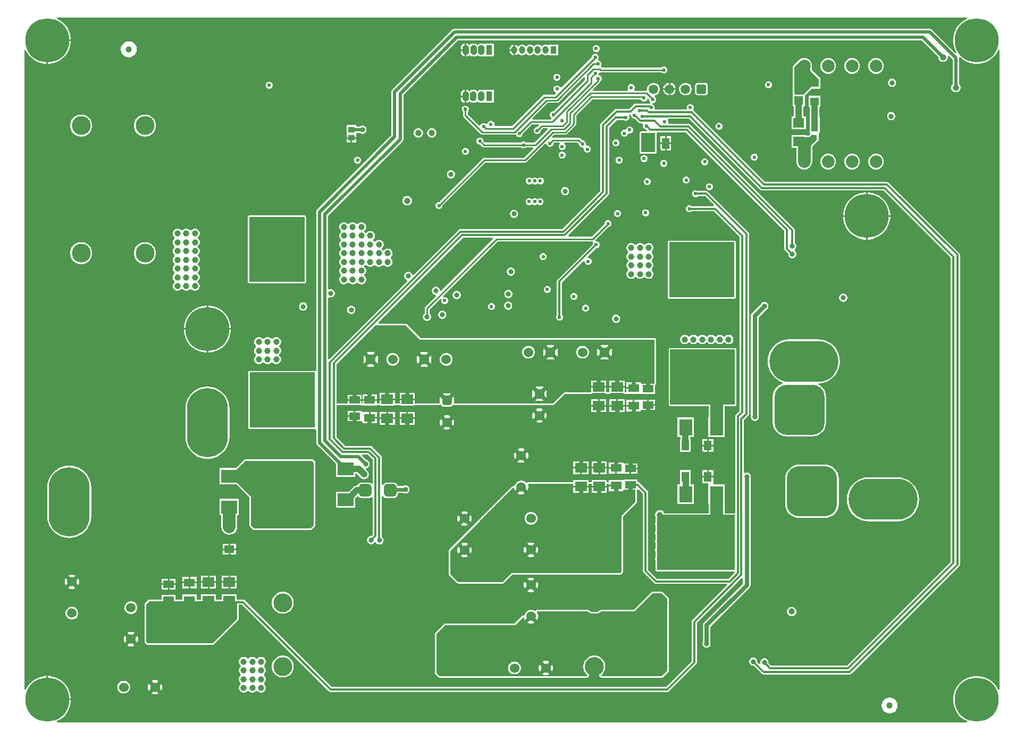
<source format=gbl>
G04*
G04 #@! TF.GenerationSoftware,Altium Limited,CircuitMaker,2.2.1 (2.2.1.6)*
G04*
G04 Layer_Physical_Order=6*
G04 Layer_Color=11436288*
%FSLAX44Y44*%
%MOMM*%
G71*
G04*
G04 #@! TF.SameCoordinates,19C9E3CA-E082-4F8C-9F67-3D0F94DA41C6*
G04*
G04*
G04 #@! TF.FilePolarity,Positive*
G04*
G01*
G75*
%ADD11C,0.2500*%
%ADD13C,0.4000*%
%ADD17C,0.5000*%
%ADD18C,0.6000*%
%ADD48R,1.0000X0.9000*%
%ADD89R,2.6000X2.1000*%
%ADD90R,1.9000X1.5000*%
%ADD92R,0.8000X0.8000*%
%ADD93R,1.1000X2.0000*%
%ADD95R,2.1000X2.6000*%
G04:AMPARAMS|DCode=100|XSize=2mm|YSize=2mm|CornerRadius=0.5mm|HoleSize=0mm|Usage=FLASHONLY|Rotation=90.000|XOffset=0mm|YOffset=0mm|HoleType=Round|Shape=RoundedRectangle|*
%AMROUNDEDRECTD100*
21,1,2.0000,1.0000,0,0,90.0*
21,1,1.0000,2.0000,0,0,90.0*
1,1,1.0000,0.5000,0.5000*
1,1,1.0000,0.5000,-0.5000*
1,1,1.0000,-0.5000,-0.5000*
1,1,1.0000,-0.5000,0.5000*
%
%ADD100ROUNDEDRECTD100*%
%ADD107C,1.0000*%
%ADD223C,0.7000*%
%ADD224C,0.3000*%
%ADD226C,1.0000*%
%ADD228C,2.0000*%
G04:AMPARAMS|DCode=236|XSize=1.524mm|YSize=1.524mm|CornerRadius=0.381mm|HoleSize=0mm|Usage=FLASHONLY|Rotation=180.000|XOffset=0mm|YOffset=0mm|HoleType=Round|Shape=RoundedRectangle|*
%AMROUNDEDRECTD236*
21,1,1.5240,0.7620,0,0,180.0*
21,1,0.7620,1.5240,0,0,180.0*
1,1,0.7620,-0.3810,0.3810*
1,1,0.7620,0.3810,0.3810*
1,1,0.7620,0.3810,-0.3810*
1,1,0.7620,-0.3810,-0.3810*
%
%ADD236ROUNDEDRECTD236*%
%ADD237C,1.5240*%
G04:AMPARAMS|DCode=238|XSize=1.524mm|YSize=1.524mm|CornerRadius=0.381mm|HoleSize=0mm|Usage=FLASHONLY|Rotation=270.000|XOffset=0mm|YOffset=0mm|HoleType=Round|Shape=RoundedRectangle|*
%AMROUNDEDRECTD238*
21,1,1.5240,0.7620,0,0,270.0*
21,1,0.7620,1.5240,0,0,270.0*
1,1,0.7620,-0.3810,-0.3810*
1,1,0.7620,-0.3810,0.3810*
1,1,0.7620,0.3810,0.3810*
1,1,0.7620,0.3810,-0.3810*
%
%ADD238ROUNDEDRECTD238*%
%ADD239C,2.0000*%
%ADD240R,0.9500X1.5000*%
G04:AMPARAMS|DCode=241|XSize=1.5mm|YSize=0.95mm|CornerRadius=0mm|HoleSize=0mm|Usage=FLASHONLY|Rotation=270.000|XOffset=0mm|YOffset=0mm|HoleType=Round|Shape=Octagon|*
%AMOCTAGOND241*
4,1,8,-0.2375,-0.7500,0.2375,-0.7500,0.4750,-0.5125,0.4750,0.5125,0.2375,0.7500,-0.2375,0.7500,-0.4750,0.5125,-0.4750,-0.5125,-0.2375,-0.7500,0.0*
%
%ADD241OCTAGOND241*%

%ADD242O,0.9500X1.2000*%
%ADD243R,0.9500X1.2000*%
%ADD244C,3.0000*%
%ADD245C,7.0000*%
G04:AMPARAMS|DCode=246|XSize=8mm|YSize=8mm|CornerRadius=2mm|HoleSize=0mm|Usage=FLASHONLY|Rotation=270.000|XOffset=0mm|YOffset=0mm|HoleType=Round|Shape=RoundedRectangle|*
%AMROUNDEDRECTD246*
21,1,8.0000,4.0000,0,0,270.0*
21,1,4.0000,8.0000,0,0,270.0*
1,1,4.0000,-2.0000,-2.0000*
1,1,4.0000,-2.0000,2.0000*
1,1,4.0000,2.0000,2.0000*
1,1,4.0000,2.0000,-2.0000*
%
%ADD246ROUNDEDRECTD246*%
%ADD247O,11.0000X6.5000*%
%ADD248O,6.5000X11.0000*%
%ADD249C,1.5000*%
G04:AMPARAMS|DCode=250|XSize=1.5mm|YSize=1.5mm|CornerRadius=0.15mm|HoleSize=0mm|Usage=FLASHONLY|Rotation=180.000|XOffset=0mm|YOffset=0mm|HoleType=Round|Shape=RoundedRectangle|*
%AMROUNDEDRECTD250*
21,1,1.5000,1.2000,0,0,180.0*
21,1,1.2000,1.5000,0,0,180.0*
1,1,0.3000,-0.6000,0.6000*
1,1,0.3000,0.6000,0.6000*
1,1,0.3000,0.6000,-0.6000*
1,1,0.3000,-0.6000,-0.6000*
%
%ADD250ROUNDEDRECTD250*%
%ADD251C,0.5000*%
%ADD252C,0.6000*%
%ADD253C,0.8000*%
%ADD261R,1.8000X1.5000*%
%ADD262R,1.4500X1.3500*%
%ADD263R,1.4000X1.3000*%
%ADD264R,1.6000X1.2000*%
%ADD265R,1.7000X1.1500*%
%ADD266R,1.8000X1.3000*%
%ADD267R,1.2000X1.6000*%
%ADD268R,1.2000X1.7500*%
%ADD269R,2.2047X3.0682*%
%ADD270R,12.4061X8.7630*%
%ADD271R,10.2870X8.7630*%
%ADD272R,8.7630X10.2870*%
G36*
X1559975Y1364431D02*
X1555346Y1362073D01*
X1550570Y1358603D01*
X1546397Y1354430D01*
X1542927Y1349654D01*
X1540247Y1344395D01*
X1538423Y1338781D01*
X1537500Y1332951D01*
Y1327049D01*
X1538423Y1321219D01*
X1540247Y1315605D01*
X1542621Y1310948D01*
X1540982Y1309757D01*
X1504283Y1346457D01*
X1502629Y1347562D01*
X1500678Y1347950D01*
X743412D01*
X741461Y1347562D01*
X739807Y1346457D01*
X644375Y1251024D01*
X643270Y1249371D01*
X642882Y1247420D01*
Y1178411D01*
X524715Y1060245D01*
X523610Y1058591D01*
X523222Y1056640D01*
Y804597D01*
X522680Y804116D01*
X521222Y803315D01*
X520700Y803419D01*
X417830D01*
X416855Y803225D01*
X416028Y802672D01*
X415475Y801845D01*
X415281Y800870D01*
Y713240D01*
X415475Y712265D01*
X416028Y711438D01*
X416855Y710885D01*
X417830Y710691D01*
X520700D01*
X521222Y710795D01*
X522680Y709994D01*
X523222Y709513D01*
Y689080D01*
X523610Y687129D01*
X524715Y685475D01*
X554730Y655460D01*
Y634170D01*
X585730D01*
Y639605D01*
X587947D01*
X594236Y633316D01*
X595803Y632114D01*
X597627Y631358D01*
X599585Y631100D01*
X601543Y631358D01*
X603367Y632114D01*
X604934Y633316D01*
X606136Y634883D01*
X606892Y636707D01*
X607150Y638665D01*
X606892Y640623D01*
X606136Y642447D01*
X604934Y644014D01*
X602128Y646820D01*
X602724Y648503D01*
X602931Y648846D01*
X604489Y649263D01*
X605971Y650119D01*
X607181Y651329D01*
X608037Y652811D01*
X608480Y654464D01*
Y656176D01*
X608037Y657829D01*
X607181Y659311D01*
X605971Y660521D01*
X604489Y661377D01*
X602836Y661820D01*
X602690D01*
X596066Y668444D01*
X596831Y670292D01*
X605213D01*
X613142Y662363D01*
Y624447D01*
X612096Y623861D01*
X611142Y623641D01*
X609812Y624661D01*
X607988Y625417D01*
X606030Y625675D01*
X596030D01*
X594072Y625417D01*
X592248Y624661D01*
X590681Y623459D01*
X589479Y621892D01*
X588974Y620675D01*
X587710D01*
X585752Y620417D01*
X583928Y619661D01*
X582361Y618459D01*
X575072Y611170D01*
X554730D01*
Y585170D01*
X585730D01*
Y600432D01*
X588470Y603172D01*
X590466Y603041D01*
X590681Y602761D01*
X592248Y601559D01*
X594072Y600803D01*
X596030Y600545D01*
X606030D01*
X607988Y600803D01*
X609812Y601559D01*
X611142Y602579D01*
X612096Y602359D01*
X613142Y601773D01*
Y542283D01*
X611210Y540352D01*
X609622D01*
X607969Y539909D01*
X606487Y539053D01*
X605277Y537843D01*
X604421Y536361D01*
X603978Y534708D01*
Y532996D01*
X604421Y531343D01*
X605277Y529861D01*
X606487Y528651D01*
X607969Y527795D01*
X609622Y527352D01*
X611334D01*
X612987Y527795D01*
X614469Y528651D01*
X615679Y529861D01*
X615993Y530404D01*
X616362Y530517D01*
X618258Y530327D01*
X618737Y529497D01*
X619947Y528287D01*
X621429Y527431D01*
X623082Y526988D01*
X624794D01*
X626447Y527431D01*
X627929Y528287D01*
X629139Y529497D01*
X629995Y530979D01*
X630438Y532632D01*
Y534344D01*
X629995Y535997D01*
X629139Y537479D01*
X627929Y538689D01*
X627648Y538851D01*
Y603545D01*
X628884Y604073D01*
X629648Y604107D01*
X630681Y602761D01*
X632248Y601559D01*
X634072Y600803D01*
X636030Y600545D01*
X646030D01*
X647988Y600803D01*
X649812Y601559D01*
X651379Y602761D01*
X652581Y604328D01*
X653337Y606152D01*
X653595Y608110D01*
Y609072D01*
X662193D01*
X662971Y608623D01*
X664624Y608180D01*
X666336D01*
X667989Y608623D01*
X669471Y609479D01*
X670681Y610689D01*
X671537Y612171D01*
X671980Y613824D01*
Y615536D01*
X671537Y617189D01*
X670681Y618671D01*
X669471Y619881D01*
X667989Y620737D01*
X666336Y621180D01*
X664624D01*
X662971Y620737D01*
X662193Y620288D01*
X653246D01*
X652581Y621892D01*
X651379Y623459D01*
X649812Y624661D01*
X647988Y625417D01*
X646030Y625675D01*
X636030D01*
X634072Y625417D01*
X632248Y624661D01*
X630681Y623459D01*
X629648Y622113D01*
X628884Y622147D01*
X627648Y622675D01*
Y665480D01*
X627338Y667041D01*
X626454Y668364D01*
X626454Y668364D01*
X612064Y682754D01*
X610741Y683638D01*
X609180Y683948D01*
X609180Y683948D01*
X569118D01*
X555258Y697807D01*
Y749291D01*
X573270D01*
X573310Y749258D01*
Y748720D01*
X595310D01*
X596940Y747950D01*
Y747950D01*
X619940D01*
Y749258D01*
X619980Y749291D01*
X624340D01*
X624380Y749258D01*
Y747950D01*
X648380D01*
Y749258D01*
X648420Y749291D01*
X656090D01*
X656130Y749258D01*
Y747950D01*
X680130D01*
Y749258D01*
X680170Y749291D01*
X719402D01*
X719484Y749307D01*
X719568Y749296D01*
X719970Y749404D01*
X720377Y749485D01*
X720533Y749553D01*
X722371Y749014D01*
X722605Y748810D01*
X722616Y748799D01*
X722655Y748758D01*
X723161Y748001D01*
X725248Y746606D01*
X727710Y746116D01*
X735330D01*
X737792Y746606D01*
X739879Y748001D01*
X740385Y748758D01*
X740424Y748799D01*
X740435Y748810D01*
X740669Y749014D01*
X742507Y749553D01*
X742663Y749485D01*
X743071Y749404D01*
X743472Y749296D01*
X743556Y749307D01*
X743638Y749291D01*
X900430D01*
X901405Y749485D01*
X902232Y750038D01*
X919266Y767071D01*
X961060D01*
X962036Y767265D01*
X962862Y767818D01*
X962958Y767960D01*
X983242D01*
X983338Y767818D01*
X984165Y767265D01*
X985140Y767071D01*
X990270D01*
X991245Y767265D01*
X992072Y767818D01*
X992168Y767960D01*
X1012452D01*
X1012548Y767818D01*
X1013375Y767265D01*
X1014350Y767071D01*
X1017050D01*
X1017090Y767038D01*
Y767000D01*
X1040090D01*
X1040450Y766500D01*
Y766500D01*
X1062450D01*
Y780636D01*
X1062695Y780685D01*
X1063522Y781238D01*
X1064075Y782065D01*
X1064269Y783040D01*
Y853440D01*
X1064075Y854415D01*
X1063522Y855242D01*
X1062695Y855795D01*
X1061720Y855989D01*
X689396D01*
X667282Y878102D01*
X666456Y878655D01*
X665480Y878849D01*
X623042D01*
X622276Y880697D01*
X756961Y1015382D01*
X804161D01*
X804927Y1013534D01*
X722274Y930881D01*
X720274Y931710D01*
Y931800D01*
X719831Y933453D01*
X718975Y934935D01*
X717765Y936145D01*
X716283Y937001D01*
X714630Y937444D01*
X712918D01*
X711265Y937001D01*
X709783Y936145D01*
X708573Y934935D01*
X707717Y933453D01*
X707274Y931800D01*
Y930088D01*
X707717Y928435D01*
X708573Y926953D01*
X709783Y925743D01*
X711265Y924887D01*
X712918Y924444D01*
X713008D01*
X713837Y922444D01*
X697051Y905658D01*
X696222Y904418D01*
X695931Y902955D01*
Y894861D01*
X695764Y894764D01*
X694554Y893554D01*
X693698Y892072D01*
X693255Y890419D01*
Y888707D01*
X693698Y887054D01*
X694554Y885572D01*
X695764Y884362D01*
X697246Y883506D01*
X698899Y883063D01*
X700611D01*
X702264Y883506D01*
X703746Y884362D01*
X704956Y885572D01*
X705812Y887054D01*
X706255Y888707D01*
Y890419D01*
X705812Y892072D01*
X704956Y893554D01*
X703746Y894764D01*
X703578Y894861D01*
Y901371D01*
X720805Y918598D01*
X722500Y917465D01*
X722210Y916764D01*
Y914576D01*
X723047Y912554D01*
X724594Y911007D01*
X726616Y910170D01*
X728804D01*
X730826Y911007D01*
X732373Y912554D01*
X733210Y914576D01*
Y916764D01*
X732373Y918785D01*
X730826Y920333D01*
X728804Y921170D01*
X726616D01*
X725915Y920880D01*
X724782Y922575D01*
X811844Y1009637D01*
X963470D01*
X963933Y1009040D01*
X964392Y1007730D01*
X964347Y1007685D01*
X963510Y1005664D01*
Y1004838D01*
X907706Y949034D01*
X906822Y947711D01*
X906512Y946150D01*
X906512Y946150D01*
Y892700D01*
X905927Y892115D01*
X905090Y890094D01*
Y887906D01*
X905927Y885884D01*
X907475Y884337D01*
X909496Y883500D01*
X911684D01*
X913706Y884337D01*
X915253Y885884D01*
X916090Y887906D01*
Y890094D01*
X915253Y892115D01*
X914668Y892700D01*
Y944461D01*
X948810Y978602D01*
X950810Y977774D01*
Y976806D01*
X951647Y974784D01*
X953195Y973237D01*
X955216Y972400D01*
X957404D01*
X959426Y973237D01*
X960973Y974784D01*
X961810Y976806D01*
Y978994D01*
X960973Y981015D01*
X959426Y982563D01*
X957404Y983400D01*
X956436D01*
X955608Y985400D01*
X969278Y999070D01*
X970104D01*
X972125Y999907D01*
X973673Y1001454D01*
X974510Y1003476D01*
Y1005664D01*
X973673Y1007685D01*
X972125Y1009233D01*
X970104Y1010070D01*
X968569D01*
X967616Y1011946D01*
X988040Y1032370D01*
X989227D01*
X991248Y1033207D01*
X992795Y1034754D01*
X993633Y1036776D01*
Y1038963D01*
X992795Y1040985D01*
X991248Y1042532D01*
X989227Y1043370D01*
X987039D01*
X985017Y1042532D01*
X983470Y1040985D01*
X982633Y1038963D01*
Y1037777D01*
X962140Y1017283D01*
X925334D01*
X924569Y1019131D01*
X988404Y1082966D01*
X989288Y1084289D01*
X989598Y1085850D01*
Y1190841D01*
X1001866Y1203109D01*
X1012720D01*
X1013304Y1202524D01*
X1015325Y1201687D01*
X1017514D01*
X1019535Y1202524D01*
X1021082Y1204071D01*
X1021919Y1206093D01*
Y1208281D01*
X1021350Y1209657D01*
X1022060Y1211525D01*
X1022339Y1211874D01*
X1023105Y1212105D01*
X1024533Y1210693D01*
Y1209517D01*
X1025370Y1207496D01*
X1026918Y1205948D01*
X1028939Y1205111D01*
X1030359D01*
X1036314Y1199156D01*
X1036314Y1199156D01*
X1037637Y1198272D01*
X1039198Y1197962D01*
X1039198Y1197962D01*
X1042790D01*
X1043962Y1195962D01*
X1043520Y1194894D01*
Y1192706D01*
X1044357Y1190685D01*
X1045904Y1189137D01*
X1047926Y1188300D01*
X1048752D01*
X1050083Y1186969D01*
X1049318Y1185121D01*
X1040943D01*
X1039968Y1184927D01*
X1039141Y1184375D01*
X1038588Y1183548D01*
X1038394Y1182572D01*
Y1151890D01*
X1038588Y1150915D01*
X1039141Y1150088D01*
X1039968Y1149535D01*
X1040943Y1149341D01*
X1062990D01*
X1063965Y1149535D01*
X1064792Y1150088D01*
X1065345Y1150915D01*
X1065539Y1151890D01*
Y1175886D01*
X1065750Y1176396D01*
Y1178584D01*
X1065539Y1179094D01*
Y1182572D01*
X1066195Y1183372D01*
X1111943D01*
X1268462Y1026853D01*
Y998220D01*
X1268462Y998220D01*
X1268772Y996659D01*
X1269656Y995336D01*
X1274930Y990062D01*
Y988474D01*
X1275373Y986821D01*
X1276229Y985339D01*
X1277439Y984129D01*
X1278921Y983273D01*
X1280574Y982830D01*
X1282286D01*
X1283939Y983273D01*
X1285421Y984129D01*
X1286631Y985339D01*
X1287487Y986821D01*
X1287930Y988474D01*
Y990186D01*
X1287487Y991839D01*
X1286631Y993321D01*
X1285421Y994531D01*
X1285421Y996829D01*
X1286631Y998039D01*
X1287487Y999521D01*
X1287930Y1001174D01*
Y1002886D01*
X1287487Y1004539D01*
X1286631Y1006021D01*
X1285508Y1007144D01*
Y1027430D01*
X1285198Y1028991D01*
X1284314Y1030314D01*
X1284314Y1030314D01*
X1118794Y1195834D01*
X1117471Y1196718D01*
X1115910Y1197028D01*
X1115910Y1197028D01*
X1085055D01*
X1083718Y1199028D01*
X1083730Y1199056D01*
Y1201244D01*
X1083018Y1202962D01*
X1083496Y1204170D01*
X1084025Y1204962D01*
X1117181D01*
X1230286Y1091856D01*
X1231609Y1090972D01*
X1233170Y1090662D01*
X1233170Y1090662D01*
X1427061D01*
X1533892Y983831D01*
Y499529D01*
X1368641Y334278D01*
X1247559D01*
X1243480Y338358D01*
Y339946D01*
X1243037Y341599D01*
X1242181Y343081D01*
X1240971Y344291D01*
X1239489Y345147D01*
X1237836Y345590D01*
X1236124D01*
X1234471Y345147D01*
X1232989Y344291D01*
X1231779Y343081D01*
X1230923Y341599D01*
X1230480Y339946D01*
Y338234D01*
X1230684Y337472D01*
X1228891Y336437D01*
X1225700Y339628D01*
Y341216D01*
X1225257Y342869D01*
X1224401Y344351D01*
X1223191Y345561D01*
X1221709Y346417D01*
X1220056Y346860D01*
X1218344D01*
X1216691Y346417D01*
X1215209Y345561D01*
X1213999Y344351D01*
X1213143Y342869D01*
X1212700Y341216D01*
Y339504D01*
X1213143Y337851D01*
X1213999Y336369D01*
X1215209Y335159D01*
X1216691Y334303D01*
X1218344Y333860D01*
X1219932D01*
X1232826Y320966D01*
X1232826Y320966D01*
X1234149Y320082D01*
X1235710Y319772D01*
X1235710Y319772D01*
X1372960D01*
X1372960Y319772D01*
X1374521Y320082D01*
X1375844Y320966D01*
X1547204Y492326D01*
X1547204Y492326D01*
X1548088Y493649D01*
X1548398Y495210D01*
Y988150D01*
X1548398Y988150D01*
X1548088Y989711D01*
X1547204Y991034D01*
X1547204Y991034D01*
X1435114Y1103124D01*
X1433791Y1104008D01*
X1432230Y1104318D01*
X1432230Y1104318D01*
X1238340D01*
X1124384Y1218274D01*
X1123533Y1219894D01*
X1124370Y1221916D01*
Y1224104D01*
X1123533Y1226125D01*
X1121985Y1227673D01*
X1119964Y1228510D01*
X1117776D01*
X1115754Y1227673D01*
X1114207Y1226125D01*
X1113370Y1224104D01*
Y1221916D01*
X1113555Y1221468D01*
X1112219Y1219468D01*
X1063291D01*
X1061955Y1221468D01*
X1062140Y1221916D01*
Y1224104D01*
X1061303Y1226125D01*
X1059755Y1227673D01*
X1058801Y1228068D01*
X1058749Y1228089D01*
X1059069Y1229694D01*
X1059069D01*
X1059147Y1230089D01*
X1059227Y1230089D01*
X1060475D01*
X1062496Y1230927D01*
X1064043Y1232474D01*
X1064881Y1234495D01*
Y1236683D01*
X1064043Y1238705D01*
X1062496Y1240252D01*
X1062391Y1240295D01*
X1062530Y1242403D01*
X1064390Y1242902D01*
X1066670Y1244218D01*
X1068532Y1246080D01*
X1069848Y1248360D01*
X1070530Y1250903D01*
Y1253537D01*
X1069848Y1256080D01*
X1068532Y1258360D01*
X1066670Y1260222D01*
X1064390Y1261538D01*
X1061846Y1262220D01*
X1059213D01*
X1056670Y1261538D01*
X1054390Y1260222D01*
X1052528Y1258360D01*
X1051211Y1256080D01*
X1050530Y1253537D01*
Y1251432D01*
X1049343Y1250052D01*
X1048784Y1249693D01*
X1030436D01*
X1029832Y1250767D01*
X1029497Y1251693D01*
X1030255Y1253525D01*
Y1255713D01*
X1029418Y1257734D01*
X1027871Y1259281D01*
X1025849Y1260119D01*
X1023661D01*
X1021640Y1259281D01*
X1020093Y1257734D01*
X1019255Y1255713D01*
Y1253525D01*
X1020014Y1251693D01*
X1019678Y1250767D01*
X1019074Y1249693D01*
X964344D01*
X963578Y1251541D01*
X975113Y1263076D01*
X975942Y1264317D01*
X976048Y1264848D01*
X976969Y1265769D01*
X977806Y1267790D01*
Y1269978D01*
X976969Y1272000D01*
X975422Y1273547D01*
X974213Y1274047D01*
X973400Y1274384D01*
X973181Y1276384D01*
X973240Y1276526D01*
Y1277573D01*
X974434Y1278457D01*
X975210Y1278785D01*
X976411Y1278547D01*
X1072930D01*
X1073770Y1277707D01*
X1075791Y1276870D01*
X1077979D01*
X1080001Y1277707D01*
X1081548Y1279255D01*
X1082385Y1281276D01*
Y1283464D01*
X1081548Y1285486D01*
X1080001Y1287033D01*
X1077979Y1287870D01*
X1075791D01*
X1073770Y1287033D01*
X1072930Y1286193D01*
X977995D01*
X977115Y1287074D01*
X976848Y1289109D01*
X977685Y1291131D01*
Y1293319D01*
X976848Y1295341D01*
X975301Y1296888D01*
X973279Y1297725D01*
X973052D01*
X972223Y1299725D01*
X972403Y1299904D01*
X973240Y1301926D01*
Y1304114D01*
X972403Y1306136D01*
X970855Y1307683D01*
X968834Y1308520D01*
X966646D01*
X964624Y1307683D01*
X963077Y1306136D01*
X962240Y1304114D01*
Y1302927D01*
X914178Y1254866D01*
X911819Y1255335D01*
X911653Y1255735D01*
X910106Y1257283D01*
X908085Y1258120D01*
X905897D01*
X903875Y1257283D01*
X902328Y1255735D01*
X901491Y1253714D01*
Y1251526D01*
X902328Y1249504D01*
X903875Y1247957D01*
X904276Y1247791D01*
X904745Y1245432D01*
X902576Y1243263D01*
X886989D01*
X885526Y1242972D01*
X884286Y1242144D01*
X835263Y1193121D01*
X808154D01*
X806818Y1195121D01*
X806870Y1195246D01*
Y1197434D01*
X806033Y1199455D01*
X804485Y1201003D01*
X802464Y1201840D01*
X800276D01*
X798254Y1201003D01*
X796707Y1199455D01*
X795870Y1197434D01*
Y1197207D01*
X793870Y1196378D01*
X793055Y1197193D01*
X791034Y1198030D01*
X788846D01*
X786824Y1197193D01*
X785277Y1195646D01*
X784902Y1194739D01*
X782592Y1194221D01*
X764553Y1212259D01*
Y1216515D01*
X765393Y1217355D01*
X766230Y1219376D01*
Y1221564D01*
X765393Y1223586D01*
X763846Y1225133D01*
X761824Y1225970D01*
X759636D01*
X757615Y1225133D01*
X756067Y1223586D01*
X755230Y1221564D01*
Y1219376D01*
X756067Y1217355D01*
X756907Y1216515D01*
Y1210676D01*
X757198Y1209212D01*
X758026Y1207972D01*
X785062Y1180936D01*
X786302Y1180108D01*
X787766Y1179817D01*
X839255D01*
X840718Y1180108D01*
X842020Y1178572D01*
X842147Y1178264D01*
X843695Y1176717D01*
X845716Y1175880D01*
X847904D01*
X849926Y1176717D01*
X851473Y1178264D01*
X852310Y1180286D01*
Y1181473D01*
X867164Y1196327D01*
X877156D01*
X877922Y1194479D01*
X875123Y1191680D01*
X873936D01*
X871915Y1190843D01*
X870367Y1189296D01*
X869530Y1187274D01*
Y1185086D01*
X870367Y1183064D01*
X871915Y1181517D01*
X873936Y1180680D01*
X876124D01*
X878146Y1181517D01*
X879693Y1183064D01*
X880530Y1185086D01*
Y1186273D01*
X884234Y1189977D01*
X891126D01*
X891892Y1188129D01*
X870906Y1167143D01*
X857395D01*
X856555Y1167983D01*
X854534Y1168820D01*
X852346D01*
X850324Y1167983D01*
X849485Y1167143D01*
X792034D01*
X789600Y1169577D01*
Y1170764D01*
X788763Y1172785D01*
X787215Y1174333D01*
X785194Y1175170D01*
X783006D01*
X780984Y1174333D01*
X779437Y1172785D01*
X778600Y1170764D01*
Y1168576D01*
X779437Y1166554D01*
X780984Y1165007D01*
X783006Y1164170D01*
X784193D01*
X787746Y1160616D01*
X788987Y1159788D01*
X790450Y1159497D01*
X849485D01*
X850324Y1158657D01*
X852346Y1157820D01*
X854534D01*
X856555Y1158657D01*
X857395Y1159497D01*
X868266D01*
X869032Y1157649D01*
X854396Y1143013D01*
X791210D01*
X789747Y1142722D01*
X788506Y1141894D01*
X718913Y1072300D01*
X717726D01*
X715704Y1071463D01*
X714157Y1069915D01*
X713320Y1067894D01*
Y1065706D01*
X714157Y1063684D01*
X715704Y1062137D01*
X717726Y1061300D01*
X719914D01*
X721936Y1062137D01*
X723483Y1063684D01*
X724320Y1065706D01*
Y1066893D01*
X792794Y1135367D01*
X855980D01*
X857443Y1135658D01*
X858684Y1136486D01*
X887850Y1165653D01*
X889850Y1164824D01*
Y1164766D01*
X890687Y1162745D01*
X892234Y1161197D01*
X894256Y1160360D01*
X896444D01*
X898465Y1161197D01*
X900013Y1162745D01*
X900850Y1164766D01*
Y1165953D01*
X902014Y1167117D01*
X910673D01*
X910911Y1166697D01*
X911286Y1165117D01*
X910073Y1163904D01*
X909236Y1161883D01*
Y1159695D01*
X910073Y1157673D01*
X911621Y1156126D01*
X913642Y1155289D01*
X915830D01*
X917852Y1156126D01*
X919399Y1157673D01*
X920236Y1159695D01*
Y1161883D01*
X919399Y1163904D01*
X918187Y1165117D01*
X918561Y1166697D01*
X918800Y1167117D01*
X939556D01*
X941920Y1164752D01*
Y1163565D01*
X942757Y1161544D01*
X944305Y1159997D01*
X946326Y1159159D01*
X948092D01*
X949146Y1158094D01*
X949540Y1157429D01*
Y1155241D01*
X950377Y1153220D01*
X951925Y1151672D01*
X953946Y1150835D01*
X956134D01*
X958156Y1151672D01*
X959703Y1153220D01*
X960540Y1155241D01*
Y1157429D01*
X959703Y1159451D01*
X958156Y1160998D01*
X956134Y1161835D01*
X954368D01*
X953314Y1162901D01*
X952920Y1163565D01*
Y1165753D01*
X952083Y1167775D01*
X950536Y1169322D01*
X948514Y1170159D01*
X947327D01*
X943843Y1173644D01*
X942603Y1174472D01*
X941139Y1174763D01*
X900430D01*
X899630Y1174604D01*
X898645Y1176448D01*
X902014Y1179817D01*
X920317D01*
X921780Y1180108D01*
X923021Y1180936D01*
X936154Y1194069D01*
X936982Y1195310D01*
X937273Y1196773D01*
Y1209996D01*
X963044Y1235767D01*
X1040285D01*
X1040547Y1235135D01*
X1042094Y1233587D01*
X1044116Y1232750D01*
X1046304D01*
X1048326Y1233587D01*
X1049873Y1235135D01*
X1050355Y1236299D01*
X1052558Y1236925D01*
X1053881Y1235602D01*
Y1234495D01*
X1054718Y1232474D01*
X1055516Y1231676D01*
X1055350Y1229371D01*
X1055297Y1229281D01*
X1054950Y1229092D01*
X1054558Y1229171D01*
X1054558Y1229171D01*
X1032052D01*
X1032052Y1229171D01*
X1030491Y1228860D01*
X1029168Y1227976D01*
X1021931Y1220738D01*
X1001575D01*
X1000014Y1220428D01*
X998691Y1219544D01*
X998691Y1219544D01*
X976926Y1197779D01*
X976042Y1196456D01*
X975732Y1194895D01*
X975732Y1194895D01*
Y1142202D01*
X975732Y1142202D01*
X975942Y1141146D01*
Y1089818D01*
X915163Y1029038D01*
X752994D01*
X751433Y1028728D01*
X750110Y1027844D01*
X750110Y1027844D01*
X678244Y955978D01*
X676013Y956575D01*
X675901Y956995D01*
X675045Y958477D01*
X673835Y959688D01*
X672353Y960543D01*
X670699Y960986D01*
X668988D01*
X667335Y960543D01*
X665853Y959688D01*
X664642Y958477D01*
X663787Y956995D01*
X663344Y955342D01*
Y953631D01*
X663787Y951977D01*
X664642Y950495D01*
X665853Y949285D01*
X667335Y948429D01*
X667755Y948317D01*
X668352Y946086D01*
X544156Y821889D01*
X542308Y822655D01*
Y919494D01*
X542989Y920116D01*
X544308Y920788D01*
X545511Y920466D01*
X547222D01*
X548875Y920909D01*
X550358Y921765D01*
X551568Y922975D01*
X552424Y924457D01*
X552866Y926110D01*
Y927822D01*
X552424Y929475D01*
X551568Y930957D01*
X550358Y932167D01*
X548875Y933023D01*
X547222Y933466D01*
X545511D01*
X544308Y933144D01*
X542989Y933816D01*
X542308Y934438D01*
Y1050718D01*
X660609Y1169019D01*
X661714Y1170673D01*
X662102Y1172624D01*
Y1242902D01*
X748872Y1329672D01*
X1487598D01*
X1513960Y1303310D01*
Y1302033D01*
X1514471Y1300125D01*
X1515459Y1298415D01*
X1516855Y1297018D01*
X1518565Y1296031D01*
X1520473Y1295520D01*
X1522447D01*
X1524355Y1296031D01*
X1526065Y1297018D01*
X1527462Y1298415D01*
X1528449Y1300125D01*
X1528960Y1302033D01*
Y1304007D01*
X1528768Y1304724D01*
X1530561Y1305759D01*
X1536682Y1299638D01*
Y1260269D01*
X1535779Y1259365D01*
X1534791Y1257655D01*
X1534280Y1255747D01*
Y1253773D01*
X1534791Y1251865D01*
X1535779Y1250155D01*
X1537175Y1248758D01*
X1538885Y1247771D01*
X1540793Y1247260D01*
X1542767D01*
X1544675Y1247771D01*
X1546385Y1248758D01*
X1547782Y1250155D01*
X1548769Y1251865D01*
X1549280Y1253773D01*
Y1255747D01*
X1548769Y1257655D01*
X1547782Y1259365D01*
X1546878Y1260269D01*
Y1301750D01*
X1546751Y1302387D01*
X1548594Y1303373D01*
X1550570Y1301397D01*
X1555346Y1297927D01*
X1560605Y1295247D01*
X1566219Y1293423D01*
X1572049Y1292500D01*
X1577951D01*
X1583781Y1293423D01*
X1589395Y1295247D01*
X1594654Y1297927D01*
X1599430Y1301397D01*
X1603603Y1305570D01*
X1607073Y1310346D01*
X1609431Y1314975D01*
X1611431Y1314494D01*
Y295506D01*
X1609431Y295025D01*
X1607073Y299654D01*
X1603603Y304430D01*
X1599430Y308603D01*
X1594654Y312073D01*
X1589395Y314753D01*
X1583781Y316577D01*
X1577951Y317500D01*
X1572049D01*
X1566219Y316577D01*
X1560605Y314753D01*
X1555346Y312073D01*
X1550570Y308603D01*
X1546397Y304430D01*
X1542927Y299654D01*
X1540247Y294395D01*
X1538423Y288781D01*
X1537500Y282951D01*
Y277049D01*
X1538423Y271219D01*
X1540247Y265605D01*
X1542927Y260346D01*
X1546397Y255570D01*
X1550570Y251397D01*
X1555346Y247927D01*
X1559975Y245569D01*
X1559494Y243569D01*
X110594D01*
X110113Y245569D01*
X114675Y247893D01*
X119456Y251366D01*
X123634Y255544D01*
X127107Y260325D01*
X129790Y265590D01*
X131616Y271209D01*
X132540Y277045D01*
Y278730D01*
X95000D01*
Y280000D01*
X93730D01*
Y317540D01*
X92045D01*
X86209Y316616D01*
X80590Y314790D01*
X75325Y312107D01*
X70544Y308634D01*
X66366Y304456D01*
X62893Y299675D01*
X60569Y295114D01*
X58569Y295594D01*
Y1314406D01*
X60569Y1314886D01*
X62893Y1310325D01*
X66366Y1305544D01*
X70544Y1301366D01*
X75325Y1297893D01*
X80590Y1295210D01*
X86209Y1293384D01*
X92045Y1292460D01*
X93730D01*
Y1330000D01*
X95000D01*
Y1331270D01*
X132540D01*
Y1332955D01*
X131616Y1338791D01*
X129790Y1344410D01*
X127107Y1349675D01*
X123634Y1354456D01*
X119456Y1358634D01*
X114675Y1362107D01*
X110113Y1364431D01*
X110594Y1366431D01*
X1559494D01*
X1559975Y1364431D01*
D02*
G37*
G36*
X951217Y1270564D02*
Y1267162D01*
X901139Y1217085D01*
X899952D01*
X897930Y1216247D01*
X896383Y1214700D01*
X895546Y1212679D01*
Y1210491D01*
X896383Y1208469D01*
X897930Y1206922D01*
X897773Y1205004D01*
X896880Y1203973D01*
X867824D01*
X866995Y1205973D01*
X891639Y1230617D01*
X907073D01*
X908536Y1230908D01*
X909776Y1231736D01*
X949369Y1271329D01*
X951217Y1270564D01*
D02*
G37*
G36*
X688340Y853440D02*
X1061720D01*
Y783040D01*
X1052720D01*
Y774750D01*
X1050180D01*
Y783040D01*
X1040410D01*
X1040130Y784194D01*
Y785040D01*
X1029860D01*
Y776000D01*
X1028590D01*
Y774730D01*
X1017050D01*
Y769620D01*
X1014350D01*
Y776690D01*
X1002310D01*
Y777960D01*
D01*
Y776690D01*
X990270D01*
Y769620D01*
X985140D01*
Y776690D01*
X973100D01*
X961060D01*
Y769620D01*
X918210D01*
X900430Y751840D01*
X743638D01*
X743016Y752550D01*
Y760170D01*
X742754Y762159D01*
X742477Y762827D01*
X733765Y754115D01*
X731520Y756360D01*
X729275Y754115D01*
X720563Y762827D01*
X720286Y762159D01*
X720024Y760170D01*
Y752550D01*
X719402Y751840D01*
X680170D01*
Y756680D01*
X668130D01*
X656090D01*
Y751840D01*
X648420D01*
Y756680D01*
X636380D01*
X624340D01*
Y751840D01*
X619980D01*
Y755680D01*
X608440D01*
X596900D01*
Y751840D01*
X595350D01*
Y755700D01*
X573270D01*
Y751840D01*
X555258D01*
Y813679D01*
X617880Y876300D01*
X665480D01*
X688340Y853440D01*
D02*
G37*
%LPC*%
G36*
X888600Y1323013D02*
X886707Y1322763D01*
X884944Y1322033D01*
X883429Y1320871D01*
X883350Y1320768D01*
X881350D01*
X881271Y1320871D01*
X879756Y1322033D01*
X877993Y1322763D01*
X876100Y1323013D01*
X874207Y1322763D01*
X872444Y1322033D01*
X870929Y1320871D01*
X870850Y1320768D01*
X868850D01*
X868771Y1320871D01*
X867256Y1322033D01*
X865493Y1322763D01*
X863600Y1323013D01*
X861707Y1322763D01*
X859944Y1322033D01*
X858429Y1320871D01*
X858350Y1320768D01*
X856350D01*
X856271Y1320871D01*
X854756Y1322033D01*
X852993Y1322763D01*
X851100Y1323013D01*
X849207Y1322763D01*
X847444Y1322033D01*
X846189Y1321070D01*
X845244Y1320800D01*
X843875D01*
X843799Y1320899D01*
X842277Y1322068D01*
X840503Y1322802D01*
X839870Y1322886D01*
Y1314450D01*
Y1306014D01*
X840503Y1306098D01*
X842276Y1306832D01*
X843799Y1308001D01*
X843875Y1308100D01*
X845244D01*
X846189Y1307830D01*
X847444Y1306867D01*
X849207Y1306137D01*
X851100Y1305887D01*
X852993Y1306137D01*
X854756Y1306867D01*
X856271Y1308029D01*
X856350Y1308132D01*
X858350D01*
X858429Y1308029D01*
X859944Y1306867D01*
X861707Y1306137D01*
X863600Y1305887D01*
X865493Y1306137D01*
X867256Y1306867D01*
X868771Y1308029D01*
X868850Y1308132D01*
X870850D01*
X870929Y1308029D01*
X872444Y1306867D01*
X874207Y1306137D01*
X876100Y1305887D01*
X877993Y1306137D01*
X879756Y1306867D01*
X881271Y1308029D01*
X881350Y1308132D01*
X883350D01*
X883429Y1308029D01*
X884944Y1306867D01*
X886707Y1306137D01*
X888600Y1305887D01*
X890493Y1306137D01*
X891850Y1306699D01*
X893850Y1305950D01*
Y1305950D01*
X908350D01*
Y1322950D01*
X893850D01*
X893850Y1322950D01*
X891850Y1322201D01*
X890493Y1322763D01*
X888600Y1323013D01*
D02*
G37*
G36*
X760060Y1324490D02*
X757685D01*
X754040Y1320845D01*
Y1315720D01*
X760060D01*
Y1324490D01*
D02*
G37*
G36*
X837330Y1322886D02*
X836697Y1322802D01*
X834924Y1322068D01*
X833401Y1320899D01*
X832232Y1319377D01*
X831498Y1317603D01*
X831250Y1315720D01*
X837330D01*
Y1322886D01*
D02*
G37*
G36*
X970104Y1322490D02*
X967916D01*
X965894Y1321653D01*
X964347Y1320105D01*
X963510Y1318084D01*
Y1315896D01*
X964347Y1313875D01*
X965894Y1312327D01*
X967916Y1311490D01*
X970104D01*
X972125Y1312327D01*
X973673Y1313875D01*
X974510Y1315896D01*
Y1318084D01*
X973673Y1320105D01*
X972125Y1321653D01*
X970104Y1322490D01*
D02*
G37*
G36*
X837330Y1313180D02*
X831250D01*
X831498Y1311297D01*
X832232Y1309524D01*
X833401Y1308001D01*
X834923Y1306832D01*
X836697Y1306098D01*
X837330Y1306014D01*
Y1313180D01*
D02*
G37*
G36*
X764975Y1324490D02*
X762600D01*
Y1314450D01*
Y1304410D01*
X764975D01*
X767610Y1307045D01*
X770205Y1304450D01*
X777455D01*
X780080Y1307075D01*
X782705Y1304450D01*
X789580D01*
X789955Y1304450D01*
X791580Y1304450D01*
Y1304450D01*
X806080D01*
Y1324450D01*
X791580D01*
Y1324450D01*
X789955Y1324450D01*
X789580Y1324450D01*
X782705D01*
X780080Y1321825D01*
X777455Y1324450D01*
X770205D01*
X767610Y1321855D01*
X764975Y1324490D01*
D02*
G37*
G36*
X760060Y1313180D02*
X754040D01*
Y1308055D01*
X757685Y1304410D01*
X760060D01*
Y1313180D01*
D02*
G37*
G36*
X226041Y1328420D02*
X223539D01*
X221085Y1327932D01*
X218774Y1326975D01*
X216694Y1325585D01*
X214925Y1323816D01*
X213535Y1321736D01*
X212578Y1319424D01*
X212090Y1316971D01*
Y1314469D01*
X212578Y1312016D01*
X213535Y1309704D01*
X214925Y1307624D01*
X216694Y1305855D01*
X218774Y1304465D01*
X221085Y1303508D01*
X223539Y1303020D01*
X226041D01*
X228494Y1303508D01*
X230806Y1304465D01*
X232886Y1305855D01*
X234655Y1307624D01*
X236045Y1309704D01*
X237002Y1312016D01*
X237490Y1314469D01*
Y1316971D01*
X237002Y1319424D01*
X236045Y1321736D01*
X234655Y1323816D01*
X232886Y1325585D01*
X230806Y1326975D01*
X228494Y1327932D01*
X226041Y1328420D01*
D02*
G37*
G36*
X132540Y1328730D02*
X96270D01*
Y1292460D01*
X97954D01*
X103791Y1293384D01*
X109410Y1295210D01*
X114675Y1297893D01*
X119456Y1301366D01*
X123634Y1305544D01*
X127107Y1310325D01*
X129790Y1315590D01*
X131616Y1321209D01*
X132540Y1327046D01*
Y1328730D01*
D02*
G37*
G36*
X1416426Y1301550D02*
X1413134D01*
X1409955Y1300698D01*
X1407105Y1299052D01*
X1404778Y1296725D01*
X1403132Y1293875D01*
X1402280Y1290696D01*
Y1287404D01*
X1403132Y1284225D01*
X1404778Y1281375D01*
X1407105Y1279047D01*
X1409955Y1277402D01*
X1413134Y1276550D01*
X1416426D01*
X1419605Y1277402D01*
X1422455Y1279047D01*
X1424783Y1281375D01*
X1426428Y1284225D01*
X1427280Y1287404D01*
Y1290696D01*
X1426428Y1293875D01*
X1424783Y1296725D01*
X1422455Y1299052D01*
X1419605Y1300698D01*
X1416426Y1301550D01*
D02*
G37*
G36*
X1378326D02*
X1375034D01*
X1371855Y1300698D01*
X1369005Y1299052D01*
X1366678Y1296725D01*
X1365032Y1293875D01*
X1364180Y1290696D01*
Y1287404D01*
X1365032Y1284225D01*
X1366678Y1281375D01*
X1369005Y1279047D01*
X1371855Y1277402D01*
X1375034Y1276550D01*
X1378326D01*
X1381505Y1277402D01*
X1384355Y1279047D01*
X1386682Y1281375D01*
X1388328Y1284225D01*
X1389180Y1287404D01*
Y1290696D01*
X1388328Y1293875D01*
X1386682Y1296725D01*
X1384355Y1299052D01*
X1381505Y1300698D01*
X1378326Y1301550D01*
D02*
G37*
G36*
X1340226D02*
X1336934D01*
X1333755Y1300698D01*
X1330905Y1299052D01*
X1328578Y1296725D01*
X1326932Y1293875D01*
X1326080Y1290696D01*
Y1287404D01*
X1326932Y1284225D01*
X1328578Y1281375D01*
X1330905Y1279047D01*
X1333755Y1277402D01*
X1336934Y1276550D01*
X1340226D01*
X1343405Y1277402D01*
X1346255Y1279047D01*
X1348582Y1281375D01*
X1350228Y1284225D01*
X1351080Y1287404D01*
Y1290696D01*
X1350228Y1293875D01*
X1348582Y1296725D01*
X1346255Y1299052D01*
X1343405Y1300698D01*
X1340226Y1301550D01*
D02*
G37*
G36*
X907874Y1276770D02*
X905686D01*
X903664Y1275933D01*
X902117Y1274386D01*
X901280Y1272364D01*
Y1270176D01*
X902117Y1268155D01*
X903664Y1266607D01*
X905686Y1265770D01*
X907874D01*
X909895Y1266607D01*
X911443Y1268155D01*
X912280Y1270176D01*
Y1272364D01*
X911443Y1274386D01*
X909895Y1275933D01*
X907874Y1276770D01*
D02*
G37*
G36*
X1441036Y1268880D02*
X1439324D01*
X1437671Y1268437D01*
X1436189Y1267581D01*
X1434979Y1266371D01*
X1434123Y1264889D01*
X1433680Y1263236D01*
Y1261524D01*
X1434123Y1259871D01*
X1434979Y1258389D01*
X1436189Y1257179D01*
X1437671Y1256323D01*
X1439324Y1255880D01*
X1441036D01*
X1442689Y1256323D01*
X1444171Y1257179D01*
X1445381Y1258389D01*
X1446237Y1259871D01*
X1446680Y1261524D01*
Y1263236D01*
X1446237Y1264889D01*
X1445381Y1266371D01*
X1444171Y1267581D01*
X1442689Y1268437D01*
X1441036Y1268880D01*
D02*
G37*
G36*
X1244578Y1264734D02*
X1242390D01*
X1240368Y1263896D01*
X1238821Y1262349D01*
X1237984Y1260328D01*
Y1258140D01*
X1238821Y1256118D01*
X1240368Y1254571D01*
X1242390Y1253734D01*
X1244578D01*
X1246599Y1254571D01*
X1248147Y1256118D01*
X1248984Y1258140D01*
Y1260328D01*
X1248147Y1262349D01*
X1246599Y1263896D01*
X1244578Y1264734D01*
D02*
G37*
G36*
X1087252Y1262260D02*
X1087200D01*
Y1253490D01*
X1095970D01*
Y1253542D01*
X1095286Y1256095D01*
X1093964Y1258385D01*
X1092095Y1260254D01*
X1089805Y1261576D01*
X1087252Y1262260D01*
D02*
G37*
G36*
X1084660D02*
X1084608D01*
X1082055Y1261576D01*
X1079765Y1260254D01*
X1077896Y1258385D01*
X1076574Y1256095D01*
X1075890Y1253542D01*
Y1253490D01*
X1084660D01*
Y1262260D01*
D02*
G37*
G36*
X449404Y1264070D02*
X447216D01*
X445195Y1263233D01*
X443647Y1261685D01*
X442810Y1259664D01*
Y1257476D01*
X443647Y1255454D01*
X445195Y1253907D01*
X447216Y1253070D01*
X449404D01*
X451426Y1253907D01*
X452973Y1255454D01*
X453810Y1257476D01*
Y1259664D01*
X452973Y1261685D01*
X451426Y1263233D01*
X449404Y1264070D01*
D02*
G37*
G36*
X1112646Y1262220D02*
X1110014D01*
X1107470Y1261538D01*
X1105190Y1260222D01*
X1103328Y1258360D01*
X1102011Y1256080D01*
X1101330Y1253537D01*
Y1250903D01*
X1102011Y1248360D01*
X1103328Y1246080D01*
X1105190Y1244218D01*
X1107470Y1242902D01*
X1110014Y1242220D01*
X1112646D01*
X1115190Y1242902D01*
X1117470Y1244218D01*
X1119332Y1246080D01*
X1120648Y1248360D01*
X1121330Y1250903D01*
Y1253537D01*
X1120648Y1256080D01*
X1119332Y1258360D01*
X1117470Y1260222D01*
X1115190Y1261538D01*
X1112646Y1262220D01*
D02*
G37*
G36*
X1095970Y1250950D02*
X1087200D01*
Y1242180D01*
X1087252D01*
X1089805Y1242864D01*
X1092095Y1244186D01*
X1093964Y1246055D01*
X1095286Y1248345D01*
X1095970Y1250898D01*
Y1250950D01*
D02*
G37*
G36*
X1084660D02*
X1075890D01*
Y1250898D01*
X1076574Y1248345D01*
X1077896Y1246055D01*
X1079765Y1244186D01*
X1082055Y1242864D01*
X1084608Y1242180D01*
X1084660D01*
Y1250950D01*
D02*
G37*
G36*
X1142730Y1262298D02*
X1130730D01*
X1129169Y1261988D01*
X1127846Y1261104D01*
X1126962Y1259781D01*
X1126652Y1258220D01*
Y1246220D01*
X1126962Y1244659D01*
X1127846Y1243336D01*
X1129169Y1242452D01*
X1130730Y1242142D01*
X1142730D01*
X1144291Y1242452D01*
X1145614Y1243336D01*
X1146498Y1244659D01*
X1146808Y1246220D01*
Y1258220D01*
X1146498Y1259781D01*
X1145614Y1261104D01*
X1144291Y1261988D01*
X1142730Y1262298D01*
D02*
G37*
G36*
X759860Y1250830D02*
X757485D01*
X753840Y1247185D01*
Y1242060D01*
X759860D01*
Y1250830D01*
D02*
G37*
G36*
X764775D02*
X762400D01*
Y1240790D01*
Y1230750D01*
X764775D01*
X767410Y1233385D01*
X770005Y1230790D01*
X777255D01*
X779880Y1233415D01*
X782505Y1230790D01*
X789380D01*
X789755Y1230790D01*
X791380Y1230790D01*
Y1230790D01*
X805880D01*
Y1250790D01*
X791380D01*
Y1250790D01*
X789755Y1250790D01*
X789380Y1250790D01*
X782505D01*
X779880Y1248165D01*
X777255Y1250790D01*
X770005D01*
X767410Y1248195D01*
X764775Y1250830D01*
D02*
G37*
G36*
X759860Y1239520D02*
X753840D01*
Y1234395D01*
X757485Y1230750D01*
X759860D01*
Y1239520D01*
D02*
G37*
G36*
X1439766Y1215540D02*
X1438054D01*
X1436401Y1215097D01*
X1434919Y1214241D01*
X1433709Y1213031D01*
X1432853Y1211549D01*
X1432410Y1209896D01*
Y1208184D01*
X1432853Y1206531D01*
X1433709Y1205049D01*
X1434919Y1203839D01*
X1436401Y1202983D01*
X1438054Y1202540D01*
X1439766D01*
X1441419Y1202983D01*
X1442901Y1203839D01*
X1444111Y1205049D01*
X1444967Y1206531D01*
X1445410Y1208184D01*
Y1209896D01*
X1444967Y1211549D01*
X1444111Y1213031D01*
X1442901Y1214241D01*
X1441419Y1215097D01*
X1439766Y1215540D01*
D02*
G37*
G36*
X1302126Y1301550D02*
X1298834D01*
X1295655Y1300698D01*
X1292805Y1299052D01*
X1291842Y1298090D01*
X1291646Y1297959D01*
X1282617Y1288930D01*
X1282065Y1288103D01*
X1281871Y1287128D01*
Y1259560D01*
X1281840D01*
Y1241060D01*
Y1224560D01*
X1284025D01*
Y1208654D01*
X1280090D01*
Y1188654D01*
X1303090D01*
Y1208654D01*
X1299155D01*
Y1224560D01*
X1301340D01*
Y1241888D01*
X1312092Y1252640D01*
X1326490D01*
Y1267909D01*
X1326536Y1268140D01*
X1326490Y1268371D01*
Y1270640D01*
X1325092D01*
X1313021Y1282711D01*
Y1288917D01*
X1312980Y1289121D01*
Y1290696D01*
X1312128Y1293875D01*
X1310482Y1296725D01*
X1308155Y1299052D01*
X1305305Y1300698D01*
X1302126Y1301550D01*
D02*
G37*
G36*
X1165684Y1198665D02*
X1163496D01*
X1161475Y1197828D01*
X1159927Y1196281D01*
X1159090Y1194259D01*
Y1192071D01*
X1159927Y1190050D01*
X1161475Y1188502D01*
X1163496Y1187665D01*
X1165684D01*
X1167706Y1188502D01*
X1169253Y1190050D01*
X1170090Y1192071D01*
Y1194259D01*
X1169253Y1196281D01*
X1167706Y1197828D01*
X1165684Y1198665D01*
D02*
G37*
G36*
X1023444Y1192667D02*
X1021256D01*
X1019234Y1191830D01*
X1017687Y1190283D01*
X1017028Y1188690D01*
X1015228Y1187271D01*
X1015013Y1187360D01*
X1012825D01*
X1010803Y1186522D01*
X1009256Y1184975D01*
X1008419Y1182954D01*
Y1180766D01*
X1009256Y1178744D01*
X1010803Y1177197D01*
X1012825Y1176360D01*
X1015013D01*
X1017034Y1177197D01*
X1018581Y1178744D01*
X1019241Y1180337D01*
X1021041Y1181757D01*
X1021256Y1181667D01*
X1023444D01*
X1025465Y1182505D01*
X1027013Y1184052D01*
X1027850Y1186074D01*
Y1188261D01*
X1027013Y1190283D01*
X1025465Y1191830D01*
X1023444Y1192667D01*
D02*
G37*
G36*
X586620Y1194850D02*
X571620D01*
Y1181390D01*
X571580D01*
Y1175620D01*
X586660D01*
Y1181390D01*
X588261Y1182352D01*
X592806D01*
X592909Y1182249D01*
X594391Y1181393D01*
X596044Y1180950D01*
X597756D01*
X599409Y1181393D01*
X600891Y1182249D01*
X602101Y1183459D01*
X602957Y1184941D01*
X603400Y1186594D01*
Y1188306D01*
X602957Y1189959D01*
X602101Y1191441D01*
X600891Y1192651D01*
X599409Y1193507D01*
X597756Y1193950D01*
X596044D01*
X594391Y1193507D01*
X592909Y1192651D01*
X592806Y1192548D01*
X586620D01*
Y1194850D01*
D02*
G37*
G36*
X1326490Y1241640D02*
X1307490D01*
Y1223640D01*
X1309425D01*
Y1207520D01*
X1308990D01*
Y1182520D01*
X1309083D01*
X1309907Y1180520D01*
X1307956Y1178569D01*
X1303175Y1178569D01*
X1303090Y1178654D01*
Y1178654D01*
X1280090D01*
Y1158654D01*
X1287950D01*
Y1136574D01*
X1287980Y1136423D01*
Y1135004D01*
X1288832Y1131825D01*
X1290477Y1128975D01*
X1292805Y1126647D01*
X1295655Y1125002D01*
X1298834Y1124150D01*
X1302126D01*
X1305305Y1125002D01*
X1308155Y1126647D01*
X1310482Y1128975D01*
X1312128Y1131825D01*
X1312980Y1135004D01*
Y1136273D01*
X1313040Y1136574D01*
Y1160471D01*
X1322089Y1169520D01*
X1323490D01*
Y1171770D01*
X1323541Y1172028D01*
X1323541Y1172028D01*
X1323541Y1172028D01*
X1323490Y1172286D01*
Y1182520D01*
X1324990D01*
Y1207520D01*
X1324555D01*
Y1223640D01*
X1326490D01*
Y1241640D01*
D02*
G37*
G36*
X252224Y1211500D02*
X248776D01*
X245395Y1210827D01*
X242211Y1209508D01*
X239344Y1207593D01*
X236907Y1205156D01*
X234992Y1202289D01*
X233673Y1199105D01*
X233000Y1195724D01*
Y1192276D01*
X233673Y1188895D01*
X234992Y1185711D01*
X236907Y1182844D01*
X239344Y1180407D01*
X242211Y1178492D01*
X245395Y1177172D01*
X248776Y1176500D01*
X252224D01*
X255605Y1177172D01*
X258789Y1178492D01*
X261656Y1180407D01*
X264093Y1182844D01*
X266008Y1185711D01*
X267327Y1188895D01*
X268000Y1192276D01*
Y1195724D01*
X267327Y1199105D01*
X266008Y1202289D01*
X264093Y1205156D01*
X261656Y1207593D01*
X258789Y1209508D01*
X255605Y1210827D01*
X252224Y1211500D01*
D02*
G37*
G36*
X150624D02*
X147176D01*
X143795Y1210827D01*
X140611Y1209508D01*
X137744Y1207593D01*
X135307Y1205156D01*
X133392Y1202289D01*
X132072Y1199105D01*
X131400Y1195724D01*
Y1192276D01*
X132072Y1188895D01*
X133392Y1185711D01*
X135307Y1182844D01*
X137744Y1180407D01*
X140611Y1178492D01*
X143795Y1177172D01*
X147176Y1176500D01*
X150624D01*
X154005Y1177172D01*
X157189Y1178492D01*
X160056Y1180407D01*
X162493Y1182844D01*
X164408Y1185711D01*
X165728Y1188895D01*
X166400Y1192276D01*
Y1195724D01*
X165728Y1199105D01*
X164408Y1202289D01*
X162493Y1205156D01*
X160056Y1207593D01*
X157189Y1209508D01*
X154005Y1210827D01*
X150624Y1211500D01*
D02*
G37*
G36*
X708377Y1189870D02*
X706403D01*
X704495Y1189359D01*
X702785Y1188372D01*
X701388Y1186975D01*
X700401Y1185265D01*
X699890Y1183357D01*
Y1181383D01*
X700401Y1179475D01*
X701388Y1177765D01*
X702785Y1176368D01*
X704495Y1175381D01*
X706403Y1174870D01*
X708377D01*
X710285Y1175381D01*
X711995Y1176368D01*
X713391Y1177765D01*
X714379Y1179475D01*
X714890Y1181383D01*
Y1183357D01*
X714379Y1185265D01*
X713391Y1186975D01*
X711995Y1188372D01*
X710285Y1189359D01*
X708377Y1189870D01*
D02*
G37*
G36*
X686787D02*
X684813D01*
X682905Y1189359D01*
X681195Y1188372D01*
X679799Y1186975D01*
X678811Y1185265D01*
X678300Y1183357D01*
Y1181383D01*
X678811Y1179475D01*
X679799Y1177765D01*
X681195Y1176368D01*
X682905Y1175381D01*
X684813Y1174870D01*
X686787D01*
X688695Y1175381D01*
X690405Y1176368D01*
X691802Y1177765D01*
X692789Y1179475D01*
X693300Y1181383D01*
Y1183357D01*
X692789Y1185265D01*
X691802Y1186975D01*
X690405Y1188372D01*
X688695Y1189359D01*
X686787Y1189870D01*
D02*
G37*
G36*
X586660Y1173080D02*
X580390D01*
Y1167310D01*
X586660D01*
Y1173080D01*
D02*
G37*
G36*
X577850D02*
X571580D01*
Y1167310D01*
X577850D01*
Y1173080D01*
D02*
G37*
G36*
X1088340Y1177150D02*
X1081070D01*
Y1167130D01*
X1088340D01*
Y1177150D01*
D02*
G37*
G36*
X1078530D02*
X1071260D01*
Y1167130D01*
X1078530D01*
Y1177150D01*
D02*
G37*
G36*
X1001684Y1172117D02*
X999496D01*
X997474Y1171280D01*
X995927Y1169733D01*
X995090Y1167711D01*
Y1165523D01*
X995927Y1163502D01*
X997474Y1161955D01*
X999496Y1161117D01*
X1001684D01*
X1003705Y1161955D01*
X1005252Y1163502D01*
X1006090Y1165523D01*
Y1167711D01*
X1005252Y1169733D01*
X1003705Y1171280D01*
X1001684Y1172117D01*
D02*
G37*
G36*
X1088340Y1164590D02*
X1081070D01*
Y1154570D01*
X1088340D01*
Y1164590D01*
D02*
G37*
G36*
X1078530D02*
X1071260D01*
Y1154570D01*
X1078530D01*
Y1164590D01*
D02*
G37*
G36*
X761824Y1158660D02*
X759636D01*
X757615Y1157823D01*
X756067Y1156275D01*
X755230Y1154254D01*
Y1152066D01*
X756067Y1150044D01*
X757615Y1148497D01*
X759636Y1147660D01*
X761824D01*
X763846Y1148497D01*
X765393Y1150044D01*
X766230Y1152066D01*
Y1154254D01*
X765393Y1156275D01*
X763846Y1157823D01*
X761824Y1158660D01*
D02*
G37*
G36*
X915830Y1152716D02*
X913642D01*
X911621Y1151878D01*
X910073Y1150331D01*
X909236Y1148310D01*
Y1146122D01*
X910073Y1144100D01*
X911621Y1142553D01*
X913642Y1141716D01*
X915830D01*
X917852Y1142553D01*
X919399Y1144100D01*
X920236Y1146122D01*
Y1148310D01*
X919399Y1150331D01*
X917852Y1151878D01*
X915830Y1152716D01*
D02*
G37*
G36*
X1222224Y1149160D02*
X1220036D01*
X1218015Y1148323D01*
X1216467Y1146776D01*
X1215630Y1144754D01*
Y1142566D01*
X1216467Y1140545D01*
X1218015Y1138997D01*
X1220036Y1138160D01*
X1222224D01*
X1224246Y1138997D01*
X1225793Y1140545D01*
X1226630Y1142566D01*
Y1144754D01*
X1225793Y1146776D01*
X1224246Y1148323D01*
X1222224Y1149160D01*
D02*
G37*
G36*
X1046304Y1147230D02*
X1044116D01*
X1042094Y1146393D01*
X1040547Y1144846D01*
X1039710Y1142824D01*
Y1140636D01*
X1040547Y1138615D01*
X1042094Y1137067D01*
X1044116Y1136230D01*
X1046304D01*
X1048326Y1137067D01*
X1049873Y1138615D01*
X1050710Y1140636D01*
Y1142824D01*
X1049873Y1144846D01*
X1048326Y1146393D01*
X1046304Y1147230D01*
D02*
G37*
G36*
X1006934Y1144690D02*
X1004746D01*
X1002725Y1143853D01*
X1001177Y1142306D01*
X1000340Y1140284D01*
Y1138096D01*
X1001177Y1136075D01*
X1002725Y1134527D01*
X1004746Y1133690D01*
X1006934D01*
X1008956Y1134527D01*
X1010503Y1136075D01*
X1011340Y1138096D01*
Y1140284D01*
X1010503Y1142306D01*
X1008956Y1143853D01*
X1006934Y1144690D01*
D02*
G37*
G36*
X590374D02*
X588186D01*
X586165Y1143853D01*
X584617Y1142306D01*
X583780Y1140284D01*
Y1138096D01*
X584617Y1136075D01*
X586165Y1134527D01*
X588186Y1133690D01*
X590374D01*
X592396Y1134527D01*
X593943Y1136075D01*
X594780Y1138096D01*
Y1140284D01*
X593943Y1142306D01*
X592396Y1143853D01*
X590374Y1144690D01*
D02*
G37*
G36*
X1143204Y1141770D02*
X1141016D01*
X1138995Y1140933D01*
X1137447Y1139386D01*
X1136610Y1137364D01*
Y1135176D01*
X1137447Y1133155D01*
X1138995Y1131607D01*
X1141016Y1130770D01*
X1143204D01*
X1145226Y1131607D01*
X1146773Y1133155D01*
X1147610Y1135176D01*
Y1137364D01*
X1146773Y1139386D01*
X1145226Y1140933D01*
X1143204Y1141770D01*
D02*
G37*
G36*
X1078054Y1139610D02*
X1075866D01*
X1073845Y1138773D01*
X1072297Y1137225D01*
X1071460Y1135204D01*
Y1133016D01*
X1072297Y1130994D01*
X1073845Y1129447D01*
X1075866Y1128610D01*
X1078054D01*
X1080076Y1129447D01*
X1081623Y1130994D01*
X1082460Y1133016D01*
Y1135204D01*
X1081623Y1137225D01*
X1080076Y1138773D01*
X1078054Y1139610D01*
D02*
G37*
G36*
X1416426Y1149150D02*
X1413134D01*
X1409955Y1148298D01*
X1407105Y1146653D01*
X1404778Y1144325D01*
X1403132Y1141475D01*
X1402280Y1138296D01*
Y1135004D01*
X1403132Y1131825D01*
X1404778Y1128975D01*
X1407105Y1126647D01*
X1409955Y1125002D01*
X1413134Y1124150D01*
X1416426D01*
X1419605Y1125002D01*
X1422455Y1126647D01*
X1424783Y1128975D01*
X1426428Y1131825D01*
X1427280Y1135004D01*
Y1138296D01*
X1426428Y1141475D01*
X1424783Y1144325D01*
X1422455Y1146653D01*
X1419605Y1148298D01*
X1416426Y1149150D01*
D02*
G37*
G36*
X1378326D02*
X1375034D01*
X1371855Y1148298D01*
X1369005Y1146653D01*
X1366678Y1144325D01*
X1365032Y1141475D01*
X1364180Y1138296D01*
Y1135004D01*
X1365032Y1131825D01*
X1366678Y1128975D01*
X1369005Y1126647D01*
X1371855Y1125002D01*
X1375034Y1124150D01*
X1378326D01*
X1381505Y1125002D01*
X1384355Y1126647D01*
X1386682Y1128975D01*
X1388328Y1131825D01*
X1389180Y1135004D01*
Y1138296D01*
X1388328Y1141475D01*
X1386682Y1144325D01*
X1384355Y1146653D01*
X1381505Y1148298D01*
X1378326Y1149150D01*
D02*
G37*
G36*
X1340226D02*
X1336934D01*
X1333755Y1148298D01*
X1330905Y1146653D01*
X1328578Y1144325D01*
X1326932Y1141475D01*
X1326080Y1138296D01*
Y1135004D01*
X1326932Y1131825D01*
X1328578Y1128975D01*
X1330905Y1126647D01*
X1333755Y1125002D01*
X1336934Y1124150D01*
X1340226D01*
X1343405Y1125002D01*
X1346255Y1126647D01*
X1348582Y1128975D01*
X1350228Y1131825D01*
X1351080Y1135004D01*
Y1138296D01*
X1350228Y1141475D01*
X1348582Y1144325D01*
X1346255Y1146653D01*
X1343405Y1148298D01*
X1340226Y1149150D01*
D02*
G37*
G36*
X738726Y1122782D02*
X737014D01*
X735361Y1122339D01*
X733879Y1121484D01*
X732669Y1120273D01*
X731813Y1118791D01*
X731370Y1117138D01*
Y1115427D01*
X731813Y1113773D01*
X732669Y1112291D01*
X733879Y1111081D01*
X735361Y1110225D01*
X737014Y1109782D01*
X738726D01*
X740379Y1110225D01*
X741861Y1111081D01*
X743071Y1112291D01*
X743927Y1113773D01*
X744370Y1115427D01*
Y1117138D01*
X743927Y1118791D01*
X743071Y1120273D01*
X741861Y1121484D01*
X740379Y1122339D01*
X738726Y1122782D01*
D02*
G37*
G36*
X881204Y1111622D02*
X879016D01*
X876994Y1110785D01*
X875749Y1109540D01*
X874504Y1110785D01*
X872483Y1111622D01*
X870294D01*
X868273Y1110785D01*
X867028Y1109540D01*
X865782Y1110785D01*
X863761Y1111622D01*
X861573D01*
X859551Y1110785D01*
X858004Y1109238D01*
X857167Y1107216D01*
Y1105028D01*
X858004Y1103007D01*
X859551Y1101460D01*
X861573Y1100622D01*
X863761D01*
X865782Y1101460D01*
X867028Y1102705D01*
X868273Y1101460D01*
X870294Y1100622D01*
X872483D01*
X874504Y1101460D01*
X875749Y1102705D01*
X876994Y1101460D01*
X879016Y1100622D01*
X881204D01*
X883225Y1101460D01*
X884773Y1103007D01*
X885610Y1105028D01*
Y1107216D01*
X884773Y1109238D01*
X883225Y1110785D01*
X881204Y1111622D01*
D02*
G37*
G36*
X1113614Y1112940D02*
X1111426D01*
X1109405Y1112103D01*
X1107857Y1110555D01*
X1107020Y1108534D01*
Y1106346D01*
X1107857Y1104324D01*
X1109405Y1102777D01*
X1111426Y1101940D01*
X1113614D01*
X1115636Y1102777D01*
X1117183Y1104324D01*
X1118020Y1106346D01*
Y1108534D01*
X1117183Y1110555D01*
X1115636Y1112103D01*
X1113614Y1112940D01*
D02*
G37*
G36*
X1051384Y1110400D02*
X1049196D01*
X1047175Y1109563D01*
X1045627Y1108016D01*
X1044790Y1105994D01*
Y1103806D01*
X1045627Y1101785D01*
X1047175Y1100237D01*
X1049196Y1099400D01*
X1051384D01*
X1053406Y1100237D01*
X1054953Y1101785D01*
X1055790Y1103806D01*
Y1105994D01*
X1054953Y1108016D01*
X1053406Y1109563D01*
X1051384Y1110400D01*
D02*
G37*
G36*
X1150444Y1102350D02*
X1148256D01*
X1146235Y1101513D01*
X1144687Y1099966D01*
X1143850Y1097944D01*
Y1095756D01*
X1144687Y1093735D01*
X1146235Y1092187D01*
X1148256Y1091350D01*
X1150444D01*
X1152466Y1092187D01*
X1154013Y1093735D01*
X1154850Y1095756D01*
Y1097944D01*
X1154013Y1099966D01*
X1152466Y1101513D01*
X1150444Y1102350D01*
D02*
G37*
G36*
X920336Y1096160D02*
X918624D01*
X916971Y1095717D01*
X915489Y1094861D01*
X914279Y1093651D01*
X913423Y1092169D01*
X912980Y1090516D01*
Y1088804D01*
X913423Y1087151D01*
X914279Y1085669D01*
X915489Y1084459D01*
X916971Y1083603D01*
X918624Y1083160D01*
X920336D01*
X921989Y1083603D01*
X923471Y1084459D01*
X924681Y1085669D01*
X925537Y1087151D01*
X925980Y1088804D01*
Y1090516D01*
X925537Y1092169D01*
X924681Y1093651D01*
X923471Y1094861D01*
X921989Y1095717D01*
X920336Y1096160D01*
D02*
G37*
G36*
X881036Y1078650D02*
X878848D01*
X876826Y1077813D01*
X875581Y1076567D01*
X874335Y1077813D01*
X872314Y1078650D01*
X870126D01*
X868104Y1077813D01*
X866859Y1076567D01*
X865614Y1077813D01*
X863593Y1078650D01*
X861404D01*
X859383Y1077813D01*
X857836Y1076265D01*
X856999Y1074244D01*
Y1072056D01*
X857836Y1070034D01*
X859383Y1068487D01*
X861404Y1067650D01*
X863593D01*
X865614Y1068487D01*
X866859Y1069733D01*
X868104Y1068487D01*
X870126Y1067650D01*
X872314D01*
X874335Y1068487D01*
X875581Y1069733D01*
X876826Y1068487D01*
X878848Y1067650D01*
X881036D01*
X883057Y1068487D01*
X884604Y1070034D01*
X885442Y1072056D01*
Y1074244D01*
X884604Y1076265D01*
X883057Y1077813D01*
X881036Y1078650D01*
D02*
G37*
G36*
X669007Y1081920D02*
X667033D01*
X665125Y1081409D01*
X663415Y1080422D01*
X662019Y1079025D01*
X661031Y1077315D01*
X660520Y1075407D01*
Y1073433D01*
X661031Y1071525D01*
X662019Y1069815D01*
X663415Y1068419D01*
X665125Y1067431D01*
X667033Y1066920D01*
X669007D01*
X670915Y1067431D01*
X672625Y1068419D01*
X674022Y1069815D01*
X675009Y1071525D01*
X675520Y1073433D01*
Y1075407D01*
X675009Y1077315D01*
X674022Y1079025D01*
X672625Y1080422D01*
X670915Y1081409D01*
X669007Y1081920D01*
D02*
G37*
G36*
X1128444Y1091350D02*
X1126256D01*
X1124234Y1090513D01*
X1122687Y1088966D01*
X1121850Y1086944D01*
Y1084756D01*
X1122687Y1082735D01*
X1124234Y1081187D01*
X1126256Y1080350D01*
X1128444D01*
X1130465Y1081187D01*
X1131050Y1081772D01*
X1142581D01*
X1156554Y1067798D01*
X1155725Y1065798D01*
X1121300D01*
X1120715Y1066383D01*
X1118694Y1067220D01*
X1116506D01*
X1114484Y1066383D01*
X1112937Y1064836D01*
X1112100Y1062814D01*
Y1060626D01*
X1112937Y1058605D01*
X1114484Y1057057D01*
X1116506Y1056220D01*
X1118694D01*
X1120715Y1057057D01*
X1121300Y1057642D01*
X1156551D01*
X1197342Y1016851D01*
Y739559D01*
X1191819Y734037D01*
X1190935Y732714D01*
X1190625Y731153D01*
X1190625Y731153D01*
Y577110D01*
X1189990Y576589D01*
X1173388D01*
Y591560D01*
X1173780D01*
Y622560D01*
X1155811D01*
X1155570Y624460D01*
X1155570Y624560D01*
Y633730D01*
X1138490D01*
Y624460D01*
X1147539D01*
X1147780Y622560D01*
X1147780Y622460D01*
Y591560D01*
X1148172D01*
Y576589D01*
X1077692D01*
X1077599Y576935D01*
X1076611Y578645D01*
X1075215Y580042D01*
X1073505Y581029D01*
X1071597Y581540D01*
X1069623D01*
X1067715Y581029D01*
X1066005Y580042D01*
X1064609Y578645D01*
X1063621Y576935D01*
X1063110Y575027D01*
Y573053D01*
X1063380Y572044D01*
Y562066D01*
X1063110Y561057D01*
Y559083D01*
X1063380Y558074D01*
Y548096D01*
X1063110Y547087D01*
Y545113D01*
X1063380Y544104D01*
Y534126D01*
X1063110Y533117D01*
Y531143D01*
X1063380Y530134D01*
Y520156D01*
X1063110Y519147D01*
Y517173D01*
X1063380Y516164D01*
Y506186D01*
X1063110Y505177D01*
Y503203D01*
X1063380Y502194D01*
Y486410D01*
X1063574Y485435D01*
X1064127Y484608D01*
X1064954Y484055D01*
X1065929Y483861D01*
X1189005D01*
X1189833Y481861D01*
X1180245Y472273D01*
X1066385D01*
X1051828Y486829D01*
Y609600D01*
X1051828Y609600D01*
X1051518Y611161D01*
X1050634Y612484D01*
X1050634Y612484D01*
X1037934Y625184D01*
X1036611Y626068D01*
X1035050Y626378D01*
X1034500Y628233D01*
Y630500D01*
X1012500D01*
X1012140Y629690D01*
X989140D01*
Y626152D01*
X989100Y626119D01*
X986010D01*
X985970Y626152D01*
Y629110D01*
X961970D01*
Y626152D01*
X961930Y626119D01*
X956800D01*
X956760Y626152D01*
Y629110D01*
X932760D01*
Y626152D01*
X932720Y626119D01*
X861247D01*
X860971Y626064D01*
X860690Y626057D01*
X860488Y625968D01*
X860272Y625925D01*
X860038Y625769D01*
X859781Y625655D01*
X859628Y625495D01*
X859594Y625472D01*
X859294Y625348D01*
X858210Y625176D01*
X858001Y625184D01*
X857026Y625406D01*
X855844Y626588D01*
X853536Y627920D01*
X850962Y628610D01*
X848298D01*
X845724Y627920D01*
X843416Y626588D01*
X841532Y624704D01*
X840200Y622396D01*
X839840Y621053D01*
X838686Y620050D01*
X838211Y619800D01*
X838131Y619798D01*
X837511Y619825D01*
X837249Y619898D01*
X837156Y619886D01*
X837065Y619904D01*
X836666Y619825D01*
X836262Y619774D01*
X836181Y619728D01*
X836090Y619710D01*
X835751Y619484D01*
X835397Y619283D01*
X835340Y619209D01*
X835263Y619158D01*
X781788Y565682D01*
X734798Y518692D01*
X734245Y517865D01*
X734051Y516890D01*
X734051Y480060D01*
X734245Y479085D01*
X734798Y478258D01*
X747498Y465558D01*
X748325Y465005D01*
X749300Y464811D01*
X820420D01*
X821395Y465005D01*
X822222Y465558D01*
X835446Y478781D01*
X1007110D01*
X1008085Y478975D01*
X1008912Y479528D01*
X1011452Y482068D01*
X1012005Y482895D01*
X1012199Y483870D01*
Y571714D01*
X1033042Y592558D01*
X1033595Y593385D01*
X1033789Y594360D01*
Y613960D01*
X1033822Y614000D01*
X1034500D01*
Y614469D01*
X1036348Y615235D01*
X1043672Y607911D01*
Y485140D01*
X1043672Y485140D01*
X1043982Y483579D01*
X1044866Y482256D01*
X1061812Y465310D01*
X1061812Y465310D01*
X1063135Y464426D01*
X1064696Y464116D01*
X1177253D01*
X1178018Y462268D01*
X1122336Y406586D01*
X1121452Y405263D01*
X1121142Y403702D01*
X1121142Y403702D01*
Y340779D01*
X1080351Y299988D01*
X547789D01*
X409774Y438004D01*
X408451Y438888D01*
X406890Y439198D01*
X406890Y439198D01*
X396810D01*
Y447120D01*
X372810D01*
Y439429D01*
X363790D01*
Y447120D01*
X339790D01*
Y439429D01*
X332810D01*
Y447120D01*
X309810D01*
Y439429D01*
X299290D01*
Y446350D01*
X277290D01*
Y439429D01*
X257810D01*
X256835Y439235D01*
X256008Y438682D01*
X250928Y433602D01*
X250375Y432775D01*
X250181Y431800D01*
Y372110D01*
X250375Y371135D01*
X250928Y370308D01*
X253468Y367768D01*
X254294Y367215D01*
X255270Y367021D01*
X358140D01*
X359115Y367215D01*
X359942Y367768D01*
X399312Y407138D01*
X399865Y407965D01*
X400059Y408940D01*
Y431042D01*
X405201D01*
X543216Y293026D01*
X544539Y292142D01*
X546100Y291832D01*
X546100Y291832D01*
X1082040D01*
X1082040Y291832D01*
X1083601Y292142D01*
X1084924Y293026D01*
X1128104Y336206D01*
X1128988Y337529D01*
X1129298Y339090D01*
X1129298Y339090D01*
Y402012D01*
X1201075Y473789D01*
X1202923Y473023D01*
Y464814D01*
X1140474Y402366D01*
X1139148Y400381D01*
X1138682Y398040D01*
Y371323D01*
X1138300Y369896D01*
Y368184D01*
X1138743Y366531D01*
X1139599Y365049D01*
X1140809Y363839D01*
X1142291Y362983D01*
X1143944Y362540D01*
X1145656D01*
X1147309Y362983D01*
X1148791Y363839D01*
X1150001Y365049D01*
X1150857Y366531D01*
X1151300Y368184D01*
Y369896D01*
X1150918Y371323D01*
Y395506D01*
X1213366Y457954D01*
X1214692Y459939D01*
X1215157Y462280D01*
Y632717D01*
X1215540Y634144D01*
Y635856D01*
X1215097Y637509D01*
X1214241Y638991D01*
X1213031Y640201D01*
X1211549Y641057D01*
X1209896Y641500D01*
X1208184D01*
X1206531Y641057D01*
X1206282Y640913D01*
X1204281Y642068D01*
Y724804D01*
X1211488Y732010D01*
X1212372Y733334D01*
X1212683Y734894D01*
X1212683Y734894D01*
Y1021516D01*
X1212683Y1021516D01*
X1212372Y1023076D01*
X1211488Y1024400D01*
X1147154Y1088734D01*
X1145831Y1089618D01*
X1144270Y1089928D01*
X1144270Y1089928D01*
X1131050D01*
X1130465Y1090513D01*
X1128444Y1091350D01*
D02*
G37*
G36*
X1402954Y1087540D02*
X1401270D01*
Y1051270D01*
X1437540D01*
Y1052954D01*
X1436616Y1058791D01*
X1434790Y1064410D01*
X1432107Y1069675D01*
X1428634Y1074456D01*
X1424456Y1078634D01*
X1419675Y1082107D01*
X1414410Y1084790D01*
X1408791Y1086616D01*
X1402954Y1087540D01*
D02*
G37*
G36*
X1398730D02*
X1397045D01*
X1391209Y1086616D01*
X1385590Y1084790D01*
X1380325Y1082107D01*
X1375544Y1078634D01*
X1371366Y1074456D01*
X1367893Y1069675D01*
X1365210Y1064410D01*
X1363384Y1058791D01*
X1362460Y1052954D01*
Y1051270D01*
X1398730D01*
Y1087540D01*
D02*
G37*
G36*
X1048844Y1060870D02*
X1046656D01*
X1044634Y1060033D01*
X1043087Y1058485D01*
X1042250Y1056464D01*
Y1054276D01*
X1043087Y1052254D01*
X1044634Y1050707D01*
X1046656Y1049870D01*
X1048844D01*
X1050865Y1050707D01*
X1052413Y1052254D01*
X1053250Y1054276D01*
Y1056464D01*
X1052413Y1058485D01*
X1050865Y1060033D01*
X1048844Y1060870D01*
D02*
G37*
G36*
X1004394Y1059600D02*
X1002206D01*
X1000184Y1058763D01*
X998637Y1057215D01*
X997800Y1055194D01*
Y1053006D01*
X998637Y1050984D01*
X1000184Y1049437D01*
X1002206Y1048600D01*
X1004394D01*
X1006415Y1049437D01*
X1007963Y1050984D01*
X1008800Y1053006D01*
Y1055194D01*
X1007963Y1057215D01*
X1006415Y1058763D01*
X1004394Y1059600D01*
D02*
G37*
G36*
X839056Y1059965D02*
X837344D01*
X835691Y1059522D01*
X834209Y1058666D01*
X832999Y1057456D01*
X832143Y1055974D01*
X831700Y1054321D01*
Y1052609D01*
X832143Y1050956D01*
X832999Y1049474D01*
X834209Y1048264D01*
X835691Y1047408D01*
X837344Y1046965D01*
X839056D01*
X840709Y1047408D01*
X842191Y1048264D01*
X843401Y1049474D01*
X844257Y1050956D01*
X844700Y1052609D01*
Y1054321D01*
X844257Y1055974D01*
X843401Y1057456D01*
X842191Y1058666D01*
X840709Y1059522D01*
X839056Y1059965D01*
D02*
G37*
G36*
X596287Y1040100D02*
X594313D01*
X592405Y1039589D01*
X590695Y1038602D01*
X589516Y1037422D01*
X588315Y1037303D01*
X587114Y1037422D01*
X585935Y1038602D01*
X584225Y1039589D01*
X582317Y1040100D01*
X580343D01*
X578435Y1039589D01*
X576725Y1038602D01*
X575546Y1037422D01*
X574345Y1037303D01*
X573144Y1037422D01*
X571965Y1038602D01*
X570255Y1039589D01*
X568347Y1040100D01*
X566373D01*
X564465Y1039589D01*
X562755Y1038602D01*
X561358Y1037205D01*
X560371Y1035495D01*
X559860Y1033587D01*
Y1031613D01*
X560371Y1029705D01*
X561358Y1027995D01*
X562538Y1026816D01*
X562657Y1025615D01*
X562538Y1024414D01*
X561358Y1023235D01*
X560371Y1021525D01*
X559860Y1019617D01*
Y1017643D01*
X560371Y1015735D01*
X561358Y1014025D01*
X562538Y1012846D01*
X562657Y1011645D01*
X562538Y1010444D01*
X561358Y1009265D01*
X560371Y1007555D01*
X559860Y1005647D01*
Y1003673D01*
X560371Y1001765D01*
X561358Y1000055D01*
X562538Y998876D01*
X562657Y997675D01*
X562538Y996474D01*
X561358Y995295D01*
X560371Y993585D01*
X559860Y991677D01*
Y989703D01*
X560371Y987795D01*
X561358Y986085D01*
X562538Y984906D01*
X562657Y983705D01*
X562538Y982504D01*
X561358Y981325D01*
X560371Y979615D01*
X559860Y977707D01*
Y975733D01*
X560371Y973825D01*
X561358Y972115D01*
X562538Y970936D01*
X562657Y969735D01*
X562538Y968534D01*
X561358Y967355D01*
X560371Y965645D01*
X559860Y963737D01*
Y961763D01*
X560371Y959855D01*
X561358Y958145D01*
X562538Y956966D01*
X562657Y955765D01*
X562538Y954564D01*
X561358Y953385D01*
X560371Y951675D01*
X559860Y949767D01*
Y947793D01*
X560371Y945885D01*
X561358Y944175D01*
X562755Y942778D01*
X564465Y941791D01*
X566373Y941280D01*
X568347D01*
X570255Y941791D01*
X571965Y942778D01*
X573144Y943958D01*
X574345Y944077D01*
X575546Y943958D01*
X576725Y942778D01*
X578435Y941791D01*
X580343Y941280D01*
X582317D01*
X584225Y941791D01*
X585935Y942778D01*
X587114Y943958D01*
X588315Y944077D01*
X589516Y943958D01*
X590695Y942778D01*
X592405Y941791D01*
X594313Y941280D01*
X596287D01*
X598195Y941791D01*
X599905Y942778D01*
X601301Y944175D01*
X602289Y945885D01*
X602800Y947793D01*
Y949767D01*
X602289Y951675D01*
X601301Y953385D01*
X600122Y954564D01*
X600003Y955765D01*
X600122Y956966D01*
X601301Y958145D01*
X602289Y959855D01*
X602800Y961763D01*
Y963737D01*
X602289Y965645D01*
X601301Y967355D01*
X600122Y968534D01*
X600003Y969735D01*
X600122Y970936D01*
X601084Y971898D01*
X602285Y972017D01*
X603486Y971898D01*
X604665Y970719D01*
X606375Y969731D01*
X608283Y969220D01*
X610257D01*
X612165Y969731D01*
X613875Y970719D01*
X615054Y971898D01*
X616255Y972017D01*
X617456Y971898D01*
X618635Y970719D01*
X620345Y969731D01*
X622253Y969220D01*
X624227D01*
X626135Y969731D01*
X627845Y970719D01*
X629024Y971898D01*
X630225Y972017D01*
X631426Y971898D01*
X632605Y970719D01*
X634315Y969731D01*
X636223Y969220D01*
X638197D01*
X640105Y969731D01*
X641815Y970719D01*
X643212Y972115D01*
X644199Y973825D01*
X644710Y975733D01*
Y977707D01*
X644199Y979615D01*
X643212Y981325D01*
X642032Y982504D01*
X641913Y983705D01*
X642032Y984906D01*
X643212Y986085D01*
X644199Y987795D01*
X644710Y989703D01*
Y991677D01*
X644199Y993585D01*
X643212Y995295D01*
X641815Y996692D01*
X640105Y997679D01*
X638197Y998190D01*
X636223D01*
X634315Y997679D01*
X632605Y996692D01*
X631426Y995512D01*
X630225Y995393D01*
X629024Y995512D01*
X628062Y996474D01*
X627943Y997675D01*
X628062Y998876D01*
X629241Y1000055D01*
X630229Y1001765D01*
X630740Y1003673D01*
Y1005647D01*
X630229Y1007555D01*
X629241Y1009265D01*
X627845Y1010661D01*
X626135Y1011649D01*
X624227Y1012160D01*
X622253D01*
X620345Y1011649D01*
X618635Y1010661D01*
X617456Y1009482D01*
X616255Y1009363D01*
X615054Y1009482D01*
X614092Y1010444D01*
X613973Y1011645D01*
X614092Y1012846D01*
X615271Y1014025D01*
X616259Y1015735D01*
X616770Y1017643D01*
Y1019617D01*
X616259Y1021525D01*
X615271Y1023235D01*
X613875Y1024632D01*
X612165Y1025619D01*
X610257Y1026130D01*
X608283D01*
X606375Y1025619D01*
X604665Y1024632D01*
X603486Y1023452D01*
X602285Y1023333D01*
X601084Y1023452D01*
X600122Y1024414D01*
X600003Y1025615D01*
X600122Y1026816D01*
X601301Y1027995D01*
X602289Y1029705D01*
X602800Y1031613D01*
Y1033587D01*
X602289Y1035495D01*
X601301Y1037205D01*
X599905Y1038602D01*
X598195Y1039589D01*
X596287Y1040100D01*
D02*
G37*
G36*
X331187Y1029850D02*
X329213D01*
X327305Y1029339D01*
X325595Y1028352D01*
X324416Y1027172D01*
X323215Y1027053D01*
X322014Y1027172D01*
X320835Y1028352D01*
X319125Y1029339D01*
X317217Y1029850D01*
X315243D01*
X313335Y1029339D01*
X311625Y1028352D01*
X310446Y1027172D01*
X309245Y1027053D01*
X308044Y1027172D01*
X306865Y1028352D01*
X305155Y1029339D01*
X303247Y1029850D01*
X301273D01*
X299365Y1029339D01*
X297655Y1028352D01*
X296259Y1026955D01*
X295271Y1025245D01*
X294760Y1023337D01*
Y1021363D01*
X295271Y1019455D01*
X296259Y1017745D01*
X297438Y1016566D01*
X297557Y1015365D01*
X297438Y1014164D01*
X296259Y1012985D01*
X295271Y1011275D01*
X294760Y1009367D01*
Y1007393D01*
X295271Y1005485D01*
X296259Y1003775D01*
X297438Y1002596D01*
X297557Y1001395D01*
X297438Y1000194D01*
X296259Y999015D01*
X295271Y997305D01*
X294760Y995397D01*
Y993423D01*
X295271Y991515D01*
X296259Y989805D01*
X297438Y988626D01*
X297557Y987425D01*
X297438Y986224D01*
X296259Y985045D01*
X295271Y983335D01*
X294760Y981427D01*
Y979453D01*
X295271Y977545D01*
X296259Y975835D01*
X297438Y974656D01*
X297557Y973455D01*
X297438Y972254D01*
X296259Y971075D01*
X295271Y969365D01*
X294760Y967457D01*
Y965483D01*
X295271Y963575D01*
X296259Y961865D01*
X297438Y960686D01*
X297557Y959485D01*
X297438Y958284D01*
X296259Y957105D01*
X295271Y955395D01*
X294760Y953487D01*
Y951513D01*
X295271Y949605D01*
X296259Y947895D01*
X297438Y946716D01*
X297557Y945515D01*
X297438Y944314D01*
X296259Y943135D01*
X295271Y941425D01*
X294760Y939517D01*
Y937543D01*
X295271Y935635D01*
X296259Y933925D01*
X297655Y932529D01*
X299365Y931541D01*
X301273Y931030D01*
X303247D01*
X305155Y931541D01*
X306865Y932529D01*
X308044Y933708D01*
X309245Y933827D01*
X310446Y933708D01*
X311625Y932529D01*
X313335Y931541D01*
X315243Y931030D01*
X317217D01*
X319125Y931541D01*
X320835Y932529D01*
X322014Y933708D01*
X323215Y933827D01*
X324416Y933708D01*
X325595Y932529D01*
X327305Y931541D01*
X329213Y931030D01*
X331187D01*
X333095Y931541D01*
X334805Y932529D01*
X336202Y933925D01*
X337189Y935635D01*
X337700Y937543D01*
Y939517D01*
X337189Y941425D01*
X336202Y943135D01*
X335022Y944314D01*
X334903Y945515D01*
X335022Y946716D01*
X336202Y947895D01*
X337189Y949605D01*
X337700Y951513D01*
Y953487D01*
X337189Y955395D01*
X336202Y957105D01*
X335022Y958284D01*
X334903Y959485D01*
X335022Y960686D01*
X336202Y961865D01*
X337189Y963575D01*
X337700Y965483D01*
Y967457D01*
X337189Y969365D01*
X336202Y971075D01*
X335022Y972254D01*
X334903Y973455D01*
X335022Y974656D01*
X336202Y975835D01*
X337189Y977545D01*
X337700Y979453D01*
Y981427D01*
X337189Y983335D01*
X336202Y985045D01*
X335022Y986224D01*
X334903Y987425D01*
X335022Y988626D01*
X336202Y989805D01*
X337189Y991515D01*
X337700Y993423D01*
Y995397D01*
X337189Y997305D01*
X336202Y999015D01*
X335022Y1000194D01*
X334903Y1001395D01*
X335022Y1002596D01*
X336202Y1003775D01*
X337189Y1005485D01*
X337700Y1007393D01*
Y1009367D01*
X337189Y1011275D01*
X336202Y1012985D01*
X335022Y1014164D01*
X334903Y1015365D01*
X335022Y1016566D01*
X336202Y1017745D01*
X337189Y1019455D01*
X337700Y1021363D01*
Y1023337D01*
X337189Y1025245D01*
X336202Y1026955D01*
X334805Y1028352D01*
X333095Y1029339D01*
X331187Y1029850D01*
D02*
G37*
G36*
X1437540Y1048730D02*
X1401270D01*
Y1012460D01*
X1402954D01*
X1408791Y1013384D01*
X1414410Y1015210D01*
X1419675Y1017893D01*
X1424456Y1021366D01*
X1428634Y1025544D01*
X1432107Y1030325D01*
X1434790Y1035590D01*
X1436616Y1041209D01*
X1437540Y1047046D01*
Y1048730D01*
D02*
G37*
G36*
X1398730D02*
X1362460D01*
Y1047046D01*
X1363384Y1041209D01*
X1365210Y1035590D01*
X1367893Y1030325D01*
X1371366Y1025544D01*
X1375544Y1021366D01*
X1380325Y1017893D01*
X1385590Y1015210D01*
X1391209Y1013384D01*
X1397045Y1012460D01*
X1398730D01*
Y1048730D01*
D02*
G37*
G36*
X1053817Y1006990D02*
X1051843D01*
X1049935Y1006479D01*
X1048225Y1005491D01*
X1047046Y1004312D01*
X1045845Y1004193D01*
X1044644Y1004312D01*
X1043465Y1005491D01*
X1041755Y1006479D01*
X1039847Y1006990D01*
X1037873D01*
X1035965Y1006479D01*
X1034255Y1005491D01*
X1033076Y1004312D01*
X1031875Y1004193D01*
X1030674Y1004312D01*
X1029495Y1005491D01*
X1027785Y1006479D01*
X1025877Y1006990D01*
X1023903D01*
X1021995Y1006479D01*
X1020285Y1005491D01*
X1018888Y1004095D01*
X1017901Y1002385D01*
X1017390Y1000477D01*
Y998503D01*
X1017901Y996595D01*
X1018888Y994885D01*
X1020068Y993706D01*
X1020187Y992505D01*
X1020068Y991304D01*
X1018888Y990125D01*
X1017901Y988415D01*
X1017390Y986507D01*
Y984533D01*
X1017901Y982625D01*
X1018888Y980915D01*
X1020068Y979736D01*
X1020187Y978535D01*
X1020068Y977334D01*
X1018888Y976155D01*
X1017901Y974445D01*
X1017390Y972537D01*
Y970563D01*
X1017901Y968655D01*
X1018888Y966945D01*
X1020068Y965766D01*
X1020187Y964565D01*
X1020068Y963364D01*
X1018888Y962185D01*
X1017901Y960475D01*
X1017390Y958567D01*
Y956593D01*
X1017901Y954685D01*
X1018888Y952975D01*
X1020285Y951579D01*
X1021995Y950591D01*
X1023903Y950080D01*
X1025877D01*
X1027785Y950591D01*
X1029495Y951579D01*
X1030674Y952758D01*
X1031875Y952877D01*
X1033076Y952758D01*
X1034255Y951579D01*
X1035965Y950591D01*
X1037873Y950080D01*
X1039847D01*
X1041755Y950591D01*
X1043465Y951579D01*
X1044644Y952758D01*
X1045845Y952877D01*
X1047046Y952758D01*
X1048225Y951579D01*
X1049935Y950591D01*
X1051843Y950080D01*
X1053817D01*
X1055725Y950591D01*
X1057435Y951579D01*
X1058831Y952975D01*
X1059819Y954685D01*
X1060330Y956593D01*
Y958567D01*
X1059819Y960475D01*
X1058831Y962185D01*
X1057652Y963364D01*
X1057533Y964565D01*
X1057652Y965766D01*
X1058831Y966945D01*
X1059819Y968655D01*
X1060330Y970563D01*
Y972537D01*
X1059819Y974445D01*
X1058831Y976155D01*
X1057652Y977334D01*
X1057533Y978535D01*
X1057652Y979736D01*
X1058831Y980915D01*
X1059819Y982625D01*
X1060330Y984533D01*
Y986507D01*
X1059819Y988415D01*
X1058831Y990125D01*
X1057652Y991304D01*
X1057533Y992505D01*
X1057652Y993706D01*
X1058831Y994885D01*
X1059819Y996595D01*
X1060330Y998503D01*
Y1000477D01*
X1059819Y1002385D01*
X1058831Y1004095D01*
X1057435Y1005491D01*
X1055725Y1006479D01*
X1053817Y1006990D01*
D02*
G37*
G36*
X885717Y990992D02*
X883529D01*
X881508Y990155D01*
X879961Y988607D01*
X879123Y986586D01*
Y984398D01*
X879961Y982377D01*
X881508Y980829D01*
X883529Y979992D01*
X885717D01*
X887739Y980829D01*
X889286Y982377D01*
X890123Y984398D01*
Y986586D01*
X889286Y988607D01*
X887739Y990155D01*
X885717Y990992D01*
D02*
G37*
G36*
X252224Y1008300D02*
X248776D01*
X245395Y1007627D01*
X242211Y1006308D01*
X239344Y1004393D01*
X236907Y1001956D01*
X234992Y999089D01*
X233673Y995905D01*
X233000Y992524D01*
Y989076D01*
X233673Y985695D01*
X234992Y982511D01*
X236907Y979644D01*
X239344Y977207D01*
X242211Y975292D01*
X245395Y973972D01*
X248776Y973300D01*
X252224D01*
X255605Y973972D01*
X258789Y975292D01*
X261656Y977207D01*
X264093Y979644D01*
X266008Y982511D01*
X267327Y985695D01*
X268000Y989076D01*
Y992524D01*
X267327Y995905D01*
X266008Y999089D01*
X264093Y1001956D01*
X261656Y1004393D01*
X258789Y1006308D01*
X255605Y1007627D01*
X252224Y1008300D01*
D02*
G37*
G36*
X150624D02*
X147176D01*
X143795Y1007627D01*
X140611Y1006308D01*
X137744Y1004393D01*
X135307Y1001956D01*
X133392Y999089D01*
X132072Y995905D01*
X131400Y992524D01*
Y989076D01*
X132072Y985695D01*
X133392Y982511D01*
X135307Y979644D01*
X137744Y977207D01*
X140611Y975292D01*
X143795Y973972D01*
X147176Y973300D01*
X150624D01*
X154005Y973972D01*
X157189Y975292D01*
X160056Y977207D01*
X162493Y979644D01*
X164408Y982511D01*
X165728Y985695D01*
X166400Y989076D01*
Y992524D01*
X165728Y995905D01*
X164408Y999089D01*
X162493Y1001956D01*
X160056Y1004393D01*
X157189Y1006308D01*
X154005Y1007627D01*
X150624Y1008300D01*
D02*
G37*
G36*
X833976Y967890D02*
X832264D01*
X830611Y967447D01*
X829129Y966591D01*
X827919Y965381D01*
X827063Y963899D01*
X826620Y962246D01*
Y960534D01*
X827063Y958881D01*
X827919Y957399D01*
X829129Y956189D01*
X830611Y955333D01*
X832264Y954890D01*
X833976D01*
X835629Y955333D01*
X837111Y956189D01*
X838321Y957399D01*
X839177Y958881D01*
X839620Y960534D01*
Y962246D01*
X839177Y963899D01*
X838321Y965381D01*
X837111Y966591D01*
X835629Y967447D01*
X833976Y967890D01*
D02*
G37*
G36*
X504520Y1051089D02*
X416890D01*
X415915Y1050895D01*
X415088Y1050342D01*
X414535Y1049516D01*
X414341Y1048540D01*
Y945670D01*
X414535Y944695D01*
X415088Y943868D01*
X415915Y943315D01*
X416890Y943121D01*
X504520D01*
X505495Y943315D01*
X506322Y943868D01*
X506875Y944695D01*
X507069Y945670D01*
Y1048540D01*
X506875Y1049516D01*
X506322Y1050342D01*
X505495Y1050895D01*
X504520Y1051089D01*
D02*
G37*
G36*
X892234Y938550D02*
X890046D01*
X888025Y937713D01*
X886477Y936165D01*
X885640Y934144D01*
Y931956D01*
X886477Y929934D01*
X888025Y928387D01*
X890046Y927550D01*
X892234D01*
X894256Y928387D01*
X895803Y929934D01*
X896640Y931956D01*
Y934144D01*
X895803Y936165D01*
X894256Y937713D01*
X892234Y938550D01*
D02*
G37*
G36*
X830166Y932330D02*
X828454D01*
X826801Y931887D01*
X825319Y931031D01*
X824109Y929821D01*
X823253Y928339D01*
X822810Y926686D01*
Y924974D01*
X823253Y923321D01*
X824109Y921839D01*
X825319Y920629D01*
X826801Y919773D01*
X828454Y919330D01*
X830166D01*
X831819Y919773D01*
X833301Y920629D01*
X834511Y921839D01*
X835367Y923321D01*
X835810Y924974D01*
Y926686D01*
X835367Y928339D01*
X834511Y929821D01*
X833301Y931031D01*
X831819Y931887D01*
X830166Y932330D01*
D02*
G37*
G36*
X1188720Y1010929D02*
X1085850D01*
X1084875Y1010735D01*
X1084048Y1010182D01*
X1083495Y1009355D01*
X1083301Y1008380D01*
Y920750D01*
X1083495Y919775D01*
X1084048Y918948D01*
X1084875Y918395D01*
X1085850Y918201D01*
X1188720D01*
X1189695Y918395D01*
X1190522Y918948D01*
X1191075Y919775D01*
X1191269Y920750D01*
Y1008380D01*
X1191075Y1009355D01*
X1190522Y1010182D01*
X1189695Y1010735D01*
X1188720Y1010929D01*
D02*
G37*
G36*
X748001Y930675D02*
X746289D01*
X744636Y930232D01*
X743154Y929376D01*
X741944Y928166D01*
X741088Y926684D01*
X740645Y925031D01*
Y923319D01*
X741088Y921666D01*
X741944Y920184D01*
X743154Y918974D01*
X744636Y918118D01*
X746289Y917675D01*
X748001D01*
X749654Y918118D01*
X751136Y918974D01*
X752346Y920184D01*
X753202Y921666D01*
X753645Y923319D01*
Y925031D01*
X753202Y926684D01*
X752346Y928166D01*
X751136Y929376D01*
X749654Y930232D01*
X748001Y930675D01*
D02*
G37*
G36*
X934544Y927520D02*
X932356D01*
X930334Y926683D01*
X928787Y925135D01*
X927950Y923114D01*
Y920926D01*
X928787Y918904D01*
X930334Y917357D01*
X932356Y916520D01*
X934544D01*
X936565Y917357D01*
X938113Y918904D01*
X938950Y920926D01*
Y923114D01*
X938113Y925135D01*
X936565Y926683D01*
X934544Y927520D01*
D02*
G37*
G36*
X1363276Y926270D02*
X1361564D01*
X1359911Y925827D01*
X1358429Y924971D01*
X1357219Y923761D01*
X1356363Y922279D01*
X1355920Y920626D01*
Y918914D01*
X1356363Y917261D01*
X1357219Y915779D01*
X1358429Y914569D01*
X1359911Y913713D01*
X1361564Y913270D01*
X1363276D01*
X1364929Y913713D01*
X1366411Y914569D01*
X1367621Y915779D01*
X1368477Y917261D01*
X1368920Y918914D01*
Y920626D01*
X1368477Y922279D01*
X1367621Y923761D01*
X1366411Y924971D01*
X1364929Y925827D01*
X1363276Y926270D01*
D02*
G37*
G36*
X829766Y913680D02*
X828054D01*
X826401Y913237D01*
X824919Y912381D01*
X823709Y911171D01*
X822853Y909689D01*
X822410Y908036D01*
Y906324D01*
X822853Y904671D01*
X823709Y903189D01*
X824919Y901979D01*
X826401Y901123D01*
X828054Y900680D01*
X829766D01*
X831419Y901123D01*
X832901Y901979D01*
X834111Y903189D01*
X834967Y904671D01*
X835410Y906324D01*
Y908036D01*
X834967Y909689D01*
X834111Y911171D01*
X832901Y912381D01*
X831419Y913237D01*
X829766Y913680D01*
D02*
G37*
G36*
X803334Y911410D02*
X801146D01*
X799125Y910573D01*
X797577Y909025D01*
X796740Y907004D01*
Y904816D01*
X797577Y902794D01*
X799125Y901247D01*
X801146Y900410D01*
X803334D01*
X805356Y901247D01*
X806903Y902794D01*
X807740Y904816D01*
Y907004D01*
X806903Y909025D01*
X805356Y910573D01*
X803334Y911410D01*
D02*
G37*
G36*
X503376Y912410D02*
X501664D01*
X500011Y911967D01*
X498529Y911111D01*
X497319Y909901D01*
X496463Y908419D01*
X496020Y906766D01*
Y905054D01*
X496463Y903401D01*
X497319Y901919D01*
X498529Y900709D01*
X500011Y899853D01*
X501664Y899410D01*
X503376D01*
X505029Y899853D01*
X506511Y900709D01*
X507721Y901919D01*
X508577Y903401D01*
X509020Y905054D01*
Y906766D01*
X508577Y908419D01*
X507721Y909901D01*
X506511Y911111D01*
X505029Y911967D01*
X503376Y912410D01*
D02*
G37*
G36*
X953541Y908598D02*
X951353D01*
X949332Y907761D01*
X947784Y906214D01*
X946947Y904193D01*
Y902004D01*
X947784Y899983D01*
X949332Y898436D01*
X951353Y897598D01*
X953541D01*
X955563Y898436D01*
X957110Y899983D01*
X957947Y902004D01*
Y904193D01*
X957110Y906214D01*
X955563Y907761D01*
X953541Y908598D01*
D02*
G37*
G36*
X579856Y907050D02*
X578144D01*
X576491Y906607D01*
X575009Y905751D01*
X573799Y904541D01*
X572943Y903059D01*
X572500Y901406D01*
Y899694D01*
X572943Y898041D01*
X573799Y896559D01*
X575009Y895349D01*
X576491Y894493D01*
X578144Y894050D01*
X579856D01*
X581509Y894493D01*
X582991Y895349D01*
X584201Y896559D01*
X585057Y898041D01*
X585500Y899694D01*
Y901406D01*
X585057Y903059D01*
X584201Y904541D01*
X582991Y905751D01*
X581509Y906607D01*
X579856Y907050D01*
D02*
G37*
G36*
X724756Y899310D02*
X723044D01*
X721391Y898867D01*
X719909Y898011D01*
X718699Y896801D01*
X717843Y895319D01*
X717400Y893666D01*
Y891954D01*
X717843Y890301D01*
X718699Y888819D01*
X719909Y887609D01*
X721391Y886753D01*
X723044Y886310D01*
X724756D01*
X726409Y886753D01*
X727891Y887609D01*
X729101Y888819D01*
X729957Y890301D01*
X730400Y891954D01*
Y893666D01*
X729957Y895319D01*
X729101Y896801D01*
X727891Y898011D01*
X726409Y898867D01*
X724756Y899310D01*
D02*
G37*
G36*
X1001616Y892960D02*
X999904D01*
X998251Y892517D01*
X996769Y891661D01*
X995559Y890451D01*
X994703Y888969D01*
X994260Y887316D01*
Y885604D01*
X994703Y883951D01*
X995559Y882469D01*
X996769Y881259D01*
X998251Y880403D01*
X999904Y879960D01*
X1001616D01*
X1003269Y880403D01*
X1004751Y881259D01*
X1005961Y882469D01*
X1006817Y883951D01*
X1007260Y885604D01*
Y887316D01*
X1006817Y888969D01*
X1005961Y890451D01*
X1004751Y891661D01*
X1003269Y892517D01*
X1001616Y892960D01*
D02*
G37*
G36*
X352954Y907540D02*
X351270D01*
Y871270D01*
X387540D01*
Y872954D01*
X386616Y878791D01*
X384790Y884410D01*
X382107Y889675D01*
X378634Y894456D01*
X374456Y898634D01*
X369675Y902107D01*
X364410Y904790D01*
X358791Y906616D01*
X352954Y907540D01*
D02*
G37*
G36*
X348730D02*
X347046D01*
X341209Y906616D01*
X335590Y904790D01*
X330325Y902107D01*
X325544Y898634D01*
X321366Y894456D01*
X317893Y889675D01*
X315210Y884410D01*
X313384Y878791D01*
X312460Y872954D01*
Y871270D01*
X348730D01*
Y907540D01*
D02*
G37*
G36*
X1181037Y860940D02*
X1179063D01*
X1177155Y860429D01*
X1175445Y859442D01*
X1174266Y858262D01*
X1173065Y858143D01*
X1171864Y858262D01*
X1170685Y859442D01*
X1168975Y860429D01*
X1167067Y860940D01*
X1165093D01*
X1163185Y860429D01*
X1161475Y859442D01*
X1160296Y858262D01*
X1159095Y858143D01*
X1157894Y858262D01*
X1156715Y859442D01*
X1155005Y860429D01*
X1153097Y860940D01*
X1151123D01*
X1149215Y860429D01*
X1147505Y859442D01*
X1146326Y858262D01*
X1145125Y858143D01*
X1143924Y858262D01*
X1142745Y859442D01*
X1141035Y860429D01*
X1139127Y860940D01*
X1137153D01*
X1135245Y860429D01*
X1133535Y859442D01*
X1132356Y858262D01*
X1131155Y858143D01*
X1129954Y858262D01*
X1128775Y859442D01*
X1127065Y860429D01*
X1125157Y860940D01*
X1123183D01*
X1121275Y860429D01*
X1119565Y859442D01*
X1118386Y858262D01*
X1117185Y858143D01*
X1115984Y858262D01*
X1114805Y859442D01*
X1113095Y860429D01*
X1111187Y860940D01*
X1109213D01*
X1107305Y860429D01*
X1105595Y859442D01*
X1104199Y858045D01*
X1103211Y856335D01*
X1102700Y854427D01*
Y852453D01*
X1103211Y850545D01*
X1104199Y848835D01*
X1105595Y847439D01*
X1107305Y846451D01*
X1109213Y845940D01*
X1111187D01*
X1113095Y846451D01*
X1114805Y847439D01*
X1115984Y848618D01*
X1117185Y848737D01*
X1118386Y848618D01*
X1119565Y847439D01*
X1121275Y846451D01*
X1123183Y845940D01*
X1125157D01*
X1127065Y846451D01*
X1128775Y847439D01*
X1129954Y848618D01*
X1131155Y848737D01*
X1132356Y848618D01*
X1133535Y847439D01*
X1135245Y846451D01*
X1137153Y845940D01*
X1139127D01*
X1141035Y846451D01*
X1142745Y847439D01*
X1143924Y848618D01*
X1145125Y848737D01*
X1146326Y848618D01*
X1147505Y847439D01*
X1149215Y846451D01*
X1151123Y845940D01*
X1153097D01*
X1155005Y846451D01*
X1156715Y847439D01*
X1157894Y848618D01*
X1159095Y848737D01*
X1160296Y848618D01*
X1161475Y847439D01*
X1163185Y846451D01*
X1165093Y845940D01*
X1167067D01*
X1168975Y846451D01*
X1170685Y847439D01*
X1171864Y848618D01*
X1173065Y848737D01*
X1174266Y848618D01*
X1175445Y847439D01*
X1177155Y846451D01*
X1179063Y845940D01*
X1181037D01*
X1182945Y846451D01*
X1184655Y847439D01*
X1186051Y848835D01*
X1187039Y850545D01*
X1187550Y852453D01*
Y854427D01*
X1187039Y856335D01*
X1186051Y858045D01*
X1184655Y859442D01*
X1182945Y860429D01*
X1181037Y860940D01*
D02*
G37*
G36*
X460727Y857130D02*
X458753D01*
X456845Y856619D01*
X455135Y855631D01*
X453956Y854452D01*
X452755Y854333D01*
X451554Y854452D01*
X450375Y855631D01*
X448665Y856619D01*
X446757Y857130D01*
X444783D01*
X442875Y856619D01*
X441165Y855631D01*
X439986Y854452D01*
X438785Y854333D01*
X437584Y854452D01*
X436405Y855631D01*
X434695Y856619D01*
X432787Y857130D01*
X430813D01*
X428905Y856619D01*
X427195Y855631D01*
X425798Y854235D01*
X424811Y852525D01*
X424300Y850617D01*
Y848643D01*
X424811Y846735D01*
X425798Y845025D01*
X426978Y843846D01*
X427097Y842645D01*
X426978Y841444D01*
X425798Y840265D01*
X424811Y838555D01*
X424300Y836647D01*
Y834673D01*
X424811Y832765D01*
X425798Y831055D01*
X426978Y829876D01*
X427097Y828675D01*
X426978Y827474D01*
X425798Y826295D01*
X424811Y824585D01*
X424300Y822677D01*
Y820703D01*
X424811Y818795D01*
X425798Y817085D01*
X427195Y815688D01*
X428905Y814701D01*
X430813Y814190D01*
X432787D01*
X434695Y814701D01*
X436405Y815688D01*
X437584Y816868D01*
X438785Y816987D01*
X439986Y816868D01*
X441165Y815688D01*
X442875Y814701D01*
X444783Y814190D01*
X446757D01*
X448665Y814701D01*
X450375Y815688D01*
X451554Y816868D01*
X452755Y816987D01*
X453956Y816868D01*
X455135Y815688D01*
X456845Y814701D01*
X458753Y814190D01*
X460727D01*
X462635Y814701D01*
X464345Y815688D01*
X465742Y817085D01*
X466729Y818795D01*
X467240Y820703D01*
Y822677D01*
X466729Y824585D01*
X465742Y826295D01*
X464562Y827474D01*
X464443Y828675D01*
X464562Y829876D01*
X465742Y831055D01*
X466729Y832765D01*
X467240Y834673D01*
Y836647D01*
X466729Y838555D01*
X465742Y840265D01*
X464562Y841444D01*
X464443Y842645D01*
X464562Y843846D01*
X465742Y845025D01*
X466729Y846735D01*
X467240Y848643D01*
Y850617D01*
X466729Y852525D01*
X465742Y854235D01*
X464345Y855631D01*
X462635Y856619D01*
X460727Y857130D01*
D02*
G37*
G36*
X387540Y868730D02*
X351270D01*
Y832460D01*
X352954D01*
X358791Y833384D01*
X364410Y835210D01*
X369675Y837893D01*
X374456Y841366D01*
X378634Y845544D01*
X382107Y850325D01*
X384790Y855590D01*
X386616Y861209D01*
X387540Y867046D01*
Y868730D01*
D02*
G37*
G36*
X348730D02*
X312460D01*
Y867046D01*
X313384Y861209D01*
X315210Y855590D01*
X317893Y850325D01*
X321366Y845544D01*
X325544Y841366D01*
X330325Y837893D01*
X335590Y835210D01*
X341209Y833384D01*
X347046Y832460D01*
X348730D01*
Y868730D01*
D02*
G37*
G36*
X1052720Y757540D02*
Y750520D01*
X1062490D01*
Y757540D01*
X1052720D01*
D02*
G37*
G36*
X1027320Y757040D02*
X1017050D01*
Y749270D01*
X1027320D01*
Y757040D01*
D02*
G37*
G36*
X1014350Y758000D02*
X1003580D01*
Y749230D01*
X1014350D01*
Y758000D01*
D02*
G37*
G36*
X985140D02*
X974370D01*
Y749230D01*
X985140D01*
Y758000D01*
D02*
G37*
G36*
X971830D02*
X961060D01*
Y749230D01*
X971830D01*
Y758000D01*
D02*
G37*
G36*
X1001040D02*
X990270D01*
Y749230D01*
X1001040D01*
Y758000D01*
D02*
G37*
G36*
X1062490Y747980D02*
X1052720D01*
Y740960D01*
X1062490D01*
Y747980D01*
D02*
G37*
G36*
X1040410Y757540D02*
X1038617Y757040D01*
X1029860D01*
Y748000D01*
Y738960D01*
X1040130D01*
Y739076D01*
X1040410Y740960D01*
X1042130Y740960D01*
X1050180D01*
Y749250D01*
Y757540D01*
X1040911Y757540D01*
X1040410D01*
D02*
G37*
G36*
X1027320Y746730D02*
X1017050D01*
Y738960D01*
X1027320D01*
Y746730D01*
D02*
G37*
G36*
X1014350Y746690D02*
X1003580D01*
Y737920D01*
X1014350D01*
Y746690D01*
D02*
G37*
G36*
X1001040D02*
X990270D01*
Y737920D01*
X1001040D01*
Y746690D01*
D02*
G37*
G36*
X985140D02*
X974370D01*
Y737920D01*
X985140D01*
Y746690D01*
D02*
G37*
G36*
X971830D02*
X961060D01*
Y737920D01*
X971830D01*
Y746690D01*
D02*
G37*
G36*
X880345Y743510D02*
X877335D01*
X874428Y742731D01*
X873319Y742091D01*
X878840Y736570D01*
X884361Y742091D01*
X883252Y742731D01*
X880345Y743510D01*
D02*
G37*
G36*
X583040Y739760D02*
X573270D01*
Y732740D01*
X583040D01*
Y739760D01*
D02*
G37*
G36*
X609710Y737990D02*
Y730220D01*
X619980D01*
Y737990D01*
X609710D01*
D02*
G37*
G36*
X680170D02*
X669400D01*
Y729220D01*
X680170D01*
Y737990D01*
D02*
G37*
G36*
X648420D02*
X637650D01*
Y729220D01*
X648420D01*
Y737990D01*
D02*
G37*
G36*
X666860D02*
X656090D01*
Y729220D01*
X666860D01*
Y737990D01*
D02*
G37*
G36*
X635110D02*
X624340D01*
Y729220D01*
X635110D01*
Y737990D01*
D02*
G37*
G36*
X868829Y737601D02*
X868189Y736492D01*
X867410Y733585D01*
Y730575D01*
X868189Y727668D01*
X868829Y726559D01*
X874350Y732080D01*
X868829Y737601D01*
D02*
G37*
G36*
X888851Y737601D02*
X883330Y732080D01*
X888851Y726559D01*
X889491Y727668D01*
X890270Y730575D01*
Y733585D01*
X889491Y736492D01*
X888851Y737601D01*
D02*
G37*
G36*
X733025Y732790D02*
X730015D01*
X727108Y732011D01*
X725999Y731371D01*
X731520Y725850D01*
X737041Y731371D01*
X735932Y732011D01*
X733025Y732790D01*
D02*
G37*
G36*
X1237836Y913280D02*
X1236124D01*
X1234471Y912837D01*
X1232989Y911981D01*
X1231779Y910771D01*
X1231040Y909491D01*
X1217414Y895866D01*
X1216088Y893881D01*
X1215622Y891540D01*
Y732533D01*
X1215240Y731106D01*
Y729394D01*
X1215683Y727741D01*
X1216539Y726259D01*
X1217749Y725049D01*
X1219231Y724193D01*
X1220884Y723750D01*
X1222596D01*
X1224249Y724193D01*
X1225731Y725049D01*
X1226941Y726259D01*
X1227797Y727741D01*
X1228240Y729394D01*
Y731106D01*
X1227858Y732533D01*
Y889006D01*
X1239691Y900840D01*
X1240971Y901579D01*
X1242181Y902789D01*
X1243037Y904271D01*
X1243480Y905924D01*
Y907636D01*
X1243037Y909289D01*
X1242181Y910771D01*
X1240971Y911981D01*
X1239489Y912837D01*
X1237836Y913280D01*
D02*
G37*
G36*
X583040Y730200D02*
X573270D01*
Y723180D01*
X583040D01*
Y730200D01*
D02*
G37*
G36*
X878840Y727590D02*
X873319Y722069D01*
X874428Y721429D01*
X877335Y720650D01*
X880345D01*
X883252Y721429D01*
X884361Y722069D01*
X878840Y727590D01*
D02*
G37*
G36*
X619980Y727680D02*
X609710D01*
Y719910D01*
X619980D01*
Y727680D01*
D02*
G37*
G36*
X595350Y739760D02*
X585580D01*
Y731470D01*
Y723180D01*
X594900D01*
X595350Y723180D01*
X596900Y722094D01*
Y719910D01*
X607170D01*
Y728950D01*
Y737990D01*
X597350D01*
X596900Y737990D01*
X595350Y739076D01*
Y739760D01*
D02*
G37*
G36*
X680170Y726680D02*
X669400D01*
Y717910D01*
X680170D01*
Y726680D01*
D02*
G37*
G36*
X666860D02*
X656090D01*
Y717910D01*
X666860D01*
Y726680D01*
D02*
G37*
G36*
X648420D02*
X637650D01*
Y717910D01*
X648420D01*
Y726680D01*
D02*
G37*
G36*
X635110D02*
X624340D01*
Y717910D01*
X635110D01*
Y726680D01*
D02*
G37*
G36*
X741531Y726881D02*
X736010Y721360D01*
X741531Y715839D01*
X742171Y716948D01*
X742950Y719855D01*
Y722865D01*
X742171Y725772D01*
X741531Y726881D01*
D02*
G37*
G36*
X721509D02*
X720869Y725772D01*
X720090Y722865D01*
Y719855D01*
X720869Y716948D01*
X721509Y715839D01*
X727030Y721360D01*
X721509Y726881D01*
D02*
G37*
G36*
X731520Y716870D02*
X725999Y711349D01*
X727108Y710709D01*
X730015Y709930D01*
X733025D01*
X735932Y710709D01*
X737041Y711349D01*
X731520Y716870D01*
D02*
G37*
G36*
X1322210Y853768D02*
X1277210D01*
X1271718Y853336D01*
X1266361Y852050D01*
X1261271Y849942D01*
X1256574Y847063D01*
X1252385Y843485D01*
X1248807Y839296D01*
X1245928Y834599D01*
X1243820Y829509D01*
X1242534Y824152D01*
X1242102Y818660D01*
X1242534Y813168D01*
X1243820Y807811D01*
X1245928Y802721D01*
X1248807Y798024D01*
X1252385Y793835D01*
X1256574Y790257D01*
X1261271Y787378D01*
X1266304Y785294D01*
X1266360Y785148D01*
X1266347Y783217D01*
X1264208Y782568D01*
X1260299Y780479D01*
X1256873Y777667D01*
X1254061Y774241D01*
X1251972Y770332D01*
X1250686Y766091D01*
X1250251Y761680D01*
Y721680D01*
X1250686Y717269D01*
X1251972Y713028D01*
X1254061Y709119D01*
X1256873Y705693D01*
X1260299Y702881D01*
X1264208Y700792D01*
X1268449Y699506D01*
X1272860Y699071D01*
X1312860D01*
X1317271Y699506D01*
X1321512Y700792D01*
X1325421Y702881D01*
X1328847Y705693D01*
X1331659Y709119D01*
X1333748Y713028D01*
X1335034Y717269D01*
X1335469Y721680D01*
Y761680D01*
X1335034Y766091D01*
X1333748Y770332D01*
X1331659Y774241D01*
X1328847Y777667D01*
X1325421Y780479D01*
X1323269Y781629D01*
X1323695Y783669D01*
X1327702Y783984D01*
X1333059Y785270D01*
X1338149Y787378D01*
X1342846Y790257D01*
X1347035Y793835D01*
X1350613Y798024D01*
X1353492Y802721D01*
X1355600Y807811D01*
X1356886Y813168D01*
X1357318Y818660D01*
X1356886Y824152D01*
X1355600Y829509D01*
X1353492Y834599D01*
X1350613Y839296D01*
X1347035Y843485D01*
X1342846Y847063D01*
X1338149Y849942D01*
X1333059Y852050D01*
X1327702Y853336D01*
X1322210Y853768D01*
D02*
G37*
G36*
X1189990Y839877D02*
X1087120D01*
X1086144Y839683D01*
X1085318Y839131D01*
X1084765Y838304D01*
X1084571Y837328D01*
Y749698D01*
X1084765Y748723D01*
X1085318Y747896D01*
X1086144Y747343D01*
X1087120Y747149D01*
X1148172D01*
Y729240D01*
X1147780D01*
Y698240D01*
X1173780D01*
Y729240D01*
X1173388D01*
Y747149D01*
X1189990D01*
X1190965Y747343D01*
X1191792Y747896D01*
X1192345Y748723D01*
X1192539Y749698D01*
Y837328D01*
X1192345Y838304D01*
X1191792Y839131D01*
X1190965Y839683D01*
X1189990Y839877D01*
D02*
G37*
G36*
X1155570Y695070D02*
X1148300D01*
Y685800D01*
X1155570D01*
Y695070D01*
D02*
G37*
G36*
X1145760D02*
X1138490D01*
Y685800D01*
X1145760D01*
Y695070D01*
D02*
G37*
G36*
X1124780Y729240D02*
X1098780D01*
Y698240D01*
X1103465D01*
Y695030D01*
X1102530D01*
Y674030D01*
X1119530D01*
Y695030D01*
X1118595D01*
Y698240D01*
X1124780D01*
Y729240D01*
D02*
G37*
G36*
X1155570Y683260D02*
X1148300D01*
Y673990D01*
X1155570D01*
Y683260D01*
D02*
G37*
G36*
X1145760D02*
X1138490D01*
Y673990D01*
X1145760D01*
Y683260D01*
D02*
G37*
G36*
X851135Y679920D02*
X848125D01*
X845218Y679141D01*
X844109Y678501D01*
X849630Y672980D01*
X855151Y678501D01*
X854042Y679141D01*
X851135Y679920D01*
D02*
G37*
G36*
X350030Y778468D02*
X344538Y778036D01*
X339181Y776750D01*
X334091Y774642D01*
X329394Y771763D01*
X325205Y768185D01*
X321627Y763996D01*
X318748Y759299D01*
X316640Y754209D01*
X315354Y748852D01*
X314922Y743360D01*
Y698360D01*
X315354Y692868D01*
X316640Y687511D01*
X318748Y682421D01*
X321627Y677724D01*
X325205Y673535D01*
X329394Y669957D01*
X334091Y667078D01*
X339181Y664970D01*
X344538Y663684D01*
X350030Y663252D01*
X355522Y663684D01*
X360879Y664970D01*
X365969Y667078D01*
X370666Y669957D01*
X374855Y673535D01*
X378433Y677724D01*
X381312Y682421D01*
X383420Y687511D01*
X384706Y692868D01*
X385138Y698360D01*
Y743360D01*
X384706Y748852D01*
X383420Y754209D01*
X381312Y759299D01*
X378433Y763996D01*
X374855Y768185D01*
X370666Y771763D01*
X365969Y774642D01*
X360879Y776750D01*
X355522Y778036D01*
X350030Y778468D01*
D02*
G37*
G36*
X839619Y674011D02*
X838979Y672902D01*
X838200Y669995D01*
Y666985D01*
X838979Y664078D01*
X839619Y662969D01*
X845140Y668490D01*
X839619Y674011D01*
D02*
G37*
G36*
X859641Y674011D02*
X854120Y668490D01*
X859641Y662969D01*
X860281Y664078D01*
X861060Y666985D01*
Y669995D01*
X860281Y672902D01*
X859641Y674011D01*
D02*
G37*
G36*
X849630Y664000D02*
X844109Y658479D01*
X845218Y657839D01*
X848125Y657060D01*
X851135D01*
X854042Y657839D01*
X855151Y658479D01*
X849630Y664000D01*
D02*
G37*
G36*
X986010Y659150D02*
X975240D01*
Y650380D01*
X986010D01*
Y659150D01*
D02*
G37*
G36*
X972700D02*
X961930D01*
Y650380D01*
X972700D01*
Y659150D01*
D02*
G37*
G36*
X956800D02*
X946030D01*
Y650380D01*
X956800D01*
Y659150D01*
D02*
G37*
G36*
X943490D02*
X932720D01*
Y650380D01*
X943490D01*
Y659150D01*
D02*
G37*
G36*
X999370Y657730D02*
X989100D01*
Y649960D01*
X999370D01*
Y657730D01*
D02*
G37*
G36*
X1024770Y656040D02*
Y649020D01*
X1034540D01*
Y656040D01*
X1024770D01*
D02*
G37*
G36*
X999370Y647420D02*
X989100D01*
Y639650D01*
X999370D01*
Y647420D01*
D02*
G37*
G36*
X1034540Y646480D02*
X1024770D01*
Y639460D01*
X1034540D01*
Y646480D01*
D02*
G37*
G36*
X1012180Y657730D02*
X1011712Y657730D01*
X1011712Y657730D01*
X1001910D01*
Y648690D01*
Y639650D01*
X1010539D01*
X1012460Y639460D01*
X1014101Y639460D01*
X1022230D01*
Y647750D01*
Y656040D01*
X1012928Y656040D01*
X1012831Y656260D01*
X1012180Y657730D01*
D02*
G37*
G36*
X986010Y647840D02*
X975240D01*
Y639070D01*
X986010D01*
Y647840D01*
D02*
G37*
G36*
X972700D02*
X961930D01*
Y639070D01*
X972700D01*
Y647840D01*
D02*
G37*
G36*
X956800D02*
X946030D01*
Y639070D01*
X956800D01*
Y647840D01*
D02*
G37*
G36*
X943490D02*
X932720D01*
Y639070D01*
X943490D01*
Y647840D01*
D02*
G37*
G36*
X1155570Y645540D02*
X1148300D01*
Y636270D01*
X1155570D01*
Y645540D01*
D02*
G37*
G36*
X1145760D02*
X1138490D01*
Y636270D01*
X1145760D01*
Y645540D01*
D02*
G37*
G36*
X1119530Y645500D02*
X1102530D01*
Y624500D01*
X1102530D01*
X1102385Y622560D01*
X1098780D01*
Y591560D01*
X1124780D01*
Y622560D01*
X1119675D01*
X1119530Y624500D01*
X1119530D01*
Y645500D01*
D02*
G37*
G36*
X760965Y579590D02*
X757955D01*
X755048Y578811D01*
X753939Y578171D01*
X759460Y572650D01*
X764981Y578171D01*
X763872Y578811D01*
X760965Y579590D01*
D02*
G37*
G36*
X1332860Y654289D02*
X1292860D01*
X1288449Y653854D01*
X1284208Y652568D01*
X1280299Y650479D01*
X1276873Y647667D01*
X1274061Y644241D01*
X1271972Y640332D01*
X1270686Y636091D01*
X1270251Y631680D01*
Y591680D01*
X1270686Y587269D01*
X1271972Y583028D01*
X1274061Y579119D01*
X1276873Y575693D01*
X1280299Y572881D01*
X1284208Y570792D01*
X1288449Y569506D01*
X1292860Y569071D01*
X1332860D01*
X1337271Y569506D01*
X1341512Y570792D01*
X1345421Y572881D01*
X1348847Y575693D01*
X1351659Y579119D01*
X1353748Y583028D01*
X1355034Y587269D01*
X1355469Y591680D01*
Y631680D01*
X1355034Y636091D01*
X1353748Y640332D01*
X1351659Y644241D01*
X1348847Y647667D01*
X1345421Y650479D01*
X1341512Y652568D01*
X1337271Y653854D01*
X1332860Y654289D01*
D02*
G37*
G36*
X1448210Y633768D02*
X1403210D01*
X1397718Y633336D01*
X1392361Y632050D01*
X1387271Y629942D01*
X1382574Y627063D01*
X1378385Y623485D01*
X1374807Y619296D01*
X1371928Y614599D01*
X1369820Y609509D01*
X1368534Y604152D01*
X1368102Y598660D01*
X1368534Y593168D01*
X1369820Y587811D01*
X1371928Y582721D01*
X1374807Y578024D01*
X1378385Y573835D01*
X1382574Y570257D01*
X1387271Y567378D01*
X1392361Y565270D01*
X1397718Y563984D01*
X1403210Y563552D01*
X1448210D01*
X1453702Y563984D01*
X1459059Y565270D01*
X1464149Y567378D01*
X1468846Y570257D01*
X1473035Y573835D01*
X1476613Y578024D01*
X1479492Y582721D01*
X1481600Y587811D01*
X1482886Y593168D01*
X1483318Y598660D01*
X1482886Y604152D01*
X1481600Y609509D01*
X1479492Y614599D01*
X1476613Y619296D01*
X1473035Y623485D01*
X1468846Y627063D01*
X1464149Y629942D01*
X1459059Y632050D01*
X1453702Y633336D01*
X1448210Y633768D01*
D02*
G37*
G36*
X749449Y573681D02*
X748809Y572572D01*
X748030Y569665D01*
Y566655D01*
X748809Y563748D01*
X749449Y562639D01*
X754970Y568160D01*
X749449Y573681D01*
D02*
G37*
G36*
X769471Y573681D02*
X763950Y568160D01*
X769471Y562639D01*
X770111Y563748D01*
X770890Y566655D01*
Y569665D01*
X770111Y572572D01*
X769471Y573681D01*
D02*
G37*
G36*
X759460Y563670D02*
X753939Y558149D01*
X755048Y557509D01*
X757955Y556730D01*
X760965D01*
X763872Y557509D01*
X764981Y558149D01*
X759460Y563670D01*
D02*
G37*
G36*
X516890Y662949D02*
X410614D01*
X409639Y662755D01*
X408812Y662202D01*
X395350Y648740D01*
X369310D01*
Y622740D01*
X396005D01*
X416551Y602194D01*
X416551Y557530D01*
X416745Y556555D01*
X417298Y555728D01*
X422378Y550648D01*
X423204Y550095D01*
X424180Y549901D01*
X514350D01*
X515325Y550095D01*
X516152Y550648D01*
X521232Y555728D01*
X521785Y556554D01*
X521979Y557530D01*
Y657860D01*
X521785Y658835D01*
X521232Y659662D01*
X518692Y662202D01*
X517865Y662755D01*
X516890Y662949D01*
D02*
G37*
G36*
X400310Y599740D02*
X369310D01*
Y573740D01*
X372202D01*
Y555210D01*
X372632Y551947D01*
X373891Y548906D01*
X374310Y548360D01*
Y546710D01*
X375576D01*
X375895Y546295D01*
X378506Y544291D01*
X381547Y543032D01*
X384810Y542602D01*
X388073Y543032D01*
X391114Y544291D01*
X393725Y546295D01*
X394044Y546710D01*
X395310D01*
Y548360D01*
X395729Y548906D01*
X396988Y551947D01*
X397418Y555210D01*
Y573740D01*
X400310D01*
Y599740D01*
D02*
G37*
G36*
X130030Y652468D02*
X124538Y652036D01*
X119181Y650750D01*
X114091Y648642D01*
X109394Y645763D01*
X105205Y642185D01*
X101627Y637996D01*
X98748Y633299D01*
X96640Y628209D01*
X95354Y622852D01*
X94922Y617360D01*
Y572360D01*
X95354Y566868D01*
X96640Y561511D01*
X98748Y556421D01*
X101627Y551724D01*
X105205Y547535D01*
X109394Y543957D01*
X114091Y541078D01*
X119181Y538970D01*
X124538Y537684D01*
X130030Y537252D01*
X135522Y537684D01*
X140879Y538970D01*
X145969Y541078D01*
X150666Y543957D01*
X154855Y547535D01*
X158433Y551724D01*
X161312Y556421D01*
X163420Y561511D01*
X164706Y566868D01*
X165138Y572360D01*
Y617360D01*
X164706Y622852D01*
X163420Y628209D01*
X161312Y633299D01*
X158433Y637996D01*
X154855Y642185D01*
X150666Y645763D01*
X145969Y648642D01*
X140879Y650750D01*
X135522Y652036D01*
X130030Y652468D01*
D02*
G37*
G36*
X395350Y527750D02*
X386080D01*
Y520480D01*
X395350D01*
Y527750D01*
D02*
G37*
G36*
X383540D02*
X374270D01*
Y520480D01*
X383540D01*
Y527750D01*
D02*
G37*
G36*
X395350Y517940D02*
X386080D01*
Y510670D01*
X395350D01*
Y517940D01*
D02*
G37*
G36*
X383540D02*
X374270D01*
Y510670D01*
X383540D01*
Y517940D01*
D02*
G37*
G36*
X135725Y479070D02*
X132715D01*
X129808Y478291D01*
X128699Y477651D01*
X134220Y472130D01*
X139741Y477651D01*
X138632Y478291D01*
X135725Y479070D01*
D02*
G37*
G36*
X396850Y477160D02*
X386080D01*
Y468390D01*
X396850D01*
Y477160D01*
D02*
G37*
G36*
X383540D02*
X372770D01*
Y468390D01*
X383540D01*
Y477160D01*
D02*
G37*
G36*
X363830D02*
X353060D01*
Y468390D01*
X363830D01*
Y477160D01*
D02*
G37*
G36*
X350520D02*
X339750D01*
Y468390D01*
X350520D01*
Y477160D01*
D02*
G37*
G36*
X332850Y475160D02*
X322580D01*
Y467390D01*
X332850D01*
Y475160D01*
D02*
G37*
G36*
X320040D02*
X309770D01*
Y467390D01*
X320040D01*
Y475160D01*
D02*
G37*
G36*
X866775Y473945D02*
X863765D01*
X860858Y473166D01*
X859749Y472526D01*
X865270Y467005D01*
X870791Y472526D01*
X869682Y473166D01*
X866775Y473945D01*
D02*
G37*
G36*
X299330Y471890D02*
X289560D01*
Y464870D01*
X299330D01*
Y471890D01*
D02*
G37*
G36*
X287020D02*
X277250D01*
Y464870D01*
X287020D01*
Y471890D01*
D02*
G37*
G36*
X124209Y473161D02*
X123569Y472052D01*
X122790Y469145D01*
Y466135D01*
X123569Y463228D01*
X124209Y462119D01*
X129730Y467640D01*
X124209Y473161D01*
D02*
G37*
G36*
X144231Y473161D02*
X138710Y467640D01*
X144231Y462119D01*
X144871Y463228D01*
X145650Y466135D01*
Y469145D01*
X144871Y472052D01*
X144231Y473161D01*
D02*
G37*
G36*
X396850Y465850D02*
X386080D01*
Y457080D01*
X396850D01*
Y465850D01*
D02*
G37*
G36*
X383540D02*
X372770D01*
Y457080D01*
X383540D01*
Y465850D01*
D02*
G37*
G36*
X363830D02*
X353060D01*
Y457080D01*
X363830D01*
Y465850D01*
D02*
G37*
G36*
X350520D02*
X339750D01*
Y457080D01*
X350520D01*
Y465850D01*
D02*
G37*
G36*
X332850Y464850D02*
X322580D01*
Y457080D01*
X332850D01*
Y464850D01*
D02*
G37*
G36*
X320040D02*
X309770D01*
Y457080D01*
X320040D01*
Y464850D01*
D02*
G37*
G36*
X855259Y468036D02*
X854619Y466927D01*
X853840Y464020D01*
Y461010D01*
X854619Y458103D01*
X855259Y456994D01*
X860780Y462515D01*
X855259Y468036D01*
D02*
G37*
G36*
X875281Y468036D02*
X869760Y462515D01*
X875281Y456994D01*
X875921Y458103D01*
X876700Y461010D01*
Y464020D01*
X875921Y466927D01*
X875281Y468036D01*
D02*
G37*
G36*
X134220Y463150D02*
X128699Y457629D01*
X129808Y456989D01*
X132715Y456210D01*
X135725D01*
X138632Y456989D01*
X139741Y457629D01*
X134220Y463150D01*
D02*
G37*
G36*
X299330Y462330D02*
X289560D01*
Y455310D01*
X299330D01*
Y462330D01*
D02*
G37*
G36*
X287020D02*
X277250D01*
Y455310D01*
X287020D01*
Y462330D01*
D02*
G37*
G36*
X865270Y458025D02*
X859749Y452504D01*
X860858Y451864D01*
X863765Y451085D01*
X866775D01*
X869682Y451864D01*
X870791Y452504D01*
X865270Y458025D01*
D02*
G37*
G36*
X1073486Y451792D02*
X1058844D01*
X1057868Y451598D01*
X1057041Y451046D01*
X1028917Y422922D01*
X976876D01*
X976630Y422873D01*
X976379D01*
X976147Y422777D01*
X975901Y422728D01*
X975692Y422589D01*
X975460Y422493D01*
X973152Y420951D01*
X970431Y419823D01*
X967542Y419249D01*
X964597D01*
X961709Y419823D01*
X958988Y420951D01*
X956680Y422493D01*
X956448Y422589D01*
X956239Y422728D01*
X955993Y422777D01*
X955761Y422873D01*
X955510D01*
X955264Y422922D01*
X875249Y422922D01*
X874808Y422835D01*
X874365Y422764D01*
X874322Y422738D01*
X874273Y422728D01*
X873900Y422479D01*
X873517Y422244D01*
X873488Y422203D01*
X873446Y422176D01*
X873197Y421803D01*
X873166Y421759D01*
X872638Y421400D01*
X870589Y421129D01*
X869176Y421945D01*
X866602Y422635D01*
X863938D01*
X861364Y421945D01*
X859056Y420613D01*
X857172Y418729D01*
X855840Y416421D01*
X855500Y415154D01*
X854847Y414485D01*
X853807Y413902D01*
X853221Y413926D01*
X853100Y413964D01*
X853052Y413959D01*
X852709Y414027D01*
X851734Y413833D01*
X850907Y413281D01*
X838955Y401329D01*
X728980Y401329D01*
X728004Y401135D01*
X727177Y400582D01*
X713208Y386613D01*
X712655Y385786D01*
X712461Y384810D01*
X712461Y322580D01*
X712655Y321605D01*
X713208Y320778D01*
X718288Y315698D01*
X719115Y315145D01*
X720090Y314951D01*
X954982D01*
X955106Y314976D01*
X955232Y314963D01*
X955590Y315072D01*
X955957Y315145D01*
X956063Y315215D01*
X956184Y315252D01*
X956473Y315490D01*
X956784Y315698D01*
X956855Y315803D01*
X956952Y315883D01*
X957129Y316213D01*
X957337Y316525D01*
X957362Y316649D01*
X957421Y316760D01*
X957790Y317975D01*
X957802Y318101D01*
X957851Y318218D01*
Y318592D01*
X957887Y318965D01*
X957851Y319086D01*
Y319212D01*
X957707Y319559D01*
X957599Y319917D01*
X957518Y320015D01*
X957470Y320131D01*
X957205Y320396D01*
X956968Y320686D01*
X956856Y320745D01*
X956767Y320835D01*
X956539Y320987D01*
X954457Y323069D01*
X952821Y325518D01*
X951693Y328239D01*
X951119Y331128D01*
Y334072D01*
X951693Y336961D01*
X952821Y339682D01*
X954457Y342131D01*
X956539Y344213D01*
X958988Y345849D01*
X961709Y346976D01*
X964597Y347551D01*
X967542D01*
X970431Y346976D01*
X973152Y345849D01*
X975601Y344213D01*
X977683Y342131D01*
X979319Y339682D01*
X980446Y336961D01*
X981021Y334072D01*
Y331128D01*
X980446Y328239D01*
X979320Y325518D01*
X977683Y323069D01*
X975601Y320987D01*
X975373Y320835D01*
X975284Y320745D01*
X975172Y320686D01*
X974935Y320396D01*
X974670Y320131D01*
X974622Y320015D01*
X974541Y319917D01*
X974433Y319559D01*
X974289Y319212D01*
Y319086D01*
X974253Y318965D01*
X974289Y318592D01*
Y318218D01*
X974338Y318101D01*
X974350Y317975D01*
X974719Y316760D01*
X974778Y316649D01*
X974803Y316525D01*
X975011Y316213D01*
X975188Y315883D01*
X975285Y315803D01*
X975356Y315698D01*
X975667Y315490D01*
X975956Y315252D01*
X976077Y315215D01*
X976182Y315145D01*
X976550Y315072D01*
X976908Y314963D01*
X977034Y314976D01*
X977158Y314951D01*
X1073927D01*
X1074902Y315145D01*
X1075729Y315698D01*
X1084485Y324453D01*
X1085038Y325280D01*
X1085231Y326255D01*
Y440047D01*
X1085038Y441023D01*
X1084485Y441850D01*
X1081835Y444500D01*
X1081263Y445356D01*
X1078826Y447793D01*
X1077970Y448365D01*
X1075289Y451046D01*
X1074462Y451598D01*
X1073486Y451792D01*
D02*
G37*
G36*
X471624Y451700D02*
X468176D01*
X464795Y451027D01*
X461611Y449708D01*
X458744Y447793D01*
X456307Y445356D01*
X454392Y442489D01*
X453073Y439305D01*
X452400Y435924D01*
Y432476D01*
X453073Y429095D01*
X454392Y425911D01*
X456307Y423044D01*
X458744Y420607D01*
X461611Y418692D01*
X464795Y417373D01*
X468176Y416700D01*
X471624D01*
X475005Y417373D01*
X478189Y418692D01*
X481056Y420607D01*
X483493Y423044D01*
X485408Y425911D01*
X486727Y429095D01*
X487400Y432476D01*
Y435924D01*
X486727Y439305D01*
X485408Y442489D01*
X483493Y445356D01*
X481056Y447793D01*
X478189Y449708D01*
X475005Y451027D01*
X471624Y451700D01*
D02*
G37*
G36*
X229532Y436440D02*
X226868D01*
X224294Y435750D01*
X221986Y434418D01*
X220102Y432534D01*
X218770Y430226D01*
X218080Y427652D01*
Y424988D01*
X218770Y422414D01*
X220102Y420106D01*
X221986Y418222D01*
X224294Y416890D01*
X226868Y416200D01*
X229532D01*
X232106Y416890D01*
X234414Y418222D01*
X236298Y420106D01*
X237630Y422414D01*
X238320Y424988D01*
Y427652D01*
X237630Y430226D01*
X236298Y432534D01*
X234414Y434418D01*
X232106Y435750D01*
X229532Y436440D01*
D02*
G37*
G36*
X1281438Y427580D02*
X1279463D01*
X1277555Y427069D01*
X1275845Y426081D01*
X1274449Y424685D01*
X1273461Y422975D01*
X1272950Y421067D01*
Y419092D01*
X1273461Y417185D01*
X1274449Y415475D01*
X1275845Y414078D01*
X1277555Y413091D01*
X1279463Y412580D01*
X1281438D01*
X1283345Y413091D01*
X1285055Y414078D01*
X1286452Y415475D01*
X1287439Y417185D01*
X1287950Y419092D01*
Y421067D01*
X1287439Y422975D01*
X1286452Y424685D01*
X1285055Y426081D01*
X1283345Y427069D01*
X1281438Y427580D01*
D02*
G37*
G36*
X135552Y427760D02*
X132888D01*
X130314Y427070D01*
X128006Y425738D01*
X126122Y423854D01*
X124790Y421546D01*
X124100Y418972D01*
Y416308D01*
X124790Y413734D01*
X126122Y411426D01*
X128006Y409542D01*
X130314Y408210D01*
X132888Y407520D01*
X135552D01*
X138126Y408210D01*
X140434Y409542D01*
X142318Y411426D01*
X143650Y413734D01*
X144340Y416308D01*
Y418972D01*
X143650Y421546D01*
X142318Y423854D01*
X140434Y425738D01*
X138126Y427070D01*
X135552Y427760D01*
D02*
G37*
G36*
X229705Y387750D02*
X226695D01*
X223788Y386971D01*
X222679Y386331D01*
X228200Y380810D01*
X233721Y386331D01*
X232612Y386971D01*
X229705Y387750D01*
D02*
G37*
G36*
X238211Y381841D02*
X232690Y376320D01*
X238211Y370799D01*
X238851Y371908D01*
X239630Y374815D01*
Y377825D01*
X238851Y380732D01*
X238211Y381841D01*
D02*
G37*
G36*
X218189D02*
X217549Y380732D01*
X216770Y377825D01*
Y374815D01*
X217549Y371908D01*
X218189Y370799D01*
X223710Y376320D01*
X218189Y381841D01*
D02*
G37*
G36*
X228200Y371830D02*
X222679Y366309D01*
X223788Y365669D01*
X226695Y364890D01*
X229705D01*
X232612Y365669D01*
X233721Y366309D01*
X228200Y371830D01*
D02*
G37*
G36*
X436597Y347860D02*
X434623D01*
X432715Y347349D01*
X431005Y346362D01*
X429826Y345182D01*
X428625Y345063D01*
X427424Y345182D01*
X426245Y346362D01*
X424535Y347349D01*
X422627Y347860D01*
X420653D01*
X418745Y347349D01*
X417035Y346362D01*
X415856Y345182D01*
X414655Y345063D01*
X413454Y345182D01*
X412275Y346362D01*
X410565Y347349D01*
X408657Y347860D01*
X406683D01*
X404775Y347349D01*
X403065Y346362D01*
X401669Y344965D01*
X400681Y343255D01*
X400170Y341347D01*
Y339373D01*
X400681Y337465D01*
X401669Y335755D01*
X402848Y334576D01*
X402967Y333375D01*
X402848Y332174D01*
X401669Y330995D01*
X400681Y329285D01*
X400170Y327377D01*
Y325403D01*
X400681Y323495D01*
X401669Y321785D01*
X402848Y320606D01*
X402967Y319405D01*
X402848Y318204D01*
X401669Y317025D01*
X400681Y315315D01*
X400170Y313407D01*
Y311433D01*
X400681Y309525D01*
X401669Y307815D01*
X402848Y306636D01*
X402967Y305435D01*
X402848Y304234D01*
X401669Y303055D01*
X400681Y301345D01*
X400170Y299437D01*
Y297463D01*
X400681Y295555D01*
X401669Y293845D01*
X403065Y292449D01*
X404775Y291461D01*
X406683Y290950D01*
X408657D01*
X410565Y291461D01*
X412275Y292449D01*
X413454Y293628D01*
X414655Y293747D01*
X415856Y293628D01*
X417035Y292449D01*
X418745Y291461D01*
X420653Y290950D01*
X422627D01*
X424535Y291461D01*
X426245Y292449D01*
X427424Y293628D01*
X428625Y293747D01*
X429826Y293628D01*
X431005Y292449D01*
X432715Y291461D01*
X434623Y290950D01*
X436597D01*
X438505Y291461D01*
X440215Y292449D01*
X441612Y293845D01*
X442599Y295555D01*
X443110Y297463D01*
Y299437D01*
X442599Y301345D01*
X441612Y303055D01*
X440432Y304234D01*
X440313Y305435D01*
X440432Y306636D01*
X441612Y307815D01*
X442599Y309525D01*
X443110Y311433D01*
Y313407D01*
X442599Y315315D01*
X441612Y317025D01*
X440432Y318204D01*
X440313Y319405D01*
X440432Y320606D01*
X441612Y321785D01*
X442599Y323495D01*
X443110Y325403D01*
Y327377D01*
X442599Y329285D01*
X441612Y330995D01*
X440432Y332174D01*
X440313Y333375D01*
X440432Y334576D01*
X441612Y335755D01*
X442599Y337465D01*
X443110Y339373D01*
Y341347D01*
X442599Y343255D01*
X441612Y344965D01*
X440215Y346362D01*
X438505Y347349D01*
X436597Y347860D01*
D02*
G37*
G36*
X471624Y350100D02*
X468176D01*
X464795Y349427D01*
X461611Y348108D01*
X458744Y346193D01*
X456307Y343756D01*
X454392Y340889D01*
X453073Y337705D01*
X452400Y334324D01*
Y330876D01*
X453073Y327495D01*
X454392Y324311D01*
X456307Y321444D01*
X458744Y319007D01*
X461611Y317092D01*
X464795Y315772D01*
X468176Y315100D01*
X471624D01*
X475005Y315772D01*
X478189Y317092D01*
X481056Y319007D01*
X483493Y321444D01*
X485408Y324311D01*
X486727Y327495D01*
X487400Y330876D01*
Y334324D01*
X486727Y337705D01*
X485408Y340889D01*
X483493Y343756D01*
X481056Y346193D01*
X478189Y348108D01*
X475005Y349427D01*
X471624Y350100D01*
D02*
G37*
G36*
X268205Y311150D02*
X265195D01*
X262288Y310371D01*
X261179Y309731D01*
X266700Y304210D01*
X272221Y309731D01*
X271112Y310371D01*
X268205Y311150D01*
D02*
G37*
G36*
X276711Y305241D02*
X271190Y299720D01*
X276711Y294199D01*
X277351Y295308D01*
X278130Y298215D01*
Y301225D01*
X277351Y304132D01*
X276711Y305241D01*
D02*
G37*
G36*
X256689Y305241D02*
X256049Y304132D01*
X255270Y301225D01*
Y298215D01*
X256049Y295308D01*
X256689Y294199D01*
X262210Y299720D01*
X256689Y305241D01*
D02*
G37*
G36*
X218032Y309840D02*
X215368D01*
X212794Y309150D01*
X210486Y307818D01*
X208602Y305934D01*
X207270Y303626D01*
X206580Y301052D01*
Y298388D01*
X207270Y295814D01*
X208602Y293506D01*
X210486Y291622D01*
X212794Y290290D01*
X215368Y289600D01*
X218032D01*
X220606Y290290D01*
X222914Y291622D01*
X224798Y293506D01*
X226130Y295814D01*
X226820Y298388D01*
Y301052D01*
X226130Y303626D01*
X224798Y305934D01*
X222914Y307818D01*
X220606Y309150D01*
X218032Y309840D01*
D02*
G37*
G36*
X266700Y295230D02*
X261179Y289709D01*
X262288Y289069D01*
X265195Y288290D01*
X268205D01*
X271112Y289069D01*
X272221Y289709D01*
X266700Y295230D01*
D02*
G37*
G36*
X97954Y317540D02*
X96270D01*
Y281270D01*
X132540D01*
Y282955D01*
X131616Y288791D01*
X129790Y294410D01*
X127107Y299675D01*
X123634Y304456D01*
X119456Y308634D01*
X114675Y312107D01*
X109410Y314790D01*
X103791Y316616D01*
X97954Y317540D01*
D02*
G37*
G36*
X1437621Y283210D02*
X1435119D01*
X1432666Y282722D01*
X1430354Y281765D01*
X1428274Y280375D01*
X1426505Y278606D01*
X1425115Y276526D01*
X1424158Y274214D01*
X1423670Y271761D01*
Y269259D01*
X1424158Y266805D01*
X1425115Y264494D01*
X1426505Y262414D01*
X1428274Y260645D01*
X1430354Y259255D01*
X1432666Y258298D01*
X1435119Y257810D01*
X1437621D01*
X1440074Y258298D01*
X1442386Y259255D01*
X1444466Y260645D01*
X1446235Y262414D01*
X1447625Y264494D01*
X1448582Y266805D01*
X1449070Y269259D01*
Y271761D01*
X1448582Y274214D01*
X1447625Y276526D01*
X1446235Y278606D01*
X1444466Y280375D01*
X1442386Y281765D01*
X1440074Y282722D01*
X1437621Y283210D01*
D02*
G37*
%LPD*%
G36*
X1300688Y1288917D02*
X1310472D01*
Y1281655D01*
X1323987Y1268140D01*
X1299413Y1243566D01*
X1298847D01*
X1284420Y1250139D01*
Y1287128D01*
X1293449Y1296156D01*
X1300688Y1288917D01*
D02*
G37*
G36*
X1320992Y1172028D02*
X1310491Y1161527D01*
Y1136574D01*
X1290499D01*
Y1176020D01*
X1309012Y1176020D01*
X1313007Y1180015D01*
X1320992Y1172028D01*
D02*
G37*
G36*
X989100Y621960D02*
X1000640D01*
Y620690D01*
X1001910D01*
Y611650D01*
X1012180D01*
Y612806D01*
X1012460Y613960D01*
X1022230D01*
Y622250D01*
X1024770D01*
Y613960D01*
X1031240D01*
Y594360D01*
X1009650Y572770D01*
Y483870D01*
X1007110Y481330D01*
X834390D01*
X820420Y467360D01*
X749300D01*
X736600Y480060D01*
X736600Y516890D01*
X783590Y563880D01*
X837065Y617355D01*
X838261Y616755D01*
X838979Y614078D01*
X839619Y612969D01*
X847385Y620735D01*
X849630Y618490D01*
X851875Y620735D01*
X859641Y612969D01*
X860281Y614078D01*
X861060Y616985D01*
Y619995D01*
X860442Y622300D01*
X861247Y623570D01*
X932720D01*
Y620380D01*
X956800D01*
Y623570D01*
X961930D01*
Y620380D01*
X986010D01*
Y623570D01*
X989100D01*
Y621960D01*
D02*
G37*
G36*
X397510Y434340D02*
Y408940D01*
X358140Y369570D01*
X255270D01*
X252730Y372110D01*
Y431800D01*
X257810Y436880D01*
X394970D01*
X397510Y434340D01*
D02*
G37*
%LPC*%
G36*
X999370Y619420D02*
X989100D01*
Y611650D01*
X999370D01*
Y619420D01*
D02*
G37*
G36*
X986010Y617840D02*
X975240D01*
Y609070D01*
X986010D01*
Y617840D01*
D02*
G37*
G36*
X972700D02*
X961930D01*
Y609070D01*
X972700D01*
Y617840D01*
D02*
G37*
G36*
X956800D02*
X946030D01*
Y609070D01*
X956800D01*
Y617840D01*
D02*
G37*
G36*
X943490D02*
X932720D01*
Y609070D01*
X943490D01*
Y617840D01*
D02*
G37*
G36*
X849630Y614000D02*
X844109Y608479D01*
X845218Y607839D01*
X848125Y607060D01*
X851135D01*
X854042Y607839D01*
X855151Y608479D01*
X849630Y614000D01*
D02*
G37*
G36*
X866602Y578680D02*
X863938D01*
X861364Y577990D01*
X859056Y576658D01*
X857172Y574774D01*
X855840Y572466D01*
X855150Y569892D01*
Y567228D01*
X855840Y564654D01*
X857172Y562346D01*
X859056Y560462D01*
X861364Y559130D01*
X863938Y558440D01*
X866602D01*
X869176Y559130D01*
X871484Y560462D01*
X873368Y562346D01*
X874700Y564654D01*
X875390Y567228D01*
Y569892D01*
X874700Y572466D01*
X873368Y574774D01*
X871484Y576658D01*
X869176Y577990D01*
X866602Y578680D01*
D02*
G37*
G36*
X866775Y529990D02*
X863765D01*
X860858Y529211D01*
X859749Y528571D01*
X865270Y523050D01*
X870791Y528571D01*
X869682Y529211D01*
X866775Y529990D01*
D02*
G37*
G36*
X760965Y529590D02*
X757955D01*
X755048Y528811D01*
X753939Y528171D01*
X759460Y522650D01*
X764981Y528171D01*
X763872Y528811D01*
X760965Y529590D01*
D02*
G37*
G36*
X855259Y524081D02*
X854619Y522972D01*
X853840Y520065D01*
Y517055D01*
X854619Y514148D01*
X855259Y513039D01*
X860780Y518560D01*
X855259Y524081D01*
D02*
G37*
G36*
X875281Y524081D02*
X869760Y518560D01*
X875281Y513039D01*
X875921Y514148D01*
X876700Y517055D01*
Y520065D01*
X875921Y522972D01*
X875281Y524081D01*
D02*
G37*
G36*
X749449Y523681D02*
X748809Y522572D01*
X748030Y519665D01*
Y516655D01*
X748809Y513748D01*
X749449Y512639D01*
X754970Y518160D01*
X749449Y523681D01*
D02*
G37*
G36*
X769471Y523681D02*
X763950Y518160D01*
X769471Y512639D01*
X770111Y513748D01*
X770890Y516655D01*
Y519665D01*
X770111Y522572D01*
X769471Y523681D01*
D02*
G37*
G36*
X865270Y514070D02*
X859749Y508549D01*
X860858Y507909D01*
X863765Y507130D01*
X866775D01*
X869682Y507909D01*
X870791Y508549D01*
X865270Y514070D01*
D02*
G37*
G36*
X759460Y513670D02*
X753939Y508149D01*
X755048Y507509D01*
X757955Y506730D01*
X760965D01*
X763872Y507509D01*
X764981Y508149D01*
X759460Y513670D01*
D02*
G37*
%LPD*%
G36*
X519430Y657860D02*
Y557530D01*
X514350Y552450D01*
X424180D01*
X419100Y557530D01*
X419100Y603250D01*
X396240Y626110D01*
Y646026D01*
X410614Y660400D01*
X516890D01*
X519430Y657860D01*
D02*
G37*
G36*
X1082682Y440047D02*
Y326255D01*
X1073927Y317500D01*
X977158D01*
X976789Y318715D01*
X977226Y319007D01*
X979663Y321444D01*
X981578Y324311D01*
X982897Y327495D01*
X983570Y330876D01*
Y334324D01*
X982897Y337705D01*
X981578Y340889D01*
X979663Y343756D01*
X977226Y346193D01*
X974359Y348108D01*
X971175Y349427D01*
X967794Y350100D01*
X964346D01*
X960965Y349427D01*
X957781Y348108D01*
X954914Y346193D01*
X952477Y343756D01*
X950562Y340889D01*
X949242Y337705D01*
X948570Y334324D01*
Y330876D01*
X949242Y327495D01*
X950562Y324311D01*
X952477Y321444D01*
X954914Y319007D01*
X955351Y318715D01*
X954982Y317500D01*
X720090D01*
X715010Y322580D01*
X715010Y384810D01*
X728980Y398780D01*
X840011Y398780D01*
X852709Y411479D01*
X852829Y411429D01*
X853882Y410855D01*
X854619Y408103D01*
X855259Y406994D01*
X863025Y414760D01*
X865270Y412515D01*
X867515Y414760D01*
X875281Y406994D01*
X875921Y408103D01*
X876700Y411010D01*
Y414020D01*
X875921Y416927D01*
X874665Y419103D01*
X875249Y420373D01*
X955264Y420373D01*
X957781Y418692D01*
X960965Y417373D01*
X964346Y416700D01*
X967794D01*
X971175Y417373D01*
X974359Y418692D01*
X976876Y420373D01*
X1029973D01*
X1058844Y449244D01*
X1073486D01*
X1082682Y440047D01*
D02*
G37*
%LPC*%
G36*
X865270Y408025D02*
X859749Y402504D01*
X860858Y401864D01*
X863765Y401085D01*
X866775D01*
X869682Y401864D01*
X870791Y402504D01*
X865270Y408025D01*
D02*
G37*
G36*
X890505Y341630D02*
X887495D01*
X884588Y340851D01*
X883479Y340211D01*
X889000Y334690D01*
X894521Y340211D01*
X893412Y340851D01*
X890505Y341630D01*
D02*
G37*
G36*
X878989Y335721D02*
X878349Y334612D01*
X877570Y331705D01*
Y328695D01*
X878349Y325788D01*
X878989Y324679D01*
X884510Y330200D01*
X878989Y335721D01*
D02*
G37*
G36*
X899011D02*
X893490Y330200D01*
X899011Y324679D01*
X899651Y325788D01*
X900430Y328695D01*
Y331705D01*
X899651Y334612D01*
X899011Y335721D01*
D02*
G37*
G36*
X840332Y340320D02*
X837668D01*
X835094Y339630D01*
X832786Y338298D01*
X830902Y336414D01*
X829570Y334106D01*
X828880Y331532D01*
Y328868D01*
X829570Y326294D01*
X830902Y323986D01*
X832786Y322102D01*
X835094Y320770D01*
X837668Y320080D01*
X840332D01*
X842906Y320770D01*
X845214Y322102D01*
X847098Y323986D01*
X848430Y326294D01*
X849120Y328868D01*
Y331532D01*
X848430Y334106D01*
X847098Y336414D01*
X845214Y338298D01*
X842906Y339630D01*
X840332Y340320D01*
D02*
G37*
G36*
X889000Y325710D02*
X883479Y320189D01*
X884588Y319549D01*
X887495Y318770D01*
X890505D01*
X893412Y319549D01*
X894521Y320189D01*
X889000Y325710D01*
D02*
G37*
G36*
X900150Y844616D02*
X892530D01*
X890541Y844354D01*
X889873Y844077D01*
X896340Y837610D01*
X902807Y844077D01*
X902139Y844354D01*
X900150Y844616D01*
D02*
G37*
G36*
X986230D02*
X978610D01*
X976621Y844354D01*
X975953Y844077D01*
X982420Y837610D01*
X988887Y844077D01*
X988219Y844354D01*
X986230Y844616D01*
D02*
G37*
G36*
X971463Y839587D02*
X971186Y838919D01*
X970924Y836930D01*
Y829310D01*
X971186Y827321D01*
X971463Y826653D01*
X977930Y833120D01*
X971463Y839587D01*
D02*
G37*
G36*
X885383Y839587D02*
X885106Y838919D01*
X884844Y836930D01*
Y829310D01*
X885106Y827321D01*
X885383Y826653D01*
X891850Y833120D01*
X885383Y839587D01*
D02*
G37*
G36*
X907297D02*
X900830Y833120D01*
X907297Y826653D01*
X907574Y827321D01*
X907836Y829310D01*
Y836930D01*
X907574Y838919D01*
X907297Y839587D01*
D02*
G37*
G36*
X993377Y839587D02*
X986910Y833120D01*
X993377Y826653D01*
X993654Y827321D01*
X993916Y829310D01*
Y836930D01*
X993654Y838919D01*
X993377Y839587D01*
D02*
G37*
G36*
X699060Y833186D02*
X691440D01*
X689451Y832924D01*
X688783Y832647D01*
X695250Y826180D01*
X701717Y832647D01*
X701049Y832924D01*
X699060Y833186D01*
D02*
G37*
G36*
X613970D02*
X606350D01*
X604361Y832924D01*
X603693Y832647D01*
X610160Y826180D01*
X616627Y832647D01*
X615959Y832924D01*
X613970Y833186D01*
D02*
G37*
G36*
X948752Y843240D02*
X946088D01*
X943514Y842550D01*
X941206Y841218D01*
X939322Y839334D01*
X937990Y837026D01*
X937300Y834452D01*
Y831788D01*
X937990Y829214D01*
X939322Y826906D01*
X941206Y825022D01*
X943514Y823690D01*
X946088Y823000D01*
X948752D01*
X951326Y823690D01*
X953634Y825022D01*
X955518Y826906D01*
X956850Y829214D01*
X957540Y831788D01*
Y834452D01*
X956850Y837026D01*
X955518Y839334D01*
X953634Y841218D01*
X951326Y842550D01*
X948752Y843240D01*
D02*
G37*
G36*
X862672D02*
X860008D01*
X857434Y842550D01*
X855126Y841218D01*
X853242Y839334D01*
X851910Y837026D01*
X851220Y834452D01*
Y831788D01*
X851910Y829214D01*
X853242Y826906D01*
X855126Y825022D01*
X857434Y823690D01*
X860008Y823000D01*
X862672D01*
X865246Y823690D01*
X867554Y825022D01*
X869438Y826906D01*
X870770Y829214D01*
X871460Y831788D01*
Y834452D01*
X870770Y837026D01*
X869438Y839334D01*
X867554Y841218D01*
X865246Y842550D01*
X862672Y843240D01*
D02*
G37*
G36*
X982420Y828630D02*
X975953Y822163D01*
X976621Y821886D01*
X978610Y821624D01*
X986230D01*
X988219Y821886D01*
X988887Y822163D01*
X982420Y828630D01*
D02*
G37*
G36*
X896340D02*
X889873Y822163D01*
X890541Y821886D01*
X892530Y821624D01*
X900150D01*
X902139Y821886D01*
X902807Y822163D01*
X896340Y828630D01*
D02*
G37*
G36*
X706207Y828157D02*
X699740Y821690D01*
X706207Y815223D01*
X706484Y815891D01*
X706746Y817880D01*
Y825500D01*
X706484Y827489D01*
X706207Y828157D01*
D02*
G37*
G36*
X621117D02*
X614650Y821690D01*
X621117Y815223D01*
X621394Y815891D01*
X621656Y817880D01*
Y825500D01*
X621394Y827489D01*
X621117Y828157D01*
D02*
G37*
G36*
X684293Y828157D02*
X684016Y827489D01*
X683754Y825500D01*
Y817880D01*
X684016Y815891D01*
X684293Y815223D01*
X690760Y821690D01*
X684293Y828157D01*
D02*
G37*
G36*
X599203D02*
X598926Y827489D01*
X598664Y825500D01*
Y817880D01*
X598926Y815891D01*
X599203Y815223D01*
X605670Y821690D01*
X599203Y828157D01*
D02*
G37*
G36*
X731582Y831810D02*
X728918D01*
X726344Y831120D01*
X724036Y829788D01*
X722152Y827904D01*
X720820Y825596D01*
X720130Y823022D01*
Y820358D01*
X720820Y817784D01*
X722152Y815476D01*
X724036Y813592D01*
X726344Y812260D01*
X728918Y811570D01*
X731582D01*
X734156Y812260D01*
X736464Y813592D01*
X738348Y815476D01*
X739680Y817784D01*
X740370Y820358D01*
Y823022D01*
X739680Y825596D01*
X738348Y827904D01*
X736464Y829788D01*
X734156Y831120D01*
X731582Y831810D01*
D02*
G37*
G36*
X646492D02*
X643828D01*
X641254Y831120D01*
X638946Y829788D01*
X637062Y827904D01*
X635730Y825596D01*
X635040Y823022D01*
Y820358D01*
X635730Y817784D01*
X637062Y815476D01*
X638946Y813592D01*
X641254Y812260D01*
X643828Y811570D01*
X646492D01*
X649066Y812260D01*
X651374Y813592D01*
X653258Y815476D01*
X654590Y817784D01*
X655280Y820358D01*
Y823022D01*
X654590Y825596D01*
X653258Y827904D01*
X651374Y829788D01*
X649066Y831120D01*
X646492Y831810D01*
D02*
G37*
G36*
X695250Y817200D02*
X688783Y810733D01*
X689451Y810456D01*
X691440Y810194D01*
X699060D01*
X701049Y810456D01*
X701717Y810733D01*
X695250Y817200D01*
D02*
G37*
G36*
X610160D02*
X603693Y810733D01*
X604361Y810456D01*
X606350Y810194D01*
X613970D01*
X615959Y810456D01*
X616627Y810733D01*
X610160Y817200D01*
D02*
G37*
G36*
X1014350Y788000D02*
X1003580D01*
Y779230D01*
X1014350D01*
Y788000D01*
D02*
G37*
G36*
X985140D02*
X974370D01*
Y779230D01*
X985140D01*
Y788000D01*
D02*
G37*
G36*
X971830D02*
X961060D01*
Y779230D01*
X971830D01*
Y788000D01*
D02*
G37*
G36*
X1001040D02*
X990270D01*
Y779230D01*
X1001040D01*
Y788000D01*
D02*
G37*
G36*
X1027320Y785040D02*
X1017050D01*
Y777270D01*
X1027320D01*
Y785040D01*
D02*
G37*
G36*
X882650Y778576D02*
X875030D01*
X873041Y778314D01*
X872373Y778037D01*
X878840Y771570D01*
X885307Y778037D01*
X884639Y778314D01*
X882650Y778576D01*
D02*
G37*
G36*
X735330Y767856D02*
X727710D01*
X725721Y767594D01*
X725053Y767317D01*
X731520Y760850D01*
X737987Y767317D01*
X737319Y767594D01*
X735330Y767856D01*
D02*
G37*
G36*
X889797Y773547D02*
X883330Y767080D01*
X889797Y760613D01*
X890074Y761281D01*
X890336Y763270D01*
Y770890D01*
X890074Y772879D01*
X889797Y773547D01*
D02*
G37*
G36*
X867883Y773547D02*
X867606Y772879D01*
X867344Y770890D01*
Y763270D01*
X867606Y761281D01*
X867883Y760613D01*
X874350Y767080D01*
X867883Y773547D01*
D02*
G37*
G36*
X680170Y767990D02*
X669400D01*
Y759220D01*
X680170D01*
Y767990D01*
D02*
G37*
G36*
X648420D02*
X637650D01*
Y759220D01*
X648420D01*
Y767990D01*
D02*
G37*
G36*
X666860D02*
X656090D01*
Y759220D01*
X666860D01*
Y767990D01*
D02*
G37*
G36*
X635110D02*
X624340D01*
Y759220D01*
X635110D01*
Y767990D01*
D02*
G37*
G36*
X595350Y765260D02*
X585580D01*
Y758240D01*
X595350D01*
Y765260D01*
D02*
G37*
G36*
X583040D02*
X573270D01*
Y758240D01*
X583040D01*
Y765260D01*
D02*
G37*
G36*
X619980Y765990D02*
X609710D01*
Y758220D01*
X619980D01*
Y765990D01*
D02*
G37*
G36*
X607170D02*
X596900D01*
Y758220D01*
X607170D01*
Y765990D01*
D02*
G37*
G36*
X878840Y762590D02*
X872373Y756123D01*
X873041Y755846D01*
X875030Y755584D01*
X882650D01*
X884639Y755846D01*
X885307Y756123D01*
X878840Y762590D01*
D02*
G37*
%LPD*%
D11*
X836846Y1189297D02*
X886989Y1239440D01*
X904160D01*
X967740Y1303020D01*
X907073Y1234440D02*
X964858Y1292225D01*
X890055Y1234440D02*
X907073D01*
X839255Y1183640D02*
X890055Y1234440D01*
X933450Y1211580D02*
X961460Y1239590D01*
X933450Y1196773D02*
Y1211580D01*
X922640Y1216010D02*
X972410Y1265780D01*
X922640Y1200105D02*
Y1216010D01*
X916335Y1193800D02*
X922640Y1200105D01*
X960120Y1245870D02*
X1049020D01*
X927640Y1213390D02*
X960120Y1245870D01*
X927640Y1198034D02*
Y1213390D01*
X899157Y1200150D02*
X961390Y1262383D01*
X972410Y1268730D02*
X972820D01*
X972000D02*
X972410D01*
Y1265780D02*
Y1268730D01*
X901046Y1211585D02*
X955040Y1265579D01*
X961390Y1262383D02*
Y1271270D01*
X955040Y1265579D02*
Y1274478D01*
X865580Y1200150D02*
X899157D01*
X918246Y1188640D02*
X927640Y1198034D01*
X1043870Y1239590D02*
X1045210Y1238250D01*
X961460Y1239590D02*
X1043870D01*
X920317Y1183640D02*
X933450Y1196773D01*
X900430Y1183640D02*
X920317D01*
X955040Y1274478D02*
X964932Y1284370D01*
X961390Y1271270D02*
X967740Y1277620D01*
X846810Y1181380D02*
X865580Y1200150D01*
X793173Y1189297D02*
X836846D01*
X787766Y1183640D02*
X839255D01*
X760730Y1210676D02*
X787766Y1183640D01*
X760730Y1210676D02*
Y1220470D01*
X789940Y1192530D02*
X793173Y1189297D01*
X964932Y1284370D02*
X974411D01*
X964858Y1292225D02*
X972185D01*
X784100Y1169670D02*
X790450Y1163320D01*
X853440D01*
X897810Y1188640D02*
X918246D01*
X882650Y1193800D02*
X916335D01*
X872490Y1163320D02*
X897810Y1188640D01*
X855980Y1139190D02*
X900430Y1183640D01*
X875030Y1186180D02*
X882650Y1193800D01*
X976411Y1282370D02*
X1076885D01*
X974411Y1284370D02*
X976411Y1282370D01*
X853440Y1163320D02*
X872490D01*
X791210Y1139190D02*
X855980D01*
X941139Y1170940D02*
X947420Y1164659D01*
X900430Y1170940D02*
X941139D01*
X895350Y1165860D02*
X900430Y1170940D01*
X718820Y1066800D02*
X791210Y1139190D01*
X1049020Y1245870D02*
X1059301Y1235589D01*
X1059381D01*
X963723Y1013460D02*
X988133Y1037869D01*
X810260Y1013460D02*
X963723D01*
X699755Y902955D02*
X810260Y1013460D01*
X699755Y889563D02*
Y902955D01*
D13*
X579120Y1187850D02*
X579520Y1187450D01*
D17*
X647980Y1176300D02*
Y1247420D01*
X528320Y1056640D02*
X647980Y1176300D01*
X528320Y689080D02*
Y1056640D01*
X657004Y1172624D02*
Y1245014D01*
X537210Y1052830D02*
X657004Y1172624D01*
X537210Y692150D02*
Y1052830D01*
X647980Y1247420D02*
X743412Y1342852D01*
X657004Y1245014D02*
X746760Y1334770D01*
X1541780Y1254760D02*
Y1301750D01*
X1500678Y1342852D02*
X1541780Y1301750D01*
X743412Y1342852D02*
X1500678D01*
X1489710Y1334770D02*
X1521460Y1303020D01*
X746760Y1334770D02*
X1489710D01*
X579520Y1187450D02*
X596900D01*
X528320Y689080D02*
X570230Y647170D01*
X537210Y692150D02*
X562610Y666750D01*
X590550D01*
X601980Y655320D01*
D18*
X642600Y614680D02*
X665480D01*
X641030Y613110D02*
X642600Y614680D01*
D48*
X579120Y1187850D02*
D03*
Y1174350D02*
D03*
D89*
X384810Y586740D02*
D03*
Y635740D02*
D03*
X570230Y598170D02*
D03*
Y647170D02*
D03*
D90*
X636380Y727950D02*
D03*
Y757950D02*
D03*
X668130Y727950D02*
D03*
Y757950D02*
D03*
X351790Y437120D02*
D03*
Y467120D02*
D03*
X384810Y437120D02*
D03*
Y467120D02*
D03*
X973100Y747960D02*
D03*
Y777960D02*
D03*
X1002310Y747960D02*
D03*
Y777960D02*
D03*
X973970Y649110D02*
D03*
Y619110D02*
D03*
X944760Y649110D02*
D03*
Y619110D02*
D03*
D92*
X1316990Y1176020D02*
D03*
D93*
Y1195020D02*
D03*
D95*
X1111780Y607060D02*
D03*
X1160780D02*
D03*
X1111780Y713740D02*
D03*
X1160780D02*
D03*
D100*
X601030Y613110D02*
D03*
X641030D02*
D03*
D107*
X1436370Y270510D02*
D03*
X224790Y1315720D02*
D03*
X276860Y379730D02*
D03*
X648970Y339090D02*
D03*
Y353060D02*
D03*
Y381000D02*
D03*
Y394970D02*
D03*
Y325120D02*
D03*
Y367030D02*
D03*
X659218Y360081D02*
D03*
Y318171D02*
D03*
Y388021D02*
D03*
Y374051D02*
D03*
Y346111D02*
D03*
Y332141D02*
D03*
X638810Y359410D02*
D03*
Y317500D02*
D03*
Y387350D02*
D03*
Y373380D02*
D03*
Y345440D02*
D03*
Y331470D02*
D03*
X745490Y662940D02*
D03*
X759460D02*
D03*
X787400D02*
D03*
X801370D02*
D03*
X731520D02*
D03*
X773430D02*
D03*
X766481Y652692D02*
D03*
X724571D02*
D03*
X794421D02*
D03*
X780451D02*
D03*
X752511D02*
D03*
X738541D02*
D03*
X765810Y673100D02*
D03*
X723900D02*
D03*
X793750D02*
D03*
X779780D02*
D03*
X751840D02*
D03*
X737870D02*
D03*
X965200Y692150D02*
D03*
X979170D02*
D03*
X1007110D02*
D03*
X1021080D02*
D03*
X951230D02*
D03*
X993140D02*
D03*
X986191Y681902D02*
D03*
X944281D02*
D03*
X1014131D02*
D03*
X1000161D02*
D03*
X972221D02*
D03*
X958251D02*
D03*
X985520Y702310D02*
D03*
X943610D02*
D03*
X1013460D02*
D03*
X999490D02*
D03*
X971550D02*
D03*
X957580D02*
D03*
X1125878Y670106D02*
D03*
X1153818D02*
D03*
X1167788D02*
D03*
X1097938D02*
D03*
X1139848D02*
D03*
X1126549Y649698D02*
D03*
X1154489D02*
D03*
X1168459D02*
D03*
X1098609D02*
D03*
X1140519D02*
D03*
X595300Y976720D02*
D03*
Y962750D02*
D03*
X609270Y976720D02*
D03*
X595300Y990690D02*
D03*
X609270D02*
D03*
X595300Y1004660D02*
D03*
X609270D02*
D03*
X595300Y1018630D02*
D03*
X609270D02*
D03*
X1541780Y1254760D02*
D03*
X1521460Y1303020D02*
D03*
X1280450Y420080D02*
D03*
X707390Y1182370D02*
D03*
X685800D02*
D03*
X1147468Y659946D02*
D03*
X1105558D02*
D03*
X1175408D02*
D03*
X1161438D02*
D03*
X1133498D02*
D03*
X1119528D02*
D03*
X516890Y483870D02*
D03*
X502920D02*
D03*
X474980D02*
D03*
X461010D02*
D03*
X530860D02*
D03*
X488950D02*
D03*
X447040D02*
D03*
X516890Y469900D02*
D03*
X502920D02*
D03*
X474980D02*
D03*
X530860D02*
D03*
X488950D02*
D03*
X447040D02*
D03*
X461010D02*
D03*
X590550Y708660D02*
D03*
Y697230D02*
D03*
X579120D02*
D03*
X567690D02*
D03*
Y708660D02*
D03*
X511810Y616280D02*
D03*
Y630250D02*
D03*
X497840Y616280D02*
D03*
X483870D02*
D03*
Y630250D02*
D03*
X513300Y652280D02*
D03*
X499330D02*
D03*
X579120Y708660D02*
D03*
X601980D02*
D03*
X613410D02*
D03*
X601980Y697230D02*
D03*
X613410D02*
D03*
X668020Y1074420D02*
D03*
X407670Y326390D02*
D03*
Y340360D02*
D03*
Y298450D02*
D03*
Y312420D02*
D03*
X421640Y340360D02*
D03*
X435610D02*
D03*
Y298450D02*
D03*
X421640D02*
D03*
X435610Y326390D02*
D03*
X421640D02*
D03*
Y312420D02*
D03*
X435610D02*
D03*
X745490Y388620D02*
D03*
X756920D02*
D03*
X768350D02*
D03*
X791210D02*
D03*
X779780D02*
D03*
X791210Y377190D02*
D03*
X779780D02*
D03*
X768350D02*
D03*
X756920D02*
D03*
X745490D02*
D03*
X734060Y388620D02*
D03*
Y377190D02*
D03*
X722630D02*
D03*
X1026160Y838200D02*
D03*
X1054100D02*
D03*
X1040130D02*
D03*
X971550Y802640D02*
D03*
X999490D02*
D03*
X985520D02*
D03*
X793750Y769620D02*
D03*
X821690D02*
D03*
X807720D02*
D03*
X605790Y783590D02*
D03*
X633730D02*
D03*
X619760D02*
D03*
X618490Y869950D02*
D03*
X646430D02*
D03*
X632460D02*
D03*
X563880Y808990D02*
D03*
Y781050D02*
D03*
Y795020D02*
D03*
X276860Y393700D02*
D03*
X290830D02*
D03*
Y379730D02*
D03*
X262890Y393700D02*
D03*
Y379730D02*
D03*
X304800D02*
D03*
Y393700D02*
D03*
X276860Y407670D02*
D03*
X262890D02*
D03*
X304800D02*
D03*
X290830D02*
D03*
X431800Y835660D02*
D03*
Y821690D02*
D03*
X445770Y835660D02*
D03*
Y821690D02*
D03*
X459740Y835660D02*
D03*
Y821690D02*
D03*
Y849630D02*
D03*
X431800D02*
D03*
X445770D02*
D03*
X471390Y652280D02*
D03*
X443450D02*
D03*
X457420D02*
D03*
X485360D02*
D03*
X842010Y500380D02*
D03*
X830580D02*
D03*
Y488950D02*
D03*
X819150Y500380D02*
D03*
X807720D02*
D03*
X796290D02*
D03*
X784860D02*
D03*
X773430D02*
D03*
X784860Y488950D02*
D03*
X773430D02*
D03*
X796290D02*
D03*
X807720D02*
D03*
X819150D02*
D03*
X1021630Y603250D02*
D03*
X985463D02*
D03*
X1002223D02*
D03*
X949297D02*
D03*
X966057D02*
D03*
X929890D02*
D03*
X913130D02*
D03*
X1180050Y853440D02*
D03*
X1138140D02*
D03*
X1110200D02*
D03*
X1124170D02*
D03*
X1152110D02*
D03*
X1166080D02*
D03*
X266700Y502920D02*
D03*
X252730D02*
D03*
X294640D02*
D03*
X336550D02*
D03*
X280670D02*
D03*
X308610D02*
D03*
X322580D02*
D03*
X252730Y516890D02*
D03*
Y530860D02*
D03*
X294640D02*
D03*
Y516890D02*
D03*
X336550D02*
D03*
Y530860D02*
D03*
X266700D02*
D03*
Y516890D02*
D03*
X280670D02*
D03*
Y530860D02*
D03*
X322580D02*
D03*
X308610Y516890D02*
D03*
Y530860D02*
D03*
X322580Y516890D02*
D03*
X316230Y952500D02*
D03*
X330200Y966470D02*
D03*
X316230D02*
D03*
X330200Y952500D02*
D03*
Y994410D02*
D03*
X316230D02*
D03*
Y1008380D02*
D03*
X330200D02*
D03*
Y938530D02*
D03*
X316230D02*
D03*
Y980440D02*
D03*
X330200D02*
D03*
Y1022350D02*
D03*
X316230D02*
D03*
X302260Y952500D02*
D03*
Y966470D02*
D03*
Y994410D02*
D03*
Y938530D02*
D03*
Y980440D02*
D03*
Y1022350D02*
D03*
Y1008380D02*
D03*
X595300Y948780D02*
D03*
Y1032600D02*
D03*
X637210Y990690D02*
D03*
Y976720D02*
D03*
X567360Y948780D02*
D03*
X581330D02*
D03*
Y990690D02*
D03*
X567360D02*
D03*
Y1032600D02*
D03*
X581330D02*
D03*
X623240Y990690D02*
D03*
X581330Y962750D02*
D03*
X567360D02*
D03*
Y976720D02*
D03*
X581330D02*
D03*
Y1018630D02*
D03*
X567360D02*
D03*
Y1004660D02*
D03*
X581330D02*
D03*
X623240Y976720D02*
D03*
Y1004660D02*
D03*
X425780Y1024410D02*
D03*
X467690Y1038380D02*
D03*
Y996470D02*
D03*
Y954560D02*
D03*
X425780Y1038380D02*
D03*
Y996470D02*
D03*
Y954560D02*
D03*
X467690Y1024410D02*
D03*
Y1010440D02*
D03*
Y982500D02*
D03*
Y968530D02*
D03*
X425780Y1010440D02*
D03*
Y982500D02*
D03*
Y968530D02*
D03*
X495630Y1038380D02*
D03*
X481660D02*
D03*
Y996470D02*
D03*
X495630D02*
D03*
Y954560D02*
D03*
X481660D02*
D03*
X439750Y1038380D02*
D03*
X453720D02*
D03*
Y996470D02*
D03*
X439750D02*
D03*
Y954560D02*
D03*
X453720D02*
D03*
X481660Y1024410D02*
D03*
X495630D02*
D03*
Y1010440D02*
D03*
X481660D02*
D03*
Y968530D02*
D03*
X495630D02*
D03*
Y982500D02*
D03*
X481660D02*
D03*
X453720Y1024410D02*
D03*
X439750D02*
D03*
Y1010440D02*
D03*
X453720D02*
D03*
Y968530D02*
D03*
X439750Y982500D02*
D03*
X453720D02*
D03*
X439750Y968530D02*
D03*
X497840Y574370D02*
D03*
X483870Y588340D02*
D03*
Y574370D02*
D03*
X497840Y588340D02*
D03*
X455930D02*
D03*
Y574370D02*
D03*
X441960D02*
D03*
Y588340D02*
D03*
X497840Y630250D02*
D03*
X455930Y616280D02*
D03*
Y630250D02*
D03*
X441960D02*
D03*
Y616280D02*
D03*
X511810Y588340D02*
D03*
Y574370D02*
D03*
X469900D02*
D03*
Y588340D02*
D03*
X427990D02*
D03*
Y574370D02*
D03*
X469900Y630250D02*
D03*
Y616280D02*
D03*
X427990D02*
D03*
Y630250D02*
D03*
X497840Y560400D02*
D03*
X483870D02*
D03*
X455930D02*
D03*
X497840Y602310D02*
D03*
X483870D02*
D03*
X455930D02*
D03*
X441960D02*
D03*
X511810Y560400D02*
D03*
X469900D02*
D03*
X427990D02*
D03*
X511810Y602310D02*
D03*
X469900D02*
D03*
X427990D02*
D03*
X441960Y560400D02*
D03*
X497840Y736100D02*
D03*
X483870Y750070D02*
D03*
Y736100D02*
D03*
X497840Y750070D02*
D03*
X455930D02*
D03*
Y736100D02*
D03*
X441960D02*
D03*
Y750070D02*
D03*
X483870Y778010D02*
D03*
Y791980D02*
D03*
X497840D02*
D03*
Y778010D02*
D03*
X455930D02*
D03*
Y791980D02*
D03*
X441960D02*
D03*
Y778010D02*
D03*
X511810Y750070D02*
D03*
Y736100D02*
D03*
X469900D02*
D03*
Y750070D02*
D03*
X427990D02*
D03*
Y736100D02*
D03*
X511810Y778010D02*
D03*
Y791980D02*
D03*
X469900D02*
D03*
Y778010D02*
D03*
X427990D02*
D03*
Y791980D02*
D03*
X497840Y722130D02*
D03*
X483870D02*
D03*
X455930D02*
D03*
X497840Y764040D02*
D03*
X483870D02*
D03*
X455930D02*
D03*
X441960D02*
D03*
X511810Y722130D02*
D03*
X469900D02*
D03*
X427990D02*
D03*
X511810Y764040D02*
D03*
X469900D02*
D03*
X427990D02*
D03*
X441960Y722130D02*
D03*
X1108710Y929640D02*
D03*
X1052830Y957580D02*
D03*
X1038860D02*
D03*
X1024890D02*
D03*
X1052830Y971550D02*
D03*
X1038860D02*
D03*
X1024890D02*
D03*
X1052830Y985520D02*
D03*
X1038860D02*
D03*
X1024890D02*
D03*
X1052830Y999490D02*
D03*
X1038860D02*
D03*
X1024890D02*
D03*
X1070610Y560070D02*
D03*
Y546100D02*
D03*
Y518160D02*
D03*
Y504190D02*
D03*
Y532130D02*
D03*
Y574040D02*
D03*
X1097280Y758588D02*
D03*
X1139190D02*
D03*
X1181100D02*
D03*
X1111250D02*
D03*
X1167130D02*
D03*
X1153160D02*
D03*
X1125220D02*
D03*
X1094740Y971550D02*
D03*
X1136650D02*
D03*
X1178560D02*
D03*
X1094740Y929640D02*
D03*
X1136650D02*
D03*
X1178560D02*
D03*
X1097280Y800498D02*
D03*
X1139190D02*
D03*
X1181100D02*
D03*
X1108710Y971550D02*
D03*
X1122680D02*
D03*
X1150620D02*
D03*
X1164590D02*
D03*
X1122680Y929640D02*
D03*
X1150620D02*
D03*
X1164590D02*
D03*
X1097280Y786528D02*
D03*
Y828438D02*
D03*
Y814468D02*
D03*
Y772558D02*
D03*
X1139190Y828438D02*
D03*
Y786528D02*
D03*
Y814468D02*
D03*
Y772558D02*
D03*
X1181100Y786528D02*
D03*
Y828438D02*
D03*
Y814468D02*
D03*
Y772558D02*
D03*
X1094740Y999490D02*
D03*
Y985520D02*
D03*
X1136650D02*
D03*
Y999490D02*
D03*
X1178560D02*
D03*
Y985520D02*
D03*
X1094740Y943610D02*
D03*
Y957580D02*
D03*
X1136650D02*
D03*
Y943610D02*
D03*
X1178560D02*
D03*
Y957580D02*
D03*
X1111250Y800498D02*
D03*
X1167130D02*
D03*
X1153160D02*
D03*
X1108710Y985520D02*
D03*
Y999490D02*
D03*
X1122680D02*
D03*
Y985520D02*
D03*
X1164590D02*
D03*
Y999490D02*
D03*
X1150620D02*
D03*
Y985520D02*
D03*
X1108710Y957580D02*
D03*
Y943610D02*
D03*
X1122680D02*
D03*
Y957580D02*
D03*
X1164590D02*
D03*
X1150620Y943610D02*
D03*
Y957580D02*
D03*
X1164590Y943610D02*
D03*
X1111250Y828438D02*
D03*
Y786528D02*
D03*
Y814468D02*
D03*
Y772558D02*
D03*
X1153160Y786528D02*
D03*
Y828438D02*
D03*
X1167130D02*
D03*
Y786528D02*
D03*
X1153160Y814468D02*
D03*
X1167130D02*
D03*
Y772558D02*
D03*
X1153160D02*
D03*
X1125220Y800498D02*
D03*
Y786528D02*
D03*
Y828438D02*
D03*
Y814468D02*
D03*
Y772558D02*
D03*
X1181100Y509270D02*
D03*
X1167130Y523240D02*
D03*
X1181100D02*
D03*
Y537210D02*
D03*
Y565150D02*
D03*
Y551180D02*
D03*
X1167130Y565150D02*
D03*
Y551180D02*
D03*
X1139190Y565150D02*
D03*
X1153160D02*
D03*
X1139190Y551180D02*
D03*
X1153160Y537210D02*
D03*
X1139190Y523240D02*
D03*
X1153160Y509270D02*
D03*
X1125220D02*
D03*
X1111250Y523240D02*
D03*
X1125220Y537210D02*
D03*
X1111250Y551180D02*
D03*
Y565150D02*
D03*
X1125220D02*
D03*
X1097280Y509270D02*
D03*
Y523240D02*
D03*
Y537210D02*
D03*
Y551180D02*
D03*
Y565150D02*
D03*
Y495300D02*
D03*
X1125220D02*
D03*
X1111250D02*
D03*
X1153160D02*
D03*
X1139190D02*
D03*
X1181100D02*
D03*
X1167130D02*
D03*
Y537210D02*
D03*
Y509270D02*
D03*
X1153160Y551180D02*
D03*
Y523240D02*
D03*
X1139190Y537210D02*
D03*
Y509270D02*
D03*
X1125220Y551180D02*
D03*
Y523240D02*
D03*
X1111250Y537210D02*
D03*
Y509270D02*
D03*
X942340Y491270D02*
D03*
X956310Y505240D02*
D03*
Y491270D02*
D03*
X970280D02*
D03*
X998220D02*
D03*
X984250D02*
D03*
X998220Y505240D02*
D03*
X984250D02*
D03*
X998220Y533180D02*
D03*
Y519210D02*
D03*
X984250Y533180D02*
D03*
X970280Y519210D02*
D03*
X956310Y533180D02*
D03*
X942340Y519210D02*
D03*
Y547150D02*
D03*
X956310Y561120D02*
D03*
X970280Y547150D02*
D03*
X984250Y561120D02*
D03*
X998220D02*
D03*
Y547150D02*
D03*
X942340Y575090D02*
D03*
X956310D02*
D03*
X970280D02*
D03*
X984250D02*
D03*
X998220D02*
D03*
X928370D02*
D03*
Y547150D02*
D03*
Y561120D02*
D03*
Y519210D02*
D03*
Y533180D02*
D03*
Y491270D02*
D03*
Y505240D02*
D03*
X970280D02*
D03*
X942340D02*
D03*
X984250Y519210D02*
D03*
X956310D02*
D03*
X970280Y533180D02*
D03*
X942340D02*
D03*
X984250Y547150D02*
D03*
X956310D02*
D03*
X970280Y561120D02*
D03*
X942340D02*
D03*
D223*
X668130Y757950D02*
Y770450D01*
X636380Y757950D02*
Y770450D01*
X608440Y756950D02*
Y768240D01*
X584310Y756970D02*
Y768240D01*
X668130Y715450D02*
Y727950D01*
X636380Y715450D02*
Y727950D01*
X608440Y716390D02*
Y728950D01*
X584310Y721470D02*
Y731470D01*
X973100Y735460D02*
Y747960D01*
X1002310Y735460D02*
Y747960D01*
X1028590Y735440D02*
Y748000D01*
X1051450Y737980D02*
Y749250D01*
Y774750D02*
Y786020D01*
X1028590Y776000D02*
Y788560D01*
X1002310Y777960D02*
Y790460D01*
X973100Y777960D02*
Y790460D01*
X1023500Y647750D02*
Y659010D01*
X1000640Y648690D02*
Y660280D01*
X973970Y649110D02*
Y661610D01*
X944760Y649110D02*
Y661610D01*
X1023500Y609720D02*
Y622250D01*
X1000640Y608450D02*
Y620690D01*
X973970Y606610D02*
Y619110D01*
X944760Y607787D02*
X949297Y603250D01*
X944760Y607787D02*
Y619110D01*
X1144800Y369040D02*
Y398040D01*
X1209040Y462280D01*
Y635000D01*
X1221740Y891540D02*
X1236980Y906780D01*
X1221740Y730250D02*
Y891540D01*
X1280450Y346420D02*
Y355310D01*
D224*
X623570Y533488D02*
Y665480D01*
X1432230Y1100240D02*
X1544320Y988150D01*
X1236650Y1100240D02*
X1432230D01*
X1121500Y1215390D02*
X1236650Y1100240D01*
X1428750Y1094740D02*
X1537970Y985520D01*
X1233170Y1094740D02*
X1428750D01*
X1118870Y1209040D02*
X1233170Y1094740D01*
X406890Y435120D02*
X546100Y295910D01*
X1082040D02*
X1125220Y339090D01*
X546100Y295910D02*
X1082040D01*
X1125220Y339090D02*
Y403702D01*
X395460Y435120D02*
X406890D01*
X1200203Y478685D02*
Y726493D01*
X1125220Y403702D02*
X1200203Y478685D01*
X1194703Y480963D02*
Y731153D01*
X1181934Y468194D02*
X1194703Y480963D01*
X1064696Y468194D02*
X1181934D01*
X1200203Y726493D02*
X1208604Y734894D01*
X1194703Y731153D02*
X1201420Y737870D01*
X1027430Y622300D02*
X1035050D01*
X1047750Y609600D01*
Y485140D02*
Y609600D01*
Y485140D02*
X1064696Y468194D01*
X1208604Y734894D02*
Y1021516D01*
X1201420Y737870D02*
Y1018540D01*
X1144270Y1085850D02*
X1208604Y1021516D01*
X1127350Y1085850D02*
X1144270D01*
X1158240Y1061720D02*
X1201420Y1018540D01*
X1117600Y1061720D02*
X1158240D01*
X980020Y1088128D02*
Y1141992D01*
X916852Y1024960D02*
X980020Y1088128D01*
X752994Y1024960D02*
X916852D01*
X985520Y1085850D02*
Y1192530D01*
X919130Y1019460D02*
X985520Y1085850D01*
X755272Y1019460D02*
X919130D01*
X979810Y1142202D02*
X980020Y1141992D01*
X979810Y1142202D02*
Y1194895D01*
X1030033Y1211205D02*
X1039198Y1202040D01*
X1062370D02*
X1071460Y1192950D01*
X1039198Y1202040D02*
X1062370D01*
X1071460Y1192950D02*
X1115910D01*
X1281430Y1027430D01*
X1055370Y1187450D02*
X1113632D01*
X1049020Y1193800D02*
X1055370Y1187450D01*
X1113632D02*
X1272540Y1028542D01*
X1054558Y1225092D02*
X1056640Y1223010D01*
X1032052Y1225092D02*
X1054558D01*
X1023620Y1216660D02*
X1032052Y1225092D01*
X1052830Y1215390D02*
X1121500D01*
X1050492Y1217728D02*
X1052830Y1215390D01*
X1038251Y1217728D02*
X1050492D01*
X1001575Y1216660D02*
X1023620D01*
X1030033Y1210611D02*
Y1211205D01*
X1000177Y1207187D02*
X1016420D01*
X979810Y1194895D02*
X1001575Y1216660D01*
X985520Y1192530D02*
X1000177Y1207187D01*
X1042670Y1209040D02*
X1118870D01*
X1272540Y998220D02*
Y1028542D01*
Y998220D02*
X1281430Y989330D01*
Y1002030D02*
Y1027430D01*
X1544320Y495210D02*
Y988150D01*
X1537970Y497840D02*
Y985520D01*
X1372960Y323850D02*
X1544320Y495210D01*
X1370330Y330200D02*
X1537970Y497840D01*
X1235710Y323850D02*
X1372960D01*
X1219200Y340360D02*
X1235710Y323850D01*
X1245870Y330200D02*
X1370330D01*
X1236980Y339090D02*
X1245870Y330200D01*
X910590Y946150D02*
X969010Y1004570D01*
X910590Y889000D02*
Y946150D01*
X544830Y816796D02*
X752994Y1024960D01*
X551180Y815368D02*
X755272Y1019460D01*
X544830Y694690D02*
Y816796D01*
Y694690D02*
X565150Y674370D01*
X551180Y696118D02*
Y815368D01*
Y696118D02*
X567428Y679870D01*
X617220Y540594D02*
Y664052D01*
X606902Y674370D02*
X617220Y664052D01*
X565150Y674370D02*
X606902D01*
X609180Y679870D02*
X623570Y665480D01*
X567428Y679870D02*
X609180D01*
X610674Y534048D02*
X617220Y540594D01*
X623570Y533488D02*
X623938D01*
X623482D02*
X623570D01*
D226*
X591080Y647170D02*
X599585Y638665D01*
X1291590Y1198654D02*
Y1233810D01*
X1316990Y1195020D02*
Y1232640D01*
X574040Y599440D02*
X587710Y613110D01*
X570230Y647170D02*
X591080D01*
X587710Y613110D02*
X601030D01*
X1111030Y712990D02*
X1111780Y713740D01*
X1111030Y684530D02*
Y712990D01*
X1111780Y607060D02*
Y634250D01*
X1111030Y635000D02*
X1111780Y634250D01*
D228*
X1160780Y560070D02*
Y607060D01*
Y713740D02*
Y767080D01*
X384810Y555210D02*
Y586740D01*
D236*
X982420Y833120D02*
D03*
X896340D02*
D03*
X695250Y821690D02*
D03*
X610160D02*
D03*
D237*
X947420Y833120D02*
D03*
X861340D02*
D03*
X730250Y821690D02*
D03*
X645160D02*
D03*
X731520Y721360D02*
D03*
X878840Y732080D02*
D03*
X849630Y668490D02*
D03*
Y618490D02*
D03*
X865270Y518560D02*
D03*
Y568560D02*
D03*
X759460Y568160D02*
D03*
Y518160D02*
D03*
X865270Y462515D02*
D03*
Y412515D02*
D03*
X889000Y330200D02*
D03*
X839000D02*
D03*
X228200Y376320D02*
D03*
Y426320D02*
D03*
X266700Y299720D02*
D03*
X216700D02*
D03*
X134220Y467640D02*
D03*
Y417640D02*
D03*
D238*
X731520Y756360D02*
D03*
X878840Y767080D02*
D03*
D239*
X1300480Y1289050D02*
D03*
X1338580D02*
D03*
X1376680D02*
D03*
X1414780D02*
D03*
Y1136650D02*
D03*
X1376680D02*
D03*
X1338580D02*
D03*
X1300480D02*
D03*
D240*
X798630Y1240790D02*
D03*
X798830Y1314450D02*
D03*
D241*
X786130Y1240790D02*
D03*
X773630D02*
D03*
X761130D02*
D03*
X773830Y1314450D02*
D03*
X761330D02*
D03*
X786330D02*
D03*
D242*
X838600D02*
D03*
X851100D02*
D03*
X863600D02*
D03*
X876100D02*
D03*
X888600D02*
D03*
D243*
X901100D02*
D03*
D244*
X250500Y889200D02*
D03*
X148900D02*
D03*
Y990800D02*
D03*
X250500D02*
D03*
Y1092400D02*
D03*
X148900D02*
D03*
Y1194000D02*
D03*
X250500D02*
D03*
X966070Y434200D02*
D03*
Y332600D02*
D03*
X1067670D02*
D03*
Y434200D02*
D03*
X469900D02*
D03*
Y332600D02*
D03*
X571500D02*
D03*
Y434200D02*
D03*
D245*
X1400000Y1050000D02*
D03*
X95000Y1330000D02*
D03*
X1575000Y280000D02*
D03*
Y1330000D02*
D03*
X350000Y870000D02*
D03*
X95000Y280000D02*
D03*
D246*
X1312860Y611680D02*
D03*
X1292860Y741680D02*
D03*
D247*
X1299710Y818660D02*
D03*
X1425710Y598660D02*
D03*
D248*
X130030Y594860D02*
D03*
X350030Y720860D02*
D03*
D249*
X1060530Y1252220D02*
D03*
X1085930D02*
D03*
X1111330D02*
D03*
D250*
X1136730D02*
D03*
D251*
X556410Y1163020D02*
D03*
Y1189020D02*
D03*
Y1176020D02*
D03*
X543410Y1163020D02*
D03*
Y1189020D02*
D03*
Y1176020D02*
D03*
X974690Y1209040D02*
D03*
X958590Y1225140D02*
D03*
X974690D02*
D03*
X958590Y1209040D02*
D03*
D252*
X186494Y254750D02*
D03*
X286316D02*
D03*
X386138D02*
D03*
X485960Y271260D02*
D03*
X685604Y254750D02*
D03*
X585782Y271260D02*
D03*
X1384358Y254750D02*
D03*
X1484180D02*
D03*
X1084892Y273800D02*
D03*
X1184714Y254750D02*
D03*
X1284536D02*
D03*
X985070Y272530D02*
D03*
X885248Y254750D02*
D03*
X785426D02*
D03*
X1600250Y440604D02*
D03*
Y340782D02*
D03*
Y540426D02*
D03*
Y640248D02*
D03*
Y740070D02*
D03*
Y1039536D02*
D03*
Y939714D02*
D03*
Y839892D02*
D03*
Y1239180D02*
D03*
Y1139358D02*
D03*
X1383684Y1357790D02*
D03*
X1483506Y1355250D02*
D03*
X1283862Y1357790D02*
D03*
X69750Y340782D02*
D03*
Y440604D02*
D03*
Y540426D02*
D03*
Y640248D02*
D03*
Y740070D02*
D03*
Y1039536D02*
D03*
X87530Y939714D02*
D03*
X69750Y839892D02*
D03*
Y1239180D02*
D03*
X87530Y1139358D02*
D03*
X285642Y1355250D02*
D03*
X185820D02*
D03*
X585108D02*
D03*
X485286D02*
D03*
X385464D02*
D03*
X895452Y1227462D02*
D03*
X797560Y1079500D02*
D03*
X448310Y1219200D02*
D03*
X487680Y1236980D02*
D03*
X521970Y1211580D02*
D03*
X466090Y1168550D02*
D03*
X464820Y1144270D02*
D03*
X466090Y1108710D02*
D03*
X434340Y1089660D02*
D03*
Y1112838D02*
D03*
Y1136015D02*
D03*
Y1159193D02*
D03*
Y1182370D02*
D03*
X684930Y1355250D02*
D03*
X784752Y1357790D02*
D03*
X884574D02*
D03*
X984396D02*
D03*
X1184040D02*
D03*
X1084218D02*
D03*
X1250950Y1295400D02*
D03*
X1271270Y1292860D02*
D03*
X1178560Y1256030D02*
D03*
X1191260Y1268730D02*
D03*
X1206500Y1280160D02*
D03*
X1272540Y1202690D02*
D03*
Y1224280D02*
D03*
X1206500Y1200150D02*
D03*
Y1164590D02*
D03*
X927100Y1322070D02*
D03*
Y1311910D02*
D03*
X969010Y1316990D02*
D03*
X820420Y1272540D02*
D03*
X741680Y1283970D02*
D03*
X725611Y1231817D02*
D03*
X727710Y1184910D02*
D03*
X546100Y1126490D02*
D03*
X539750Y1093470D02*
D03*
X652004Y1112265D02*
D03*
X618490Y1113790D02*
D03*
Y1073760D02*
D03*
X684530Y1074420D02*
D03*
X683260Y1113790D02*
D03*
X764094Y1003432D02*
D03*
X817880Y1003300D02*
D03*
X911860Y1035050D02*
D03*
X897890Y1109980D02*
D03*
Y1258570D02*
D03*
X892983Y1279924D02*
D03*
X835660Y1233170D02*
D03*
X885549Y1186262D02*
D03*
X833120Y1127760D02*
D03*
X830580Y1150620D02*
D03*
X800100Y1176020D02*
D03*
X797560Y1155700D02*
D03*
X1042670Y1254760D02*
D03*
X1078230Y1200150D02*
D03*
X1069340Y1155700D02*
D03*
X1060250Y1177490D02*
D03*
X1112520Y1107440D02*
D03*
X1149350Y1096850D02*
D03*
X684530Y1023620D02*
D03*
X680720Y1033780D02*
D03*
X684530Y1003300D02*
D03*
Y1013460D02*
D03*
X670420Y1033812D02*
D03*
X932180Y1068070D02*
D03*
X851864Y1049571D02*
D03*
X791388Y1052301D02*
D03*
X808990Y1103630D02*
D03*
X757932Y1117015D02*
D03*
X790142Y1115481D02*
D03*
X589280Y1139190D02*
D03*
X1221130Y1143660D02*
D03*
X1243484Y1259234D02*
D03*
X448310Y1258570D02*
D03*
X1047750Y1055370D02*
D03*
X1005840Y1139190D02*
D03*
X1045210Y1141730D02*
D03*
X1050290Y1104900D02*
D03*
X1142110Y1136270D02*
D03*
X1118870Y1223010D02*
D03*
X1164590Y1193165D02*
D03*
X784100Y1169670D02*
D03*
X846810Y1181380D02*
D03*
X875030Y1186180D02*
D03*
X967740Y1303020D02*
D03*
X972185Y1292225D02*
D03*
X972306Y1268884D02*
D03*
X967740Y1277620D02*
D03*
X789940Y1192530D02*
D03*
X760730Y1220470D02*
D03*
X895350Y1165860D02*
D03*
X760730Y1153160D02*
D03*
X801370Y1196340D02*
D03*
X853440Y1163320D02*
D03*
X1059381Y1235589D02*
D03*
X718820Y1066800D02*
D03*
X1056640Y1223010D02*
D03*
X1045210Y1238250D02*
D03*
X1030033Y1210611D02*
D03*
X1038251Y1217728D02*
D03*
X1016420Y1207187D02*
D03*
X1022350Y1187168D02*
D03*
X1013919Y1181860D02*
D03*
X1049020Y1193800D02*
D03*
X1042670Y1209040D02*
D03*
X906780Y1271270D02*
D03*
X1003300Y1054100D02*
D03*
X1024755Y1254619D02*
D03*
X906991Y1252620D02*
D03*
X1127350Y1085850D02*
D03*
X1000590Y1166617D02*
D03*
X1076960Y1134110D02*
D03*
X1076885Y1282370D02*
D03*
X1043987Y1177601D02*
D03*
X988133Y1037869D02*
D03*
X955040Y1156335D02*
D03*
X947420Y1164659D02*
D03*
X914690Y1202035D02*
D03*
X901046Y1211585D02*
D03*
X914736Y1160789D02*
D03*
X969010Y1004570D02*
D03*
X914736Y1147216D02*
D03*
X1117600Y1061720D02*
D03*
X956310Y977900D02*
D03*
X884623Y985492D02*
D03*
X910590Y889000D02*
D03*
X933450Y922020D02*
D03*
X891140Y933050D02*
D03*
X802240Y905910D02*
D03*
X727710Y915670D02*
D03*
X879941Y1073150D02*
D03*
X871220D02*
D03*
X862498D02*
D03*
X862667Y1106122D02*
D03*
X871388D02*
D03*
X880110D02*
D03*
X952447Y903099D02*
D03*
D253*
X590694Y1295426D02*
D03*
X597024Y1204389D02*
D03*
X674500Y1243826D02*
D03*
X676019Y1210155D02*
D03*
X362030Y1084580D02*
D03*
X1281430Y1002030D02*
D03*
Y989330D02*
D03*
X1236980Y339090D02*
D03*
X1219200Y340360D02*
D03*
X1144800Y369040D02*
D03*
X919480Y1089660D02*
D03*
X1440180Y1262380D02*
D03*
X1438910Y1209040D02*
D03*
X601980Y655320D02*
D03*
X1236980Y906780D02*
D03*
X1221740Y730250D02*
D03*
X1209040Y708660D02*
D03*
X699755Y889563D02*
D03*
X723900Y892810D02*
D03*
X828910Y907180D02*
D03*
X579000Y900550D02*
D03*
X833120Y961390D02*
D03*
X829310Y925830D02*
D03*
X747145Y924175D02*
D03*
X1000760Y886460D02*
D03*
X713774Y930944D02*
D03*
X669844Y954486D02*
D03*
X502520Y905910D02*
D03*
X546366Y926966D02*
D03*
X599530Y638610D02*
D03*
X838200Y1053465D02*
D03*
X737870Y1116282D02*
D03*
X663308Y546100D02*
D03*
X636638Y527439D02*
D03*
X610478Y533852D02*
D03*
X623938Y533488D02*
D03*
X321310Y1099820D02*
D03*
X308610D02*
D03*
X295910D02*
D03*
X283210D02*
D03*
X1223010Y628650D02*
D03*
X1209040Y635000D02*
D03*
X665480Y614680D02*
D03*
X1280450Y355310D02*
D03*
Y346420D02*
D03*
X1316065Y937550D02*
D03*
X1304000D02*
D03*
X1362420Y919770D02*
D03*
X1292570Y976920D02*
D03*
X1276060D02*
D03*
X596900Y1187450D02*
D03*
D261*
X1291590Y1168654D02*
D03*
Y1198654D02*
D03*
D262*
Y1233810D02*
D03*
Y1250310D02*
D03*
D263*
X1316990Y1261640D02*
D03*
Y1232640D02*
D03*
D264*
X384810Y519210D02*
D03*
Y555210D02*
D03*
D265*
X584310Y756970D02*
D03*
Y731470D02*
D03*
X288290Y463600D02*
D03*
Y438100D02*
D03*
X1051450Y774750D02*
D03*
Y749250D02*
D03*
X1023500Y622250D02*
D03*
Y647750D02*
D03*
D266*
X608440Y728950D02*
D03*
Y756950D02*
D03*
X321310Y438120D02*
D03*
Y466120D02*
D03*
X1028590Y748000D02*
D03*
Y776000D02*
D03*
X1000640Y648690D02*
D03*
Y620690D02*
D03*
D267*
X1147030Y635000D02*
D03*
X1111030D02*
D03*
X1147030Y684530D02*
D03*
X1111030D02*
D03*
D268*
X1079800Y1165860D02*
D03*
X1053800D02*
D03*
D269*
X1051967Y1167231D02*
D03*
D270*
X1127960Y530225D02*
D03*
D271*
X1138555Y793513D02*
D03*
X469265Y757055D02*
D03*
X1137285Y964565D02*
D03*
D272*
X460705Y997105D02*
D03*
M02*

</source>
